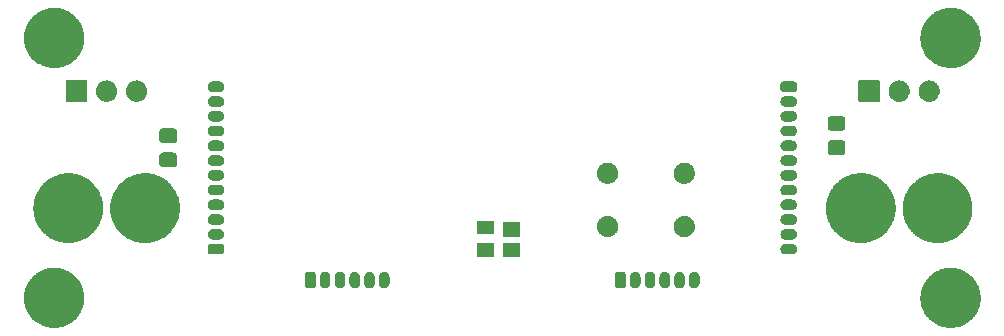
<source format=gbs>
G04 #@! TF.GenerationSoftware,KiCad,Pcbnew,5.99.0-unknown-c7daca1~86~ubuntu18.04.1*
G04 #@! TF.CreationDate,2020-03-26T16:36:10-03:00*
G04 #@! TF.ProjectId,DPL,44504c2e-6b69-4636-9164-5f7063625858,rev?*
G04 #@! TF.SameCoordinates,Original*
G04 #@! TF.FileFunction,Soldermask,Bot*
G04 #@! TF.FilePolarity,Negative*
%FSLAX46Y46*%
G04 Gerber Fmt 4.6, Leading zero omitted, Abs format (unit mm)*
G04 Created by KiCad (PCBNEW 5.99.0-unknown-c7daca1~86~ubuntu18.04.1) date 2020-03-26 16:36:10*
%MOMM*%
%LPD*%
G01*
G04 APERTURE LIST*
G04 APERTURE END LIST*
G36*
X179256864Y-137947535D02*
G01*
X179311487Y-137946581D01*
X179415543Y-137957518D01*
X179520357Y-137964112D01*
X179571983Y-137973960D01*
X179621836Y-137979200D01*
X179728308Y-138003781D01*
X179835662Y-138024260D01*
X179881442Y-138039135D01*
X179925897Y-138049398D01*
X180032958Y-138088365D01*
X180140942Y-138123451D01*
X180180504Y-138142067D01*
X180219146Y-138156132D01*
X180324869Y-138210001D01*
X180431383Y-138260122D01*
X180464555Y-138281174D01*
X180497194Y-138297804D01*
X180599555Y-138366848D01*
X180702404Y-138432118D01*
X180729261Y-138454336D01*
X180755901Y-138472305D01*
X180852757Y-138556500D01*
X180949732Y-138636725D01*
X180970562Y-138658907D01*
X180991422Y-138677040D01*
X181080665Y-138776155D01*
X181169465Y-138870717D01*
X181184741Y-138891743D01*
X181200229Y-138908944D01*
X181279764Y-139022531D01*
X181358138Y-139130404D01*
X181368516Y-139149281D01*
X181379222Y-139164571D01*
X181446989Y-139292023D01*
X181512777Y-139411690D01*
X181519075Y-139427598D01*
X181525725Y-139440104D01*
X181579764Y-139580879D01*
X181630941Y-139710139D01*
X181634091Y-139722406D01*
X181637560Y-139731444D01*
X181676111Y-139886066D01*
X181710768Y-140021045D01*
X181711798Y-140029199D01*
X181713054Y-140034236D01*
X181734511Y-140208992D01*
X181750999Y-140339505D01*
X181750999Y-140660495D01*
X181740345Y-140744834D01*
X181739137Y-140790948D01*
X181722851Y-140883311D01*
X181710768Y-140978955D01*
X181695501Y-141038415D01*
X181685232Y-141096654D01*
X181655992Y-141192294D01*
X181630941Y-141289861D01*
X181609966Y-141342837D01*
X181593995Y-141395077D01*
X181551441Y-141490656D01*
X181512777Y-141588310D01*
X181487458Y-141634365D01*
X181467068Y-141680162D01*
X181410781Y-141773839D01*
X181358138Y-141869596D01*
X181329849Y-141908533D01*
X181306343Y-141947653D01*
X181236181Y-142037456D01*
X181169465Y-142129283D01*
X181139542Y-142161148D01*
X181114225Y-142193552D01*
X181030327Y-142277450D01*
X180949732Y-142363275D01*
X180919454Y-142388323D01*
X180893552Y-142414225D01*
X180796253Y-142490244D01*
X180702404Y-142567882D01*
X180672981Y-142586554D01*
X180647653Y-142606343D01*
X180537621Y-142672457D01*
X180431383Y-142739878D01*
X180403856Y-142752831D01*
X180380162Y-142767068D01*
X180258322Y-142821314D01*
X180140942Y-142876549D01*
X180116220Y-142884582D01*
X180095077Y-142893995D01*
X179962511Y-142934524D01*
X179835662Y-142975740D01*
X179814492Y-142979778D01*
X179796654Y-142985232D01*
X179654551Y-143010289D01*
X179520357Y-143035888D01*
X179503281Y-143036962D01*
X179489332Y-143039422D01*
X179338751Y-143047314D01*
X179200000Y-143056043D01*
X179187359Y-143055248D01*
X179177698Y-143055754D01*
X179018827Y-143044645D01*
X178879643Y-143035888D01*
X178871565Y-143034347D01*
X178866387Y-143033985D01*
X178693581Y-143000394D01*
X178564338Y-142975740D01*
X178560753Y-142974575D01*
X178560068Y-142974442D01*
X178263274Y-142878008D01*
X178262644Y-142877714D01*
X178259058Y-142876549D01*
X178139856Y-142820457D01*
X177980454Y-142746126D01*
X177976061Y-142743381D01*
X177968617Y-142739878D01*
X177850860Y-142665147D01*
X177715808Y-142580757D01*
X177708288Y-142574667D01*
X177697596Y-142567882D01*
X177590514Y-142479297D01*
X177473298Y-142384377D01*
X177463455Y-142374184D01*
X177450268Y-142363275D01*
X177356744Y-142263682D01*
X177256514Y-142159891D01*
X177245287Y-142144992D01*
X177230535Y-142129283D01*
X177152157Y-142021405D01*
X177068711Y-141910668D01*
X177057134Y-141890617D01*
X177041862Y-141869596D01*
X176979377Y-141755937D01*
X176912680Y-141640414D01*
X176901880Y-141614971D01*
X176887223Y-141588310D01*
X176840899Y-141471308D01*
X176790750Y-141353165D01*
X176781892Y-141322273D01*
X176769059Y-141289861D01*
X176738765Y-141171873D01*
X176704731Y-141053184D01*
X176699000Y-141016998D01*
X176689232Y-140978955D01*
X176674483Y-140862202D01*
X176655915Y-140744970D01*
X176654480Y-140703863D01*
X176649001Y-140660495D01*
X176649001Y-140546960D01*
X176645025Y-140433091D01*
X176649001Y-140387644D01*
X176649001Y-140339505D01*
X176662698Y-140231081D01*
X176672222Y-140122221D01*
X176682646Y-140073182D01*
X176689232Y-140021045D01*
X176715346Y-139919338D01*
X176737102Y-139816983D01*
X176754891Y-139765320D01*
X176769059Y-139710139D01*
X176806136Y-139616493D01*
X176838702Y-139521914D01*
X176864629Y-139468755D01*
X176887223Y-139411690D01*
X176933659Y-139327224D01*
X176975499Y-139241439D01*
X177010173Y-139188046D01*
X177041862Y-139130404D01*
X177095969Y-139055932D01*
X177145459Y-138979724D01*
X177189277Y-138927504D01*
X177230535Y-138870717D01*
X177290587Y-138806768D01*
X177346051Y-138740669D01*
X177399201Y-138691105D01*
X177450268Y-138636725D01*
X177514499Y-138583589D01*
X177574281Y-138527841D01*
X177636746Y-138482458D01*
X177697596Y-138432118D01*
X177764274Y-138389803D01*
X177826739Y-138344419D01*
X177898232Y-138304790D01*
X177968617Y-138260122D01*
X178036119Y-138228358D01*
X178099683Y-138193124D01*
X178179683Y-138160802D01*
X178259058Y-138123451D01*
X178325822Y-138101758D01*
X178389014Y-138076227D01*
X178476764Y-138052714D01*
X178564338Y-138024260D01*
X178628970Y-138011931D01*
X178690443Y-137995459D01*
X178784923Y-137982181D01*
X178879643Y-137964112D01*
X178940926Y-137960256D01*
X178999475Y-137952028D01*
X179099458Y-137950283D01*
X179200000Y-137943957D01*
X179256864Y-137947535D01*
G37*
G36*
X103356864Y-137947535D02*
G01*
X103411487Y-137946581D01*
X103515543Y-137957518D01*
X103620357Y-137964112D01*
X103671983Y-137973960D01*
X103721836Y-137979200D01*
X103828308Y-138003781D01*
X103935662Y-138024260D01*
X103981442Y-138039135D01*
X104025897Y-138049398D01*
X104132958Y-138088365D01*
X104240942Y-138123451D01*
X104280504Y-138142067D01*
X104319146Y-138156132D01*
X104424869Y-138210001D01*
X104531383Y-138260122D01*
X104564555Y-138281174D01*
X104597194Y-138297804D01*
X104699555Y-138366848D01*
X104802404Y-138432118D01*
X104829261Y-138454336D01*
X104855901Y-138472305D01*
X104952757Y-138556500D01*
X105049732Y-138636725D01*
X105070562Y-138658907D01*
X105091422Y-138677040D01*
X105180665Y-138776155D01*
X105269465Y-138870717D01*
X105284741Y-138891743D01*
X105300229Y-138908944D01*
X105379764Y-139022531D01*
X105458138Y-139130404D01*
X105468516Y-139149281D01*
X105479222Y-139164571D01*
X105546989Y-139292023D01*
X105612777Y-139411690D01*
X105619075Y-139427598D01*
X105625725Y-139440104D01*
X105679764Y-139580879D01*
X105730941Y-139710139D01*
X105734091Y-139722406D01*
X105737560Y-139731444D01*
X105776111Y-139886066D01*
X105810768Y-140021045D01*
X105811798Y-140029199D01*
X105813054Y-140034236D01*
X105834511Y-140208992D01*
X105850999Y-140339505D01*
X105850999Y-140660495D01*
X105840345Y-140744834D01*
X105839137Y-140790948D01*
X105822851Y-140883311D01*
X105810768Y-140978955D01*
X105795501Y-141038415D01*
X105785232Y-141096654D01*
X105755992Y-141192294D01*
X105730941Y-141289861D01*
X105709966Y-141342837D01*
X105693995Y-141395077D01*
X105651441Y-141490656D01*
X105612777Y-141588310D01*
X105587458Y-141634365D01*
X105567068Y-141680162D01*
X105510781Y-141773839D01*
X105458138Y-141869596D01*
X105429849Y-141908533D01*
X105406343Y-141947653D01*
X105336181Y-142037456D01*
X105269465Y-142129283D01*
X105239542Y-142161148D01*
X105214225Y-142193552D01*
X105130327Y-142277450D01*
X105049732Y-142363275D01*
X105019454Y-142388323D01*
X104993552Y-142414225D01*
X104896253Y-142490244D01*
X104802404Y-142567882D01*
X104772981Y-142586554D01*
X104747653Y-142606343D01*
X104637621Y-142672457D01*
X104531383Y-142739878D01*
X104503856Y-142752831D01*
X104480162Y-142767068D01*
X104358322Y-142821314D01*
X104240942Y-142876549D01*
X104216220Y-142884582D01*
X104195077Y-142893995D01*
X104062511Y-142934524D01*
X103935662Y-142975740D01*
X103914492Y-142979778D01*
X103896654Y-142985232D01*
X103754551Y-143010289D01*
X103620357Y-143035888D01*
X103603281Y-143036962D01*
X103589332Y-143039422D01*
X103438751Y-143047314D01*
X103300000Y-143056043D01*
X103287359Y-143055248D01*
X103277698Y-143055754D01*
X103118827Y-143044645D01*
X102979643Y-143035888D01*
X102971565Y-143034347D01*
X102966387Y-143033985D01*
X102793581Y-143000394D01*
X102664338Y-142975740D01*
X102660753Y-142974575D01*
X102660068Y-142974442D01*
X102363274Y-142878008D01*
X102362644Y-142877714D01*
X102359058Y-142876549D01*
X102239856Y-142820457D01*
X102080454Y-142746126D01*
X102076061Y-142743381D01*
X102068617Y-142739878D01*
X101950860Y-142665147D01*
X101815808Y-142580757D01*
X101808288Y-142574667D01*
X101797596Y-142567882D01*
X101690514Y-142479297D01*
X101573298Y-142384377D01*
X101563455Y-142374184D01*
X101550268Y-142363275D01*
X101456744Y-142263682D01*
X101356514Y-142159891D01*
X101345287Y-142144992D01*
X101330535Y-142129283D01*
X101252157Y-142021405D01*
X101168711Y-141910668D01*
X101157134Y-141890617D01*
X101141862Y-141869596D01*
X101079377Y-141755937D01*
X101012680Y-141640414D01*
X101001880Y-141614971D01*
X100987223Y-141588310D01*
X100940899Y-141471308D01*
X100890750Y-141353165D01*
X100881892Y-141322273D01*
X100869059Y-141289861D01*
X100838765Y-141171873D01*
X100804731Y-141053184D01*
X100799000Y-141016998D01*
X100789232Y-140978955D01*
X100774483Y-140862202D01*
X100755915Y-140744970D01*
X100754480Y-140703863D01*
X100749001Y-140660495D01*
X100749001Y-140546960D01*
X100745025Y-140433091D01*
X100749001Y-140387644D01*
X100749001Y-140339505D01*
X100762698Y-140231081D01*
X100772222Y-140122221D01*
X100782646Y-140073182D01*
X100789232Y-140021045D01*
X100815346Y-139919338D01*
X100837102Y-139816983D01*
X100854891Y-139765320D01*
X100869059Y-139710139D01*
X100906136Y-139616493D01*
X100938702Y-139521914D01*
X100964629Y-139468755D01*
X100987223Y-139411690D01*
X101033659Y-139327224D01*
X101075499Y-139241439D01*
X101110173Y-139188046D01*
X101141862Y-139130404D01*
X101195969Y-139055932D01*
X101245459Y-138979724D01*
X101289277Y-138927504D01*
X101330535Y-138870717D01*
X101390587Y-138806768D01*
X101446051Y-138740669D01*
X101499201Y-138691105D01*
X101550268Y-138636725D01*
X101614499Y-138583589D01*
X101674281Y-138527841D01*
X101736746Y-138482458D01*
X101797596Y-138432118D01*
X101864274Y-138389803D01*
X101926739Y-138344419D01*
X101998232Y-138304790D01*
X102068617Y-138260122D01*
X102136119Y-138228358D01*
X102199683Y-138193124D01*
X102279683Y-138160802D01*
X102359058Y-138123451D01*
X102425822Y-138101758D01*
X102489014Y-138076227D01*
X102576764Y-138052714D01*
X102664338Y-138024260D01*
X102728970Y-138011931D01*
X102790443Y-137995459D01*
X102884923Y-137982181D01*
X102979643Y-137964112D01*
X103040926Y-137960256D01*
X103099475Y-137952028D01*
X103199458Y-137950283D01*
X103300000Y-137943957D01*
X103356864Y-137947535D01*
G37*
G36*
X157530648Y-138299144D02*
G01*
X157567346Y-138299368D01*
X157594867Y-138307598D01*
X157617735Y-138310609D01*
X157650982Y-138324380D01*
X157691117Y-138336383D01*
X157710871Y-138349187D01*
X157727445Y-138356052D01*
X157759988Y-138381023D01*
X157799524Y-138406649D01*
X157811504Y-138420552D01*
X157821657Y-138428343D01*
X157849639Y-138464810D01*
X157883852Y-138504516D01*
X157889299Y-138516497D01*
X157893948Y-138522555D01*
X157913337Y-138569364D01*
X157937323Y-138622118D01*
X157938451Y-138629995D01*
X157939391Y-138632264D01*
X157946394Y-138685462D01*
X157951000Y-138717621D01*
X157951000Y-139281027D01*
X157949373Y-139291914D01*
X157939391Y-139367736D01*
X157937279Y-139372834D01*
X157935728Y-139383215D01*
X157912385Y-139432934D01*
X157893948Y-139477445D01*
X157887608Y-139485707D01*
X157880825Y-139500155D01*
X157848023Y-139537296D01*
X157821657Y-139571657D01*
X157809306Y-139581134D01*
X157795307Y-139596985D01*
X157757842Y-139620623D01*
X157727445Y-139643948D01*
X157708319Y-139651870D01*
X157686050Y-139665921D01*
X157648464Y-139676663D01*
X157617736Y-139689391D01*
X157592138Y-139692761D01*
X157561837Y-139701421D01*
X157527931Y-139701214D01*
X157500000Y-139704891D01*
X157469352Y-139700856D01*
X157432654Y-139700632D01*
X157405133Y-139692402D01*
X157382265Y-139689391D01*
X157349018Y-139675620D01*
X157308883Y-139663617D01*
X157289130Y-139650813D01*
X157272555Y-139643948D01*
X157240011Y-139618976D01*
X157200477Y-139593351D01*
X157188497Y-139579448D01*
X157178344Y-139571657D01*
X157150363Y-139535191D01*
X157116149Y-139495484D01*
X157110701Y-139483503D01*
X157106054Y-139477446D01*
X157086667Y-139430642D01*
X157062678Y-139377882D01*
X157061550Y-139370006D01*
X157060609Y-139367734D01*
X157053595Y-139314461D01*
X157049001Y-139282379D01*
X157049001Y-139279563D01*
X157049000Y-139279555D01*
X157049000Y-138718974D01*
X157050627Y-138708087D01*
X157060609Y-138632265D01*
X157062721Y-138627167D01*
X157064272Y-138616786D01*
X157087615Y-138567067D01*
X157106052Y-138522556D01*
X157112392Y-138514294D01*
X157119175Y-138499846D01*
X157151980Y-138462701D01*
X157178344Y-138428343D01*
X157190692Y-138418868D01*
X157204693Y-138403015D01*
X157242159Y-138379375D01*
X157272555Y-138356052D01*
X157291681Y-138348130D01*
X157313950Y-138334079D01*
X157351536Y-138323337D01*
X157382264Y-138310609D01*
X157407862Y-138307239D01*
X157438163Y-138298579D01*
X157472069Y-138298786D01*
X157500000Y-138295109D01*
X157530648Y-138299144D01*
G37*
G36*
X156280648Y-138299144D02*
G01*
X156317346Y-138299368D01*
X156344867Y-138307598D01*
X156367735Y-138310609D01*
X156400982Y-138324380D01*
X156441117Y-138336383D01*
X156460871Y-138349187D01*
X156477445Y-138356052D01*
X156509988Y-138381023D01*
X156549524Y-138406649D01*
X156561504Y-138420552D01*
X156571657Y-138428343D01*
X156599639Y-138464810D01*
X156633852Y-138504516D01*
X156639299Y-138516497D01*
X156643948Y-138522555D01*
X156663337Y-138569364D01*
X156687323Y-138622118D01*
X156688451Y-138629995D01*
X156689391Y-138632264D01*
X156696394Y-138685462D01*
X156701000Y-138717621D01*
X156701000Y-139281027D01*
X156699373Y-139291914D01*
X156689391Y-139367736D01*
X156687279Y-139372834D01*
X156685728Y-139383215D01*
X156662385Y-139432934D01*
X156643948Y-139477445D01*
X156637608Y-139485707D01*
X156630825Y-139500155D01*
X156598023Y-139537296D01*
X156571657Y-139571657D01*
X156559306Y-139581134D01*
X156545307Y-139596985D01*
X156507842Y-139620623D01*
X156477445Y-139643948D01*
X156458319Y-139651870D01*
X156436050Y-139665921D01*
X156398464Y-139676663D01*
X156367736Y-139689391D01*
X156342138Y-139692761D01*
X156311837Y-139701421D01*
X156277931Y-139701214D01*
X156250000Y-139704891D01*
X156219352Y-139700856D01*
X156182654Y-139700632D01*
X156155133Y-139692402D01*
X156132265Y-139689391D01*
X156099018Y-139675620D01*
X156058883Y-139663617D01*
X156039130Y-139650813D01*
X156022555Y-139643948D01*
X155990011Y-139618976D01*
X155950477Y-139593351D01*
X155938497Y-139579448D01*
X155928344Y-139571657D01*
X155900363Y-139535191D01*
X155866149Y-139495484D01*
X155860701Y-139483503D01*
X155856054Y-139477446D01*
X155836667Y-139430642D01*
X155812678Y-139377882D01*
X155811550Y-139370006D01*
X155810609Y-139367734D01*
X155803595Y-139314461D01*
X155799001Y-139282379D01*
X155799001Y-139279563D01*
X155799000Y-139279555D01*
X155799000Y-138718974D01*
X155800627Y-138708087D01*
X155810609Y-138632265D01*
X155812721Y-138627167D01*
X155814272Y-138616786D01*
X155837615Y-138567067D01*
X155856052Y-138522556D01*
X155862392Y-138514294D01*
X155869175Y-138499846D01*
X155901980Y-138462701D01*
X155928344Y-138428343D01*
X155940692Y-138418868D01*
X155954693Y-138403015D01*
X155992159Y-138379375D01*
X156022555Y-138356052D01*
X156041681Y-138348130D01*
X156063950Y-138334079D01*
X156101536Y-138323337D01*
X156132264Y-138310609D01*
X156157862Y-138307239D01*
X156188163Y-138298579D01*
X156222069Y-138298786D01*
X156250000Y-138295109D01*
X156280648Y-138299144D01*
G37*
G36*
X126280648Y-138299144D02*
G01*
X126317346Y-138299368D01*
X126344867Y-138307598D01*
X126367735Y-138310609D01*
X126400982Y-138324380D01*
X126441117Y-138336383D01*
X126460871Y-138349187D01*
X126477445Y-138356052D01*
X126509988Y-138381023D01*
X126549524Y-138406649D01*
X126561504Y-138420552D01*
X126571657Y-138428343D01*
X126599639Y-138464810D01*
X126633852Y-138504516D01*
X126639299Y-138516497D01*
X126643948Y-138522555D01*
X126663337Y-138569364D01*
X126687323Y-138622118D01*
X126688451Y-138629995D01*
X126689391Y-138632264D01*
X126696394Y-138685462D01*
X126701000Y-138717621D01*
X126701000Y-139281027D01*
X126699373Y-139291914D01*
X126689391Y-139367736D01*
X126687279Y-139372834D01*
X126685728Y-139383215D01*
X126662385Y-139432934D01*
X126643948Y-139477445D01*
X126637608Y-139485707D01*
X126630825Y-139500155D01*
X126598023Y-139537296D01*
X126571657Y-139571657D01*
X126559306Y-139581134D01*
X126545307Y-139596985D01*
X126507842Y-139620623D01*
X126477445Y-139643948D01*
X126458319Y-139651870D01*
X126436050Y-139665921D01*
X126398464Y-139676663D01*
X126367736Y-139689391D01*
X126342138Y-139692761D01*
X126311837Y-139701421D01*
X126277931Y-139701214D01*
X126250000Y-139704891D01*
X126219352Y-139700856D01*
X126182654Y-139700632D01*
X126155133Y-139692402D01*
X126132265Y-139689391D01*
X126099018Y-139675620D01*
X126058883Y-139663617D01*
X126039130Y-139650813D01*
X126022555Y-139643948D01*
X125990011Y-139618976D01*
X125950477Y-139593351D01*
X125938497Y-139579448D01*
X125928344Y-139571657D01*
X125900363Y-139535191D01*
X125866149Y-139495484D01*
X125860701Y-139483503D01*
X125856054Y-139477446D01*
X125836667Y-139430642D01*
X125812678Y-139377882D01*
X125811550Y-139370006D01*
X125810609Y-139367734D01*
X125803595Y-139314461D01*
X125799001Y-139282379D01*
X125799001Y-139279563D01*
X125799000Y-139279555D01*
X125799000Y-138718974D01*
X125800627Y-138708087D01*
X125810609Y-138632265D01*
X125812721Y-138627167D01*
X125814272Y-138616786D01*
X125837615Y-138567067D01*
X125856052Y-138522556D01*
X125862392Y-138514294D01*
X125869175Y-138499846D01*
X125901980Y-138462701D01*
X125928344Y-138428343D01*
X125940692Y-138418868D01*
X125954693Y-138403015D01*
X125992159Y-138379375D01*
X126022555Y-138356052D01*
X126041681Y-138348130D01*
X126063950Y-138334079D01*
X126101536Y-138323337D01*
X126132264Y-138310609D01*
X126157862Y-138307239D01*
X126188163Y-138298579D01*
X126222069Y-138298786D01*
X126250000Y-138295109D01*
X126280648Y-138299144D01*
G37*
G36*
X155030648Y-138299144D02*
G01*
X155067346Y-138299368D01*
X155094867Y-138307598D01*
X155117735Y-138310609D01*
X155150982Y-138324380D01*
X155191117Y-138336383D01*
X155210871Y-138349187D01*
X155227445Y-138356052D01*
X155259988Y-138381023D01*
X155299524Y-138406649D01*
X155311504Y-138420552D01*
X155321657Y-138428343D01*
X155349639Y-138464810D01*
X155383852Y-138504516D01*
X155389299Y-138516497D01*
X155393948Y-138522555D01*
X155413337Y-138569364D01*
X155437323Y-138622118D01*
X155438451Y-138629995D01*
X155439391Y-138632264D01*
X155446394Y-138685462D01*
X155451000Y-138717621D01*
X155451000Y-139281027D01*
X155449373Y-139291914D01*
X155439391Y-139367736D01*
X155437279Y-139372834D01*
X155435728Y-139383215D01*
X155412385Y-139432934D01*
X155393948Y-139477445D01*
X155387608Y-139485707D01*
X155380825Y-139500155D01*
X155348023Y-139537296D01*
X155321657Y-139571657D01*
X155309306Y-139581134D01*
X155295307Y-139596985D01*
X155257842Y-139620623D01*
X155227445Y-139643948D01*
X155208319Y-139651870D01*
X155186050Y-139665921D01*
X155148464Y-139676663D01*
X155117736Y-139689391D01*
X155092138Y-139692761D01*
X155061837Y-139701421D01*
X155027931Y-139701214D01*
X155000000Y-139704891D01*
X154969352Y-139700856D01*
X154932654Y-139700632D01*
X154905133Y-139692402D01*
X154882265Y-139689391D01*
X154849018Y-139675620D01*
X154808883Y-139663617D01*
X154789130Y-139650813D01*
X154772555Y-139643948D01*
X154740011Y-139618976D01*
X154700477Y-139593351D01*
X154688497Y-139579448D01*
X154678344Y-139571657D01*
X154650363Y-139535191D01*
X154616149Y-139495484D01*
X154610701Y-139483503D01*
X154606054Y-139477446D01*
X154586667Y-139430642D01*
X154562678Y-139377882D01*
X154561550Y-139370006D01*
X154560609Y-139367734D01*
X154553595Y-139314461D01*
X154549001Y-139282379D01*
X154549001Y-139279563D01*
X154549000Y-139279555D01*
X154549000Y-138718974D01*
X154550627Y-138708087D01*
X154560609Y-138632265D01*
X154562721Y-138627167D01*
X154564272Y-138616786D01*
X154587615Y-138567067D01*
X154606052Y-138522556D01*
X154612392Y-138514294D01*
X154619175Y-138499846D01*
X154651980Y-138462701D01*
X154678344Y-138428343D01*
X154690692Y-138418868D01*
X154704693Y-138403015D01*
X154742159Y-138379375D01*
X154772555Y-138356052D01*
X154791681Y-138348130D01*
X154813950Y-138334079D01*
X154851536Y-138323337D01*
X154882264Y-138310609D01*
X154907862Y-138307239D01*
X154938163Y-138298579D01*
X154972069Y-138298786D01*
X155000000Y-138295109D01*
X155030648Y-138299144D01*
G37*
G36*
X127530648Y-138299144D02*
G01*
X127567346Y-138299368D01*
X127594867Y-138307598D01*
X127617735Y-138310609D01*
X127650982Y-138324380D01*
X127691117Y-138336383D01*
X127710871Y-138349187D01*
X127727445Y-138356052D01*
X127759988Y-138381023D01*
X127799524Y-138406649D01*
X127811504Y-138420552D01*
X127821657Y-138428343D01*
X127849639Y-138464810D01*
X127883852Y-138504516D01*
X127889299Y-138516497D01*
X127893948Y-138522555D01*
X127913337Y-138569364D01*
X127937323Y-138622118D01*
X127938451Y-138629995D01*
X127939391Y-138632264D01*
X127946394Y-138685462D01*
X127951000Y-138717621D01*
X127951000Y-139281027D01*
X127949373Y-139291914D01*
X127939391Y-139367736D01*
X127937279Y-139372834D01*
X127935728Y-139383215D01*
X127912385Y-139432934D01*
X127893948Y-139477445D01*
X127887608Y-139485707D01*
X127880825Y-139500155D01*
X127848023Y-139537296D01*
X127821657Y-139571657D01*
X127809306Y-139581134D01*
X127795307Y-139596985D01*
X127757842Y-139620623D01*
X127727445Y-139643948D01*
X127708319Y-139651870D01*
X127686050Y-139665921D01*
X127648464Y-139676663D01*
X127617736Y-139689391D01*
X127592138Y-139692761D01*
X127561837Y-139701421D01*
X127527931Y-139701214D01*
X127500000Y-139704891D01*
X127469352Y-139700856D01*
X127432654Y-139700632D01*
X127405133Y-139692402D01*
X127382265Y-139689391D01*
X127349018Y-139675620D01*
X127308883Y-139663617D01*
X127289130Y-139650813D01*
X127272555Y-139643948D01*
X127240011Y-139618976D01*
X127200477Y-139593351D01*
X127188497Y-139579448D01*
X127178344Y-139571657D01*
X127150363Y-139535191D01*
X127116149Y-139495484D01*
X127110701Y-139483503D01*
X127106054Y-139477446D01*
X127086667Y-139430642D01*
X127062678Y-139377882D01*
X127061550Y-139370006D01*
X127060609Y-139367734D01*
X127053595Y-139314461D01*
X127049001Y-139282379D01*
X127049001Y-139279563D01*
X127049000Y-139279555D01*
X127049000Y-138718974D01*
X127050627Y-138708087D01*
X127060609Y-138632265D01*
X127062721Y-138627167D01*
X127064272Y-138616786D01*
X127087615Y-138567067D01*
X127106052Y-138522556D01*
X127112392Y-138514294D01*
X127119175Y-138499846D01*
X127151980Y-138462701D01*
X127178344Y-138428343D01*
X127190692Y-138418868D01*
X127204693Y-138403015D01*
X127242159Y-138379375D01*
X127272555Y-138356052D01*
X127291681Y-138348130D01*
X127313950Y-138334079D01*
X127351536Y-138323337D01*
X127382264Y-138310609D01*
X127407862Y-138307239D01*
X127438163Y-138298579D01*
X127472069Y-138298786D01*
X127500000Y-138295109D01*
X127530648Y-138299144D01*
G37*
G36*
X153780648Y-138299144D02*
G01*
X153817346Y-138299368D01*
X153844867Y-138307598D01*
X153867735Y-138310609D01*
X153900982Y-138324380D01*
X153941117Y-138336383D01*
X153960871Y-138349187D01*
X153977445Y-138356052D01*
X154009988Y-138381023D01*
X154049524Y-138406649D01*
X154061504Y-138420552D01*
X154071657Y-138428343D01*
X154099639Y-138464810D01*
X154133852Y-138504516D01*
X154139299Y-138516497D01*
X154143948Y-138522555D01*
X154163337Y-138569364D01*
X154187323Y-138622118D01*
X154188451Y-138629995D01*
X154189391Y-138632264D01*
X154196394Y-138685462D01*
X154201000Y-138717621D01*
X154201000Y-139281027D01*
X154199373Y-139291914D01*
X154189391Y-139367736D01*
X154187279Y-139372834D01*
X154185728Y-139383215D01*
X154162385Y-139432934D01*
X154143948Y-139477445D01*
X154137608Y-139485707D01*
X154130825Y-139500155D01*
X154098023Y-139537296D01*
X154071657Y-139571657D01*
X154059306Y-139581134D01*
X154045307Y-139596985D01*
X154007842Y-139620623D01*
X153977445Y-139643948D01*
X153958319Y-139651870D01*
X153936050Y-139665921D01*
X153898464Y-139676663D01*
X153867736Y-139689391D01*
X153842138Y-139692761D01*
X153811837Y-139701421D01*
X153777931Y-139701214D01*
X153750000Y-139704891D01*
X153719352Y-139700856D01*
X153682654Y-139700632D01*
X153655133Y-139692402D01*
X153632265Y-139689391D01*
X153599018Y-139675620D01*
X153558883Y-139663617D01*
X153539130Y-139650813D01*
X153522555Y-139643948D01*
X153490011Y-139618976D01*
X153450477Y-139593351D01*
X153438497Y-139579448D01*
X153428344Y-139571657D01*
X153400363Y-139535191D01*
X153366149Y-139495484D01*
X153360701Y-139483503D01*
X153356054Y-139477446D01*
X153336667Y-139430642D01*
X153312678Y-139377882D01*
X153311550Y-139370006D01*
X153310609Y-139367734D01*
X153303595Y-139314461D01*
X153299001Y-139282379D01*
X153299001Y-139279563D01*
X153299000Y-139279555D01*
X153299000Y-138718974D01*
X153300627Y-138708087D01*
X153310609Y-138632265D01*
X153312721Y-138627167D01*
X153314272Y-138616786D01*
X153337615Y-138567067D01*
X153356052Y-138522556D01*
X153362392Y-138514294D01*
X153369175Y-138499846D01*
X153401980Y-138462701D01*
X153428344Y-138428343D01*
X153440692Y-138418868D01*
X153454693Y-138403015D01*
X153492159Y-138379375D01*
X153522555Y-138356052D01*
X153541681Y-138348130D01*
X153563950Y-138334079D01*
X153601536Y-138323337D01*
X153632264Y-138310609D01*
X153657862Y-138307239D01*
X153688163Y-138298579D01*
X153722069Y-138298786D01*
X153750000Y-138295109D01*
X153780648Y-138299144D01*
G37*
G36*
X128780648Y-138299144D02*
G01*
X128817346Y-138299368D01*
X128844867Y-138307598D01*
X128867735Y-138310609D01*
X128900982Y-138324380D01*
X128941117Y-138336383D01*
X128960871Y-138349187D01*
X128977445Y-138356052D01*
X129009988Y-138381023D01*
X129049524Y-138406649D01*
X129061504Y-138420552D01*
X129071657Y-138428343D01*
X129099639Y-138464810D01*
X129133852Y-138504516D01*
X129139299Y-138516497D01*
X129143948Y-138522555D01*
X129163337Y-138569364D01*
X129187323Y-138622118D01*
X129188451Y-138629995D01*
X129189391Y-138632264D01*
X129196394Y-138685462D01*
X129201000Y-138717621D01*
X129201000Y-139281027D01*
X129199373Y-139291914D01*
X129189391Y-139367736D01*
X129187279Y-139372834D01*
X129185728Y-139383215D01*
X129162385Y-139432934D01*
X129143948Y-139477445D01*
X129137608Y-139485707D01*
X129130825Y-139500155D01*
X129098023Y-139537296D01*
X129071657Y-139571657D01*
X129059306Y-139581134D01*
X129045307Y-139596985D01*
X129007842Y-139620623D01*
X128977445Y-139643948D01*
X128958319Y-139651870D01*
X128936050Y-139665921D01*
X128898464Y-139676663D01*
X128867736Y-139689391D01*
X128842138Y-139692761D01*
X128811837Y-139701421D01*
X128777931Y-139701214D01*
X128750000Y-139704891D01*
X128719352Y-139700856D01*
X128682654Y-139700632D01*
X128655133Y-139692402D01*
X128632265Y-139689391D01*
X128599018Y-139675620D01*
X128558883Y-139663617D01*
X128539130Y-139650813D01*
X128522555Y-139643948D01*
X128490011Y-139618976D01*
X128450477Y-139593351D01*
X128438497Y-139579448D01*
X128428344Y-139571657D01*
X128400363Y-139535191D01*
X128366149Y-139495484D01*
X128360701Y-139483503D01*
X128356054Y-139477446D01*
X128336667Y-139430642D01*
X128312678Y-139377882D01*
X128311550Y-139370006D01*
X128310609Y-139367734D01*
X128303595Y-139314461D01*
X128299001Y-139282379D01*
X128299001Y-139279563D01*
X128299000Y-139279555D01*
X128299000Y-138718974D01*
X128300627Y-138708087D01*
X128310609Y-138632265D01*
X128312721Y-138627167D01*
X128314272Y-138616786D01*
X128337615Y-138567067D01*
X128356052Y-138522556D01*
X128362392Y-138514294D01*
X128369175Y-138499846D01*
X128401980Y-138462701D01*
X128428344Y-138428343D01*
X128440692Y-138418868D01*
X128454693Y-138403015D01*
X128492159Y-138379375D01*
X128522555Y-138356052D01*
X128541681Y-138348130D01*
X128563950Y-138334079D01*
X128601536Y-138323337D01*
X128632264Y-138310609D01*
X128657862Y-138307239D01*
X128688163Y-138298579D01*
X128722069Y-138298786D01*
X128750000Y-138295109D01*
X128780648Y-138299144D01*
G37*
G36*
X152530648Y-138299144D02*
G01*
X152567346Y-138299368D01*
X152594867Y-138307598D01*
X152617735Y-138310609D01*
X152650982Y-138324380D01*
X152691117Y-138336383D01*
X152710871Y-138349187D01*
X152727445Y-138356052D01*
X152759988Y-138381023D01*
X152799524Y-138406649D01*
X152811504Y-138420552D01*
X152821657Y-138428343D01*
X152849639Y-138464810D01*
X152883852Y-138504516D01*
X152889299Y-138516497D01*
X152893948Y-138522555D01*
X152913337Y-138569364D01*
X152937323Y-138622118D01*
X152938451Y-138629995D01*
X152939391Y-138632264D01*
X152946394Y-138685462D01*
X152951000Y-138717621D01*
X152951000Y-139281027D01*
X152949373Y-139291914D01*
X152939391Y-139367736D01*
X152937279Y-139372834D01*
X152935728Y-139383215D01*
X152912385Y-139432934D01*
X152893948Y-139477445D01*
X152887608Y-139485707D01*
X152880825Y-139500155D01*
X152848023Y-139537296D01*
X152821657Y-139571657D01*
X152809306Y-139581134D01*
X152795307Y-139596985D01*
X152757842Y-139620623D01*
X152727445Y-139643948D01*
X152708319Y-139651870D01*
X152686050Y-139665921D01*
X152648464Y-139676663D01*
X152617736Y-139689391D01*
X152592138Y-139692761D01*
X152561837Y-139701421D01*
X152527931Y-139701214D01*
X152500000Y-139704891D01*
X152469352Y-139700856D01*
X152432654Y-139700632D01*
X152405133Y-139692402D01*
X152382265Y-139689391D01*
X152349018Y-139675620D01*
X152308883Y-139663617D01*
X152289130Y-139650813D01*
X152272555Y-139643948D01*
X152240011Y-139618976D01*
X152200477Y-139593351D01*
X152188497Y-139579448D01*
X152178344Y-139571657D01*
X152150363Y-139535191D01*
X152116149Y-139495484D01*
X152110701Y-139483503D01*
X152106054Y-139477446D01*
X152086667Y-139430642D01*
X152062678Y-139377882D01*
X152061550Y-139370006D01*
X152060609Y-139367734D01*
X152053595Y-139314461D01*
X152049001Y-139282379D01*
X152049001Y-139279563D01*
X152049000Y-139279555D01*
X152049000Y-138718974D01*
X152050627Y-138708087D01*
X152060609Y-138632265D01*
X152062721Y-138627167D01*
X152064272Y-138616786D01*
X152087615Y-138567067D01*
X152106052Y-138522556D01*
X152112392Y-138514294D01*
X152119175Y-138499846D01*
X152151980Y-138462701D01*
X152178344Y-138428343D01*
X152190692Y-138418868D01*
X152204693Y-138403015D01*
X152242159Y-138379375D01*
X152272555Y-138356052D01*
X152291681Y-138348130D01*
X152313950Y-138334079D01*
X152351536Y-138323337D01*
X152382264Y-138310609D01*
X152407862Y-138307239D01*
X152438163Y-138298579D01*
X152472069Y-138298786D01*
X152500000Y-138295109D01*
X152530648Y-138299144D01*
G37*
G36*
X130030648Y-138299144D02*
G01*
X130067346Y-138299368D01*
X130094867Y-138307598D01*
X130117735Y-138310609D01*
X130150982Y-138324380D01*
X130191117Y-138336383D01*
X130210871Y-138349187D01*
X130227445Y-138356052D01*
X130259988Y-138381023D01*
X130299524Y-138406649D01*
X130311504Y-138420552D01*
X130321657Y-138428343D01*
X130349639Y-138464810D01*
X130383852Y-138504516D01*
X130389299Y-138516497D01*
X130393948Y-138522555D01*
X130413337Y-138569364D01*
X130437323Y-138622118D01*
X130438451Y-138629995D01*
X130439391Y-138632264D01*
X130446394Y-138685462D01*
X130451000Y-138717621D01*
X130451000Y-139281027D01*
X130449373Y-139291914D01*
X130439391Y-139367736D01*
X130437279Y-139372834D01*
X130435728Y-139383215D01*
X130412385Y-139432934D01*
X130393948Y-139477445D01*
X130387608Y-139485707D01*
X130380825Y-139500155D01*
X130348023Y-139537296D01*
X130321657Y-139571657D01*
X130309306Y-139581134D01*
X130295307Y-139596985D01*
X130257842Y-139620623D01*
X130227445Y-139643948D01*
X130208319Y-139651870D01*
X130186050Y-139665921D01*
X130148464Y-139676663D01*
X130117736Y-139689391D01*
X130092138Y-139692761D01*
X130061837Y-139701421D01*
X130027931Y-139701214D01*
X130000000Y-139704891D01*
X129969352Y-139700856D01*
X129932654Y-139700632D01*
X129905133Y-139692402D01*
X129882265Y-139689391D01*
X129849018Y-139675620D01*
X129808883Y-139663617D01*
X129789130Y-139650813D01*
X129772555Y-139643948D01*
X129740011Y-139618976D01*
X129700477Y-139593351D01*
X129688497Y-139579448D01*
X129678344Y-139571657D01*
X129650363Y-139535191D01*
X129616149Y-139495484D01*
X129610701Y-139483503D01*
X129606054Y-139477446D01*
X129586667Y-139430642D01*
X129562678Y-139377882D01*
X129561550Y-139370006D01*
X129560609Y-139367734D01*
X129553595Y-139314461D01*
X129549001Y-139282379D01*
X129549001Y-139279563D01*
X129549000Y-139279555D01*
X129549000Y-138718974D01*
X129550627Y-138708087D01*
X129560609Y-138632265D01*
X129562721Y-138627167D01*
X129564272Y-138616786D01*
X129587615Y-138567067D01*
X129606052Y-138522556D01*
X129612392Y-138514294D01*
X129619175Y-138499846D01*
X129651980Y-138462701D01*
X129678344Y-138428343D01*
X129690692Y-138418868D01*
X129704693Y-138403015D01*
X129742159Y-138379375D01*
X129772555Y-138356052D01*
X129791681Y-138348130D01*
X129813950Y-138334079D01*
X129851536Y-138323337D01*
X129882264Y-138310609D01*
X129907862Y-138307239D01*
X129938163Y-138298579D01*
X129972069Y-138298786D01*
X130000000Y-138295109D01*
X130030648Y-138299144D01*
G37*
G36*
X131280648Y-138299144D02*
G01*
X131317346Y-138299368D01*
X131344867Y-138307598D01*
X131367735Y-138310609D01*
X131400982Y-138324380D01*
X131441117Y-138336383D01*
X131460871Y-138349187D01*
X131477445Y-138356052D01*
X131509988Y-138381023D01*
X131549524Y-138406649D01*
X131561504Y-138420552D01*
X131571657Y-138428343D01*
X131599639Y-138464810D01*
X131633852Y-138504516D01*
X131639299Y-138516497D01*
X131643948Y-138522555D01*
X131663337Y-138569364D01*
X131687323Y-138622118D01*
X131688451Y-138629995D01*
X131689391Y-138632264D01*
X131696394Y-138685462D01*
X131701000Y-138717621D01*
X131701000Y-139281027D01*
X131699373Y-139291914D01*
X131689391Y-139367736D01*
X131687279Y-139372834D01*
X131685728Y-139383215D01*
X131662385Y-139432934D01*
X131643948Y-139477445D01*
X131637608Y-139485707D01*
X131630825Y-139500155D01*
X131598023Y-139537296D01*
X131571657Y-139571657D01*
X131559306Y-139581134D01*
X131545307Y-139596985D01*
X131507842Y-139620623D01*
X131477445Y-139643948D01*
X131458319Y-139651870D01*
X131436050Y-139665921D01*
X131398464Y-139676663D01*
X131367736Y-139689391D01*
X131342138Y-139692761D01*
X131311837Y-139701421D01*
X131277931Y-139701214D01*
X131250000Y-139704891D01*
X131219352Y-139700856D01*
X131182654Y-139700632D01*
X131155133Y-139692402D01*
X131132265Y-139689391D01*
X131099018Y-139675620D01*
X131058883Y-139663617D01*
X131039130Y-139650813D01*
X131022555Y-139643948D01*
X130990011Y-139618976D01*
X130950477Y-139593351D01*
X130938497Y-139579448D01*
X130928344Y-139571657D01*
X130900363Y-139535191D01*
X130866149Y-139495484D01*
X130860701Y-139483503D01*
X130856054Y-139477446D01*
X130836667Y-139430642D01*
X130812678Y-139377882D01*
X130811550Y-139370006D01*
X130810609Y-139367734D01*
X130803595Y-139314461D01*
X130799001Y-139282379D01*
X130799001Y-139279563D01*
X130799000Y-139279555D01*
X130799000Y-138718974D01*
X130800627Y-138708087D01*
X130810609Y-138632265D01*
X130812721Y-138627167D01*
X130814272Y-138616786D01*
X130837615Y-138567067D01*
X130856052Y-138522556D01*
X130862392Y-138514294D01*
X130869175Y-138499846D01*
X130901980Y-138462701D01*
X130928344Y-138428343D01*
X130940692Y-138418868D01*
X130954693Y-138403015D01*
X130992159Y-138379375D01*
X131022555Y-138356052D01*
X131041681Y-138348130D01*
X131063950Y-138334079D01*
X131101536Y-138323337D01*
X131132264Y-138310609D01*
X131157862Y-138307239D01*
X131188163Y-138298579D01*
X131222069Y-138298786D01*
X131250000Y-138295109D01*
X131280648Y-138299144D01*
G37*
G36*
X151445479Y-138298001D02*
G01*
X151446082Y-138298001D01*
X151449224Y-138298626D01*
X151529862Y-138312082D01*
X151537413Y-138316168D01*
X151544017Y-138317482D01*
X151561815Y-138329374D01*
X151603534Y-138351951D01*
X151616205Y-138365715D01*
X151627043Y-138372957D01*
X151638087Y-138389486D01*
X151660269Y-138413582D01*
X151671892Y-138440079D01*
X151682518Y-138455983D01*
X151685547Y-138471210D01*
X151694982Y-138492720D01*
X151703434Y-138560526D01*
X151703434Y-139436879D01*
X151701999Y-139445479D01*
X151701999Y-139446082D01*
X151701374Y-139449224D01*
X151687918Y-139529862D01*
X151683832Y-139537413D01*
X151682518Y-139544017D01*
X151670626Y-139561815D01*
X151648049Y-139603534D01*
X151634285Y-139616205D01*
X151627043Y-139627043D01*
X151610514Y-139638087D01*
X151586418Y-139660269D01*
X151559921Y-139671892D01*
X151544017Y-139682518D01*
X151528790Y-139685547D01*
X151507280Y-139694982D01*
X151439474Y-139703434D01*
X151063121Y-139703434D01*
X151054521Y-139701999D01*
X151053918Y-139701999D01*
X151050776Y-139701374D01*
X150970138Y-139687918D01*
X150962587Y-139683832D01*
X150955983Y-139682518D01*
X150938185Y-139670626D01*
X150896466Y-139648049D01*
X150883795Y-139634285D01*
X150872957Y-139627043D01*
X150861913Y-139610514D01*
X150839731Y-139586418D01*
X150828108Y-139559921D01*
X150817482Y-139544017D01*
X150814453Y-139528790D01*
X150805018Y-139507280D01*
X150796566Y-139439474D01*
X150796566Y-138563121D01*
X150798001Y-138554521D01*
X150798001Y-138553918D01*
X150798626Y-138550776D01*
X150812082Y-138470138D01*
X150816168Y-138462587D01*
X150817482Y-138455983D01*
X150829374Y-138438185D01*
X150851951Y-138396466D01*
X150865715Y-138383795D01*
X150872957Y-138372957D01*
X150889486Y-138361913D01*
X150913582Y-138339731D01*
X150940079Y-138328108D01*
X150955983Y-138317482D01*
X150971210Y-138314453D01*
X150992720Y-138305018D01*
X151060526Y-138296566D01*
X151436879Y-138296566D01*
X151445479Y-138298001D01*
G37*
G36*
X125195479Y-138298001D02*
G01*
X125196082Y-138298001D01*
X125199224Y-138298626D01*
X125279862Y-138312082D01*
X125287413Y-138316168D01*
X125294017Y-138317482D01*
X125311815Y-138329374D01*
X125353534Y-138351951D01*
X125366205Y-138365715D01*
X125377043Y-138372957D01*
X125388087Y-138389486D01*
X125410269Y-138413582D01*
X125421892Y-138440079D01*
X125432518Y-138455983D01*
X125435547Y-138471210D01*
X125444982Y-138492720D01*
X125453434Y-138560526D01*
X125453434Y-139436879D01*
X125451999Y-139445479D01*
X125451999Y-139446082D01*
X125451374Y-139449224D01*
X125437918Y-139529862D01*
X125433832Y-139537413D01*
X125432518Y-139544017D01*
X125420626Y-139561815D01*
X125398049Y-139603534D01*
X125384285Y-139616205D01*
X125377043Y-139627043D01*
X125360514Y-139638087D01*
X125336418Y-139660269D01*
X125309921Y-139671892D01*
X125294017Y-139682518D01*
X125278790Y-139685547D01*
X125257280Y-139694982D01*
X125189474Y-139703434D01*
X124813121Y-139703434D01*
X124804521Y-139701999D01*
X124803918Y-139701999D01*
X124800776Y-139701374D01*
X124720138Y-139687918D01*
X124712587Y-139683832D01*
X124705983Y-139682518D01*
X124688185Y-139670626D01*
X124646466Y-139648049D01*
X124633795Y-139634285D01*
X124622957Y-139627043D01*
X124611913Y-139610514D01*
X124589731Y-139586418D01*
X124578108Y-139559921D01*
X124567482Y-139544017D01*
X124564453Y-139528790D01*
X124555018Y-139507280D01*
X124546566Y-139439474D01*
X124546566Y-138563121D01*
X124548001Y-138554521D01*
X124548001Y-138553918D01*
X124548626Y-138550776D01*
X124562082Y-138470138D01*
X124566168Y-138462587D01*
X124567482Y-138455983D01*
X124579374Y-138438185D01*
X124601951Y-138396466D01*
X124615715Y-138383795D01*
X124622957Y-138372957D01*
X124639486Y-138361913D01*
X124663582Y-138339731D01*
X124690079Y-138328108D01*
X124705983Y-138317482D01*
X124721210Y-138314453D01*
X124742720Y-138305018D01*
X124810526Y-138296566D01*
X125186879Y-138296566D01*
X125195479Y-138298001D01*
G37*
G36*
X142744899Y-135901959D02*
G01*
X142761769Y-135913231D01*
X142773041Y-135930101D01*
X142779448Y-135962312D01*
X142779448Y-136937688D01*
X142776999Y-136950000D01*
X142773041Y-136969899D01*
X142761769Y-136986769D01*
X142744899Y-136998041D01*
X142725000Y-137001999D01*
X142712688Y-137004448D01*
X141337312Y-137004448D01*
X141305101Y-136998041D01*
X141288231Y-136986769D01*
X141276959Y-136969899D01*
X141270552Y-136937688D01*
X141270552Y-135962312D01*
X141276959Y-135930101D01*
X141288231Y-135913231D01*
X141305101Y-135901959D01*
X141337312Y-135895552D01*
X142712688Y-135895552D01*
X142744899Y-135901959D01*
G37*
G36*
X140544899Y-135901959D02*
G01*
X140561769Y-135913231D01*
X140573041Y-135930101D01*
X140579448Y-135962312D01*
X140579448Y-136937688D01*
X140576999Y-136950000D01*
X140573041Y-136969899D01*
X140561769Y-136986769D01*
X140544899Y-136998041D01*
X140525000Y-137001999D01*
X140512688Y-137004448D01*
X139137312Y-137004448D01*
X139105101Y-136998041D01*
X139088231Y-136986769D01*
X139076959Y-136969899D01*
X139070552Y-136937688D01*
X139070552Y-135962312D01*
X139076959Y-135930101D01*
X139088231Y-135913231D01*
X139105101Y-135901959D01*
X139137312Y-135895552D01*
X140512688Y-135895552D01*
X140544899Y-135901959D01*
G37*
G36*
X117445479Y-135923001D02*
G01*
X117446082Y-135923001D01*
X117449224Y-135923626D01*
X117529862Y-135937082D01*
X117537413Y-135941168D01*
X117544017Y-135942482D01*
X117561815Y-135954374D01*
X117603534Y-135976951D01*
X117616205Y-135990715D01*
X117627043Y-135997957D01*
X117638087Y-136014486D01*
X117660269Y-136038582D01*
X117671892Y-136065079D01*
X117682518Y-136080983D01*
X117685547Y-136096210D01*
X117694982Y-136117720D01*
X117703434Y-136185526D01*
X117703434Y-136561879D01*
X117701999Y-136570479D01*
X117701999Y-136571082D01*
X117701374Y-136574224D01*
X117687918Y-136654862D01*
X117683832Y-136662413D01*
X117682518Y-136669017D01*
X117670626Y-136686815D01*
X117648049Y-136728534D01*
X117634285Y-136741205D01*
X117627043Y-136752043D01*
X117610514Y-136763087D01*
X117586418Y-136785269D01*
X117559921Y-136796892D01*
X117544017Y-136807518D01*
X117528790Y-136810547D01*
X117507280Y-136819982D01*
X117439474Y-136828434D01*
X116563121Y-136828434D01*
X116554521Y-136826999D01*
X116553918Y-136826999D01*
X116550776Y-136826374D01*
X116470138Y-136812918D01*
X116462587Y-136808832D01*
X116455983Y-136807518D01*
X116438185Y-136795626D01*
X116396466Y-136773049D01*
X116383795Y-136759285D01*
X116372957Y-136752043D01*
X116361913Y-136735514D01*
X116339731Y-136711418D01*
X116328108Y-136684921D01*
X116317482Y-136669017D01*
X116314453Y-136653790D01*
X116305018Y-136632280D01*
X116296566Y-136564474D01*
X116296566Y-136188121D01*
X116298001Y-136179521D01*
X116298001Y-136178918D01*
X116298626Y-136175776D01*
X116312082Y-136095138D01*
X116316168Y-136087587D01*
X116317482Y-136080983D01*
X116329374Y-136063185D01*
X116351951Y-136021466D01*
X116365715Y-136008795D01*
X116372957Y-135997957D01*
X116389486Y-135986913D01*
X116413582Y-135964731D01*
X116440079Y-135953108D01*
X116455983Y-135942482D01*
X116471210Y-135939453D01*
X116492720Y-135930018D01*
X116560526Y-135921566D01*
X117436879Y-135921566D01*
X117445479Y-135923001D01*
G37*
G36*
X165791914Y-135925627D02*
G01*
X165867736Y-135935609D01*
X165872834Y-135937721D01*
X165883215Y-135939272D01*
X165932934Y-135962615D01*
X165977445Y-135981052D01*
X165985707Y-135987392D01*
X166000155Y-135994175D01*
X166037296Y-136026977D01*
X166071657Y-136053343D01*
X166081134Y-136065694D01*
X166096985Y-136079693D01*
X166120623Y-136117158D01*
X166143948Y-136147555D01*
X166151870Y-136166681D01*
X166165921Y-136188950D01*
X166176663Y-136226536D01*
X166189391Y-136257264D01*
X166192761Y-136282862D01*
X166201421Y-136313163D01*
X166201214Y-136347069D01*
X166204891Y-136375000D01*
X166200856Y-136405648D01*
X166200632Y-136442347D01*
X166192402Y-136469868D01*
X166189391Y-136492736D01*
X166175620Y-136525983D01*
X166163617Y-136566118D01*
X166150813Y-136585871D01*
X166143948Y-136602446D01*
X166118976Y-136634990D01*
X166093351Y-136674524D01*
X166079448Y-136686504D01*
X166071657Y-136696657D01*
X166035190Y-136724639D01*
X165995484Y-136758852D01*
X165983503Y-136764299D01*
X165977445Y-136768948D01*
X165930636Y-136788337D01*
X165877882Y-136812323D01*
X165870005Y-136813451D01*
X165867736Y-136814391D01*
X165814538Y-136821394D01*
X165782379Y-136826000D01*
X165218973Y-136826000D01*
X165208086Y-136824373D01*
X165132264Y-136814391D01*
X165127166Y-136812279D01*
X165116785Y-136810728D01*
X165067066Y-136787385D01*
X165022555Y-136768948D01*
X165014293Y-136762608D01*
X164999845Y-136755825D01*
X164962704Y-136723023D01*
X164928343Y-136696657D01*
X164918866Y-136684306D01*
X164903015Y-136670307D01*
X164879377Y-136632842D01*
X164856052Y-136602445D01*
X164848130Y-136583319D01*
X164834079Y-136561050D01*
X164823337Y-136523464D01*
X164810609Y-136492736D01*
X164807239Y-136467138D01*
X164798579Y-136436837D01*
X164798786Y-136402931D01*
X164795109Y-136375000D01*
X164799144Y-136344352D01*
X164799368Y-136307653D01*
X164807598Y-136280132D01*
X164810609Y-136257264D01*
X164824380Y-136224017D01*
X164836383Y-136183882D01*
X164849187Y-136164129D01*
X164856052Y-136147554D01*
X164881024Y-136115010D01*
X164906649Y-136075476D01*
X164920552Y-136063496D01*
X164928343Y-136053343D01*
X164964810Y-136025361D01*
X165004516Y-135991148D01*
X165016497Y-135985701D01*
X165022555Y-135981052D01*
X165069364Y-135961663D01*
X165122118Y-135937677D01*
X165129995Y-135936549D01*
X165132264Y-135935609D01*
X165185462Y-135928606D01*
X165217621Y-135924000D01*
X165781027Y-135924000D01*
X165791914Y-135925627D01*
G37*
G36*
X178182816Y-129947036D02*
G01*
X178216041Y-129946456D01*
X178348182Y-129959179D01*
X178485836Y-129969288D01*
X178519134Y-129975640D01*
X178549658Y-129978579D01*
X178681926Y-130006694D01*
X178820126Y-130033057D01*
X178850010Y-130042422D01*
X178877465Y-130048258D01*
X179007983Y-130091928D01*
X179144872Y-130134827D01*
X179171113Y-130146510D01*
X179195303Y-130154604D01*
X179322262Y-130213806D01*
X179455769Y-130273247D01*
X179478267Y-130286552D01*
X179499053Y-130296245D01*
X179620525Y-130370684D01*
X179748695Y-130446483D01*
X179767455Y-130460723D01*
X179784807Y-130471356D01*
X179898874Y-130560475D01*
X180019769Y-130652239D01*
X180034905Y-130666754D01*
X180048909Y-130677695D01*
X180153737Y-130780709D01*
X180265398Y-130887788D01*
X180277120Y-130901958D01*
X180287959Y-130912609D01*
X180381847Y-131028551D01*
X180482325Y-131150008D01*
X180490924Y-131163250D01*
X180498866Y-131173057D01*
X180580073Y-131300527D01*
X180667676Y-131435424D01*
X180673550Y-131447257D01*
X180678944Y-131455724D01*
X180745950Y-131593106D01*
X180818993Y-131740251D01*
X180822589Y-131750240D01*
X180825862Y-131756950D01*
X180877280Y-131902149D01*
X180934272Y-132060450D01*
X180936105Y-132068264D01*
X180937738Y-132072876D01*
X180972339Y-132222750D01*
X181011984Y-132391777D01*
X181012609Y-132397178D01*
X181013130Y-132399435D01*
X181029878Y-132546431D01*
X181051099Y-132729841D01*
X181050581Y-132746322D01*
X181040737Y-133197489D01*
X181035331Y-133231624D01*
X181034592Y-133255125D01*
X181009677Y-133393598D01*
X180988523Y-133527156D01*
X180980329Y-133556703D01*
X180974326Y-133590065D01*
X180934431Y-133722205D01*
X180898957Y-133850119D01*
X180886512Y-133880922D01*
X180875964Y-133915858D01*
X180822200Y-134040099D01*
X180773407Y-134160866D01*
X180756325Y-134192328D01*
X180740807Y-134228187D01*
X180674468Y-134343090D01*
X180613491Y-134455395D01*
X180591474Y-134486838D01*
X180570647Y-134522912D01*
X180493125Y-134627296D01*
X180421262Y-134729927D01*
X180394126Y-134760599D01*
X180367741Y-134796126D01*
X180280511Y-134889017D01*
X180199179Y-134980945D01*
X180166841Y-135010062D01*
X180134777Y-135044207D01*
X180039468Y-135124750D01*
X179950120Y-135205199D01*
X179912599Y-135231963D01*
X179874843Y-135263869D01*
X179773105Y-135331463D01*
X179677273Y-135399820D01*
X179634705Y-135423416D01*
X179591384Y-135452198D01*
X179484878Y-135506466D01*
X179384139Y-135562306D01*
X179336812Y-135581909D01*
X179288158Y-135606700D01*
X179178572Y-135647455D01*
X179074508Y-135690559D01*
X179022790Y-135705389D01*
X178969183Y-135725325D01*
X178858185Y-135752589D01*
X178752344Y-135782938D01*
X178696742Y-135792243D01*
X178638688Y-135806502D01*
X178527882Y-135820500D01*
X178421791Y-135838254D01*
X178362931Y-135841339D01*
X178301053Y-135849156D01*
X178191988Y-135850298D01*
X178087102Y-135855795D01*
X178025695Y-135852039D01*
X177960753Y-135852719D01*
X177854877Y-135841591D01*
X177752580Y-135835334D01*
X177689468Y-135824206D01*
X177622299Y-135817146D01*
X177520946Y-135794491D01*
X177422520Y-135777136D01*
X177358609Y-135758204D01*
X177290176Y-135742908D01*
X177194550Y-135709608D01*
X177101180Y-135681950D01*
X177037470Y-135654907D01*
X176968787Y-135630989D01*
X176879955Y-135588046D01*
X176792675Y-135550998D01*
X176730202Y-135515653D01*
X176662392Y-135482872D01*
X176581283Y-135431398D01*
X176500974Y-135385962D01*
X176440822Y-135342259D01*
X176375052Y-135300520D01*
X176302424Y-135241707D01*
X176229835Y-135188968D01*
X176173127Y-135137004D01*
X176110574Y-135086350D01*
X176046994Y-135021425D01*
X175982740Y-134962546D01*
X175930604Y-134902570D01*
X175872466Y-134843202D01*
X175818362Y-134773451D01*
X175762860Y-134709604D01*
X175716393Y-134641994D01*
X175663882Y-134574297D01*
X175619496Y-134501007D01*
X175573036Y-134433407D01*
X175533325Y-134358722D01*
X175487588Y-134283201D01*
X175452996Y-134207646D01*
X175415686Y-134137476D01*
X175383742Y-134056383D01*
X175345920Y-133973771D01*
X175321049Y-133897225D01*
X175292859Y-133825661D01*
X175269638Y-133738999D01*
X175240756Y-133650109D01*
X175225357Y-133573740D01*
X175206115Y-133501927D01*
X175192477Y-133410672D01*
X175173489Y-133316504D01*
X175167187Y-133241458D01*
X175156577Y-133170464D01*
X175153268Y-133075694D01*
X175145012Y-132977379D01*
X175147296Y-132904691D01*
X175144881Y-132835521D01*
X175152521Y-132738445D01*
X175155702Y-132637228D01*
X175165948Y-132567844D01*
X175171177Y-132501398D01*
X175190245Y-132403302D01*
X175205416Y-132300561D01*
X175222896Y-132235326D01*
X175235123Y-132172421D01*
X175265939Y-132074687D01*
X175293497Y-131971838D01*
X175317413Y-131911434D01*
X175335908Y-131852775D01*
X175378621Y-131756840D01*
X175418777Y-131655418D01*
X175448249Y-131600452D01*
X175472222Y-131546609D01*
X175526817Y-131453924D01*
X175579595Y-131355494D01*
X175613708Y-131306411D01*
X175642324Y-131257831D01*
X175708591Y-131169893D01*
X175773819Y-131076041D01*
X175811644Y-131033137D01*
X175844020Y-130990173D01*
X175921558Y-130908465D01*
X175998876Y-130820765D01*
X176039450Y-130784232D01*
X176074720Y-130747065D01*
X176162955Y-130673027D01*
X176251782Y-130593047D01*
X176294184Y-130562913D01*
X176331458Y-130531637D01*
X176429602Y-130466677D01*
X176529185Y-130395907D01*
X176572505Y-130372092D01*
X176610934Y-130346656D01*
X176718057Y-130292074D01*
X176827409Y-130231957D01*
X176870773Y-130214260D01*
X176909557Y-130194499D01*
X177024557Y-130151502D01*
X177142500Y-130103371D01*
X177185117Y-130091472D01*
X177223474Y-130077131D01*
X177345015Y-130046827D01*
X177470282Y-130011852D01*
X177511437Y-130005334D01*
X177548664Y-129996052D01*
X177675331Y-129979376D01*
X177806411Y-129958615D01*
X177845452Y-129956979D01*
X177880952Y-129952305D01*
X178011213Y-129950031D01*
X178146431Y-129944364D01*
X178182816Y-129947036D01*
G37*
G36*
X171682816Y-129947036D02*
G01*
X171716041Y-129946456D01*
X171848182Y-129959179D01*
X171985836Y-129969288D01*
X172019134Y-129975640D01*
X172049658Y-129978579D01*
X172181926Y-130006694D01*
X172320126Y-130033057D01*
X172350010Y-130042422D01*
X172377465Y-130048258D01*
X172507983Y-130091928D01*
X172644872Y-130134827D01*
X172671113Y-130146510D01*
X172695303Y-130154604D01*
X172822262Y-130213806D01*
X172955769Y-130273247D01*
X172978267Y-130286552D01*
X172999053Y-130296245D01*
X173120525Y-130370684D01*
X173248695Y-130446483D01*
X173267455Y-130460723D01*
X173284807Y-130471356D01*
X173398874Y-130560475D01*
X173519769Y-130652239D01*
X173534905Y-130666754D01*
X173548909Y-130677695D01*
X173653737Y-130780709D01*
X173765398Y-130887788D01*
X173777120Y-130901958D01*
X173787959Y-130912609D01*
X173881847Y-131028551D01*
X173982325Y-131150008D01*
X173990924Y-131163250D01*
X173998866Y-131173057D01*
X174080073Y-131300527D01*
X174167676Y-131435424D01*
X174173550Y-131447257D01*
X174178944Y-131455724D01*
X174245950Y-131593106D01*
X174318993Y-131740251D01*
X174322589Y-131750240D01*
X174325862Y-131756950D01*
X174377280Y-131902149D01*
X174434272Y-132060450D01*
X174436105Y-132068264D01*
X174437738Y-132072876D01*
X174472339Y-132222750D01*
X174511984Y-132391777D01*
X174512609Y-132397178D01*
X174513130Y-132399435D01*
X174529878Y-132546431D01*
X174551099Y-132729841D01*
X174550581Y-132746322D01*
X174540737Y-133197489D01*
X174535331Y-133231624D01*
X174534592Y-133255125D01*
X174509677Y-133393598D01*
X174488523Y-133527156D01*
X174480329Y-133556703D01*
X174474326Y-133590065D01*
X174434431Y-133722205D01*
X174398957Y-133850119D01*
X174386512Y-133880922D01*
X174375964Y-133915858D01*
X174322200Y-134040099D01*
X174273407Y-134160866D01*
X174256325Y-134192328D01*
X174240807Y-134228187D01*
X174174468Y-134343090D01*
X174113491Y-134455395D01*
X174091474Y-134486838D01*
X174070647Y-134522912D01*
X173993125Y-134627296D01*
X173921262Y-134729927D01*
X173894126Y-134760599D01*
X173867741Y-134796126D01*
X173780511Y-134889017D01*
X173699179Y-134980945D01*
X173666841Y-135010062D01*
X173634777Y-135044207D01*
X173539468Y-135124750D01*
X173450120Y-135205199D01*
X173412599Y-135231963D01*
X173374843Y-135263869D01*
X173273105Y-135331463D01*
X173177273Y-135399820D01*
X173134705Y-135423416D01*
X173091384Y-135452198D01*
X172984878Y-135506466D01*
X172884139Y-135562306D01*
X172836812Y-135581909D01*
X172788158Y-135606700D01*
X172678572Y-135647455D01*
X172574508Y-135690559D01*
X172522790Y-135705389D01*
X172469183Y-135725325D01*
X172358185Y-135752589D01*
X172252344Y-135782938D01*
X172196742Y-135792243D01*
X172138688Y-135806502D01*
X172027882Y-135820500D01*
X171921791Y-135838254D01*
X171862931Y-135841339D01*
X171801053Y-135849156D01*
X171691988Y-135850298D01*
X171587102Y-135855795D01*
X171525695Y-135852039D01*
X171460753Y-135852719D01*
X171354877Y-135841591D01*
X171252580Y-135835334D01*
X171189468Y-135824206D01*
X171122299Y-135817146D01*
X171020946Y-135794491D01*
X170922520Y-135777136D01*
X170858609Y-135758204D01*
X170790176Y-135742908D01*
X170694550Y-135709608D01*
X170601180Y-135681950D01*
X170537470Y-135654907D01*
X170468787Y-135630989D01*
X170379955Y-135588046D01*
X170292675Y-135550998D01*
X170230202Y-135515653D01*
X170162392Y-135482872D01*
X170081283Y-135431398D01*
X170000974Y-135385962D01*
X169940822Y-135342259D01*
X169875052Y-135300520D01*
X169802424Y-135241707D01*
X169729835Y-135188968D01*
X169673127Y-135137004D01*
X169610574Y-135086350D01*
X169546994Y-135021425D01*
X169482740Y-134962546D01*
X169430604Y-134902570D01*
X169372466Y-134843202D01*
X169318362Y-134773451D01*
X169262860Y-134709604D01*
X169216393Y-134641994D01*
X169163882Y-134574297D01*
X169119496Y-134501007D01*
X169073036Y-134433407D01*
X169033325Y-134358722D01*
X168987588Y-134283201D01*
X168952996Y-134207646D01*
X168915686Y-134137476D01*
X168883742Y-134056383D01*
X168845920Y-133973771D01*
X168821049Y-133897225D01*
X168792859Y-133825661D01*
X168769638Y-133738999D01*
X168740756Y-133650109D01*
X168725357Y-133573740D01*
X168706115Y-133501927D01*
X168692477Y-133410672D01*
X168673489Y-133316504D01*
X168667187Y-133241458D01*
X168656577Y-133170464D01*
X168653268Y-133075694D01*
X168645012Y-132977379D01*
X168647296Y-132904691D01*
X168644881Y-132835521D01*
X168652521Y-132738445D01*
X168655702Y-132637228D01*
X168665948Y-132567844D01*
X168671177Y-132501398D01*
X168690245Y-132403302D01*
X168705416Y-132300561D01*
X168722896Y-132235326D01*
X168735123Y-132172421D01*
X168765939Y-132074687D01*
X168793497Y-131971838D01*
X168817413Y-131911434D01*
X168835908Y-131852775D01*
X168878621Y-131756840D01*
X168918777Y-131655418D01*
X168948249Y-131600452D01*
X168972222Y-131546609D01*
X169026817Y-131453924D01*
X169079595Y-131355494D01*
X169113708Y-131306411D01*
X169142324Y-131257831D01*
X169208591Y-131169893D01*
X169273819Y-131076041D01*
X169311644Y-131033137D01*
X169344020Y-130990173D01*
X169421558Y-130908465D01*
X169498876Y-130820765D01*
X169539450Y-130784232D01*
X169574720Y-130747065D01*
X169662955Y-130673027D01*
X169751782Y-130593047D01*
X169794184Y-130562913D01*
X169831458Y-130531637D01*
X169929602Y-130466677D01*
X170029185Y-130395907D01*
X170072505Y-130372092D01*
X170110934Y-130346656D01*
X170218057Y-130292074D01*
X170327409Y-130231957D01*
X170370773Y-130214260D01*
X170409557Y-130194499D01*
X170524557Y-130151502D01*
X170642500Y-130103371D01*
X170685117Y-130091472D01*
X170723474Y-130077131D01*
X170845015Y-130046827D01*
X170970282Y-130011852D01*
X171011437Y-130005334D01*
X171048664Y-129996052D01*
X171175331Y-129979376D01*
X171306411Y-129958615D01*
X171345452Y-129956979D01*
X171380952Y-129952305D01*
X171511213Y-129950031D01*
X171646431Y-129944364D01*
X171682816Y-129947036D01*
G37*
G36*
X111082816Y-129947036D02*
G01*
X111116041Y-129946456D01*
X111248182Y-129959179D01*
X111385836Y-129969288D01*
X111419134Y-129975640D01*
X111449658Y-129978579D01*
X111581926Y-130006694D01*
X111720126Y-130033057D01*
X111750010Y-130042422D01*
X111777465Y-130048258D01*
X111907983Y-130091928D01*
X112044872Y-130134827D01*
X112071113Y-130146510D01*
X112095303Y-130154604D01*
X112222262Y-130213806D01*
X112355769Y-130273247D01*
X112378267Y-130286552D01*
X112399053Y-130296245D01*
X112520525Y-130370684D01*
X112648695Y-130446483D01*
X112667455Y-130460723D01*
X112684807Y-130471356D01*
X112798874Y-130560475D01*
X112919769Y-130652239D01*
X112934905Y-130666754D01*
X112948909Y-130677695D01*
X113053737Y-130780709D01*
X113165398Y-130887788D01*
X113177120Y-130901958D01*
X113187959Y-130912609D01*
X113281847Y-131028551D01*
X113382325Y-131150008D01*
X113390924Y-131163250D01*
X113398866Y-131173057D01*
X113480073Y-131300527D01*
X113567676Y-131435424D01*
X113573550Y-131447257D01*
X113578944Y-131455724D01*
X113645950Y-131593106D01*
X113718993Y-131740251D01*
X113722589Y-131750240D01*
X113725862Y-131756950D01*
X113777280Y-131902149D01*
X113834272Y-132060450D01*
X113836105Y-132068264D01*
X113837738Y-132072876D01*
X113872339Y-132222750D01*
X113911984Y-132391777D01*
X113912609Y-132397178D01*
X113913130Y-132399435D01*
X113929878Y-132546431D01*
X113951099Y-132729841D01*
X113950581Y-132746322D01*
X113940737Y-133197489D01*
X113935331Y-133231624D01*
X113934592Y-133255125D01*
X113909677Y-133393598D01*
X113888523Y-133527156D01*
X113880329Y-133556703D01*
X113874326Y-133590065D01*
X113834431Y-133722205D01*
X113798957Y-133850119D01*
X113786512Y-133880922D01*
X113775964Y-133915858D01*
X113722200Y-134040099D01*
X113673407Y-134160866D01*
X113656325Y-134192328D01*
X113640807Y-134228187D01*
X113574468Y-134343090D01*
X113513491Y-134455395D01*
X113491474Y-134486838D01*
X113470647Y-134522912D01*
X113393125Y-134627296D01*
X113321262Y-134729927D01*
X113294126Y-134760599D01*
X113267741Y-134796126D01*
X113180511Y-134889017D01*
X113099179Y-134980945D01*
X113066841Y-135010062D01*
X113034777Y-135044207D01*
X112939468Y-135124750D01*
X112850120Y-135205199D01*
X112812599Y-135231963D01*
X112774843Y-135263869D01*
X112673105Y-135331463D01*
X112577273Y-135399820D01*
X112534705Y-135423416D01*
X112491384Y-135452198D01*
X112384878Y-135506466D01*
X112284139Y-135562306D01*
X112236812Y-135581909D01*
X112188158Y-135606700D01*
X112078572Y-135647455D01*
X111974508Y-135690559D01*
X111922790Y-135705389D01*
X111869183Y-135725325D01*
X111758185Y-135752589D01*
X111652344Y-135782938D01*
X111596742Y-135792243D01*
X111538688Y-135806502D01*
X111427882Y-135820500D01*
X111321791Y-135838254D01*
X111262931Y-135841339D01*
X111201053Y-135849156D01*
X111091988Y-135850298D01*
X110987102Y-135855795D01*
X110925695Y-135852039D01*
X110860753Y-135852719D01*
X110754877Y-135841591D01*
X110652580Y-135835334D01*
X110589468Y-135824206D01*
X110522299Y-135817146D01*
X110420946Y-135794491D01*
X110322520Y-135777136D01*
X110258609Y-135758204D01*
X110190176Y-135742908D01*
X110094550Y-135709608D01*
X110001180Y-135681950D01*
X109937470Y-135654907D01*
X109868787Y-135630989D01*
X109779955Y-135588046D01*
X109692675Y-135550998D01*
X109630202Y-135515653D01*
X109562392Y-135482872D01*
X109481283Y-135431398D01*
X109400974Y-135385962D01*
X109340822Y-135342259D01*
X109275052Y-135300520D01*
X109202424Y-135241707D01*
X109129835Y-135188968D01*
X109073127Y-135137004D01*
X109010574Y-135086350D01*
X108946994Y-135021425D01*
X108882740Y-134962546D01*
X108830604Y-134902570D01*
X108772466Y-134843202D01*
X108718362Y-134773451D01*
X108662860Y-134709604D01*
X108616393Y-134641994D01*
X108563882Y-134574297D01*
X108519496Y-134501007D01*
X108473036Y-134433407D01*
X108433325Y-134358722D01*
X108387588Y-134283201D01*
X108352996Y-134207646D01*
X108315686Y-134137476D01*
X108283742Y-134056383D01*
X108245920Y-133973771D01*
X108221049Y-133897225D01*
X108192859Y-133825661D01*
X108169638Y-133738999D01*
X108140756Y-133650109D01*
X108125357Y-133573740D01*
X108106115Y-133501927D01*
X108092477Y-133410672D01*
X108073489Y-133316504D01*
X108067187Y-133241458D01*
X108056577Y-133170464D01*
X108053268Y-133075694D01*
X108045012Y-132977379D01*
X108047296Y-132904691D01*
X108044881Y-132835521D01*
X108052521Y-132738445D01*
X108055702Y-132637228D01*
X108065948Y-132567844D01*
X108071177Y-132501398D01*
X108090245Y-132403302D01*
X108105416Y-132300561D01*
X108122896Y-132235326D01*
X108135123Y-132172421D01*
X108165939Y-132074687D01*
X108193497Y-131971838D01*
X108217413Y-131911434D01*
X108235908Y-131852775D01*
X108278621Y-131756840D01*
X108318777Y-131655418D01*
X108348249Y-131600452D01*
X108372222Y-131546609D01*
X108426817Y-131453924D01*
X108479595Y-131355494D01*
X108513708Y-131306411D01*
X108542324Y-131257831D01*
X108608591Y-131169893D01*
X108673819Y-131076041D01*
X108711644Y-131033137D01*
X108744020Y-130990173D01*
X108821558Y-130908465D01*
X108898876Y-130820765D01*
X108939450Y-130784232D01*
X108974720Y-130747065D01*
X109062955Y-130673027D01*
X109151782Y-130593047D01*
X109194184Y-130562913D01*
X109231458Y-130531637D01*
X109329602Y-130466677D01*
X109429185Y-130395907D01*
X109472505Y-130372092D01*
X109510934Y-130346656D01*
X109618057Y-130292074D01*
X109727409Y-130231957D01*
X109770773Y-130214260D01*
X109809557Y-130194499D01*
X109924557Y-130151502D01*
X110042500Y-130103371D01*
X110085117Y-130091472D01*
X110123474Y-130077131D01*
X110245015Y-130046827D01*
X110370282Y-130011852D01*
X110411437Y-130005334D01*
X110448664Y-129996052D01*
X110575331Y-129979376D01*
X110706411Y-129958615D01*
X110745452Y-129956979D01*
X110780952Y-129952305D01*
X110911213Y-129950031D01*
X111046431Y-129944364D01*
X111082816Y-129947036D01*
G37*
G36*
X104582816Y-129947036D02*
G01*
X104616041Y-129946456D01*
X104748182Y-129959179D01*
X104885836Y-129969288D01*
X104919134Y-129975640D01*
X104949658Y-129978579D01*
X105081926Y-130006694D01*
X105220126Y-130033057D01*
X105250010Y-130042422D01*
X105277465Y-130048258D01*
X105407983Y-130091928D01*
X105544872Y-130134827D01*
X105571113Y-130146510D01*
X105595303Y-130154604D01*
X105722262Y-130213806D01*
X105855769Y-130273247D01*
X105878267Y-130286552D01*
X105899053Y-130296245D01*
X106020525Y-130370684D01*
X106148695Y-130446483D01*
X106167455Y-130460723D01*
X106184807Y-130471356D01*
X106298874Y-130560475D01*
X106419769Y-130652239D01*
X106434905Y-130666754D01*
X106448909Y-130677695D01*
X106553737Y-130780709D01*
X106665398Y-130887788D01*
X106677120Y-130901958D01*
X106687959Y-130912609D01*
X106781847Y-131028551D01*
X106882325Y-131150008D01*
X106890924Y-131163250D01*
X106898866Y-131173057D01*
X106980073Y-131300527D01*
X107067676Y-131435424D01*
X107073550Y-131447257D01*
X107078944Y-131455724D01*
X107145950Y-131593106D01*
X107218993Y-131740251D01*
X107222589Y-131750240D01*
X107225862Y-131756950D01*
X107277280Y-131902149D01*
X107334272Y-132060450D01*
X107336105Y-132068264D01*
X107337738Y-132072876D01*
X107372339Y-132222750D01*
X107411984Y-132391777D01*
X107412609Y-132397178D01*
X107413130Y-132399435D01*
X107429878Y-132546431D01*
X107451099Y-132729841D01*
X107450581Y-132746322D01*
X107440737Y-133197489D01*
X107435331Y-133231624D01*
X107434592Y-133255125D01*
X107409677Y-133393598D01*
X107388523Y-133527156D01*
X107380329Y-133556703D01*
X107374326Y-133590065D01*
X107334431Y-133722205D01*
X107298957Y-133850119D01*
X107286512Y-133880922D01*
X107275964Y-133915858D01*
X107222200Y-134040099D01*
X107173407Y-134160866D01*
X107156325Y-134192328D01*
X107140807Y-134228187D01*
X107074468Y-134343090D01*
X107013491Y-134455395D01*
X106991474Y-134486838D01*
X106970647Y-134522912D01*
X106893125Y-134627296D01*
X106821262Y-134729927D01*
X106794126Y-134760599D01*
X106767741Y-134796126D01*
X106680511Y-134889017D01*
X106599179Y-134980945D01*
X106566841Y-135010062D01*
X106534777Y-135044207D01*
X106439468Y-135124750D01*
X106350120Y-135205199D01*
X106312599Y-135231963D01*
X106274843Y-135263869D01*
X106173105Y-135331463D01*
X106077273Y-135399820D01*
X106034705Y-135423416D01*
X105991384Y-135452198D01*
X105884878Y-135506466D01*
X105784139Y-135562306D01*
X105736812Y-135581909D01*
X105688158Y-135606700D01*
X105578572Y-135647455D01*
X105474508Y-135690559D01*
X105422790Y-135705389D01*
X105369183Y-135725325D01*
X105258185Y-135752589D01*
X105152344Y-135782938D01*
X105096742Y-135792243D01*
X105038688Y-135806502D01*
X104927882Y-135820500D01*
X104821791Y-135838254D01*
X104762931Y-135841339D01*
X104701053Y-135849156D01*
X104591988Y-135850298D01*
X104487102Y-135855795D01*
X104425695Y-135852039D01*
X104360753Y-135852719D01*
X104254877Y-135841591D01*
X104152580Y-135835334D01*
X104089468Y-135824206D01*
X104022299Y-135817146D01*
X103920946Y-135794491D01*
X103822520Y-135777136D01*
X103758609Y-135758204D01*
X103690176Y-135742908D01*
X103594550Y-135709608D01*
X103501180Y-135681950D01*
X103437470Y-135654907D01*
X103368787Y-135630989D01*
X103279955Y-135588046D01*
X103192675Y-135550998D01*
X103130202Y-135515653D01*
X103062392Y-135482872D01*
X102981283Y-135431398D01*
X102900974Y-135385962D01*
X102840822Y-135342259D01*
X102775052Y-135300520D01*
X102702424Y-135241707D01*
X102629835Y-135188968D01*
X102573127Y-135137004D01*
X102510574Y-135086350D01*
X102446994Y-135021425D01*
X102382740Y-134962546D01*
X102330604Y-134902570D01*
X102272466Y-134843202D01*
X102218362Y-134773451D01*
X102162860Y-134709604D01*
X102116393Y-134641994D01*
X102063882Y-134574297D01*
X102019496Y-134501007D01*
X101973036Y-134433407D01*
X101933325Y-134358722D01*
X101887588Y-134283201D01*
X101852996Y-134207646D01*
X101815686Y-134137476D01*
X101783742Y-134056383D01*
X101745920Y-133973771D01*
X101721049Y-133897225D01*
X101692859Y-133825661D01*
X101669638Y-133738999D01*
X101640756Y-133650109D01*
X101625357Y-133573740D01*
X101606115Y-133501927D01*
X101592477Y-133410672D01*
X101573489Y-133316504D01*
X101567187Y-133241458D01*
X101556577Y-133170464D01*
X101553268Y-133075694D01*
X101545012Y-132977379D01*
X101547296Y-132904691D01*
X101544881Y-132835521D01*
X101552521Y-132738445D01*
X101555702Y-132637228D01*
X101565948Y-132567844D01*
X101571177Y-132501398D01*
X101590245Y-132403302D01*
X101605416Y-132300561D01*
X101622896Y-132235326D01*
X101635123Y-132172421D01*
X101665939Y-132074687D01*
X101693497Y-131971838D01*
X101717413Y-131911434D01*
X101735908Y-131852775D01*
X101778621Y-131756840D01*
X101818777Y-131655418D01*
X101848249Y-131600452D01*
X101872222Y-131546609D01*
X101926817Y-131453924D01*
X101979595Y-131355494D01*
X102013708Y-131306411D01*
X102042324Y-131257831D01*
X102108591Y-131169893D01*
X102173819Y-131076041D01*
X102211644Y-131033137D01*
X102244020Y-130990173D01*
X102321558Y-130908465D01*
X102398876Y-130820765D01*
X102439450Y-130784232D01*
X102474720Y-130747065D01*
X102562955Y-130673027D01*
X102651782Y-130593047D01*
X102694184Y-130562913D01*
X102731458Y-130531637D01*
X102829602Y-130466677D01*
X102929185Y-130395907D01*
X102972505Y-130372092D01*
X103010934Y-130346656D01*
X103118057Y-130292074D01*
X103227409Y-130231957D01*
X103270773Y-130214260D01*
X103309557Y-130194499D01*
X103424557Y-130151502D01*
X103542500Y-130103371D01*
X103585117Y-130091472D01*
X103623474Y-130077131D01*
X103745015Y-130046827D01*
X103870282Y-130011852D01*
X103911437Y-130005334D01*
X103948664Y-129996052D01*
X104075331Y-129979376D01*
X104206411Y-129958615D01*
X104245452Y-129956979D01*
X104280952Y-129952305D01*
X104411213Y-129950031D01*
X104546431Y-129944364D01*
X104582816Y-129947036D01*
G37*
G36*
X117291914Y-134675627D02*
G01*
X117367736Y-134685609D01*
X117372834Y-134687721D01*
X117383215Y-134689272D01*
X117432934Y-134712615D01*
X117477445Y-134731052D01*
X117485707Y-134737392D01*
X117500155Y-134744175D01*
X117537296Y-134776977D01*
X117571657Y-134803343D01*
X117581134Y-134815694D01*
X117596985Y-134829693D01*
X117620623Y-134867158D01*
X117643948Y-134897555D01*
X117651870Y-134916681D01*
X117665921Y-134938950D01*
X117676663Y-134976536D01*
X117689391Y-135007264D01*
X117692761Y-135032862D01*
X117701421Y-135063163D01*
X117701214Y-135097069D01*
X117704891Y-135125000D01*
X117700856Y-135155648D01*
X117700632Y-135192347D01*
X117692402Y-135219868D01*
X117689391Y-135242736D01*
X117675620Y-135275983D01*
X117663617Y-135316118D01*
X117650813Y-135335871D01*
X117643948Y-135352446D01*
X117618976Y-135384990D01*
X117593351Y-135424524D01*
X117579448Y-135436504D01*
X117571657Y-135446657D01*
X117535190Y-135474639D01*
X117495484Y-135508852D01*
X117483503Y-135514299D01*
X117477445Y-135518948D01*
X117430636Y-135538337D01*
X117377882Y-135562323D01*
X117370005Y-135563451D01*
X117367736Y-135564391D01*
X117314538Y-135571394D01*
X117282379Y-135576000D01*
X116718973Y-135576000D01*
X116708086Y-135574373D01*
X116632264Y-135564391D01*
X116627166Y-135562279D01*
X116616785Y-135560728D01*
X116567066Y-135537385D01*
X116522555Y-135518948D01*
X116514293Y-135512608D01*
X116499845Y-135505825D01*
X116462704Y-135473023D01*
X116428343Y-135446657D01*
X116418866Y-135434306D01*
X116403015Y-135420307D01*
X116379377Y-135382842D01*
X116356052Y-135352445D01*
X116348130Y-135333319D01*
X116334079Y-135311050D01*
X116323337Y-135273464D01*
X116310609Y-135242736D01*
X116307239Y-135217138D01*
X116298579Y-135186837D01*
X116298786Y-135152931D01*
X116295109Y-135125000D01*
X116299144Y-135094352D01*
X116299368Y-135057653D01*
X116307598Y-135030132D01*
X116310609Y-135007264D01*
X116324380Y-134974017D01*
X116336383Y-134933882D01*
X116349187Y-134914129D01*
X116356052Y-134897554D01*
X116381024Y-134865010D01*
X116406649Y-134825476D01*
X116420552Y-134813496D01*
X116428343Y-134803343D01*
X116464810Y-134775361D01*
X116504516Y-134741148D01*
X116516497Y-134735701D01*
X116522555Y-134731052D01*
X116569364Y-134711663D01*
X116622118Y-134687677D01*
X116629995Y-134686549D01*
X116632264Y-134685609D01*
X116685462Y-134678606D01*
X116717621Y-134674000D01*
X117281027Y-134674000D01*
X117291914Y-134675627D01*
G37*
G36*
X165791914Y-134675627D02*
G01*
X165867736Y-134685609D01*
X165872834Y-134687721D01*
X165883215Y-134689272D01*
X165932934Y-134712615D01*
X165977445Y-134731052D01*
X165985707Y-134737392D01*
X166000155Y-134744175D01*
X166037296Y-134776977D01*
X166071657Y-134803343D01*
X166081134Y-134815694D01*
X166096985Y-134829693D01*
X166120623Y-134867158D01*
X166143948Y-134897555D01*
X166151870Y-134916681D01*
X166165921Y-134938950D01*
X166176663Y-134976536D01*
X166189391Y-135007264D01*
X166192761Y-135032862D01*
X166201421Y-135063163D01*
X166201214Y-135097069D01*
X166204891Y-135125000D01*
X166200856Y-135155648D01*
X166200632Y-135192347D01*
X166192402Y-135219868D01*
X166189391Y-135242736D01*
X166175620Y-135275983D01*
X166163617Y-135316118D01*
X166150813Y-135335871D01*
X166143948Y-135352446D01*
X166118976Y-135384990D01*
X166093351Y-135424524D01*
X166079448Y-135436504D01*
X166071657Y-135446657D01*
X166035190Y-135474639D01*
X165995484Y-135508852D01*
X165983503Y-135514299D01*
X165977445Y-135518948D01*
X165930636Y-135538337D01*
X165877882Y-135562323D01*
X165870005Y-135563451D01*
X165867736Y-135564391D01*
X165814538Y-135571394D01*
X165782379Y-135576000D01*
X165218973Y-135576000D01*
X165208086Y-135574373D01*
X165132264Y-135564391D01*
X165127166Y-135562279D01*
X165116785Y-135560728D01*
X165067066Y-135537385D01*
X165022555Y-135518948D01*
X165014293Y-135512608D01*
X164999845Y-135505825D01*
X164962704Y-135473023D01*
X164928343Y-135446657D01*
X164918866Y-135434306D01*
X164903015Y-135420307D01*
X164879377Y-135382842D01*
X164856052Y-135352445D01*
X164848130Y-135333319D01*
X164834079Y-135311050D01*
X164823337Y-135273464D01*
X164810609Y-135242736D01*
X164807239Y-135217138D01*
X164798579Y-135186837D01*
X164798786Y-135152931D01*
X164795109Y-135125000D01*
X164799144Y-135094352D01*
X164799368Y-135057653D01*
X164807598Y-135030132D01*
X164810609Y-135007264D01*
X164824380Y-134974017D01*
X164836383Y-134933882D01*
X164849187Y-134914129D01*
X164856052Y-134897554D01*
X164881024Y-134865010D01*
X164906649Y-134825476D01*
X164920552Y-134813496D01*
X164928343Y-134803343D01*
X164964810Y-134775361D01*
X165004516Y-134741148D01*
X165016497Y-134735701D01*
X165022555Y-134731052D01*
X165069364Y-134711663D01*
X165122118Y-134687677D01*
X165129995Y-134686549D01*
X165132264Y-134685609D01*
X165185462Y-134678606D01*
X165217621Y-134674000D01*
X165781027Y-134674000D01*
X165791914Y-134675627D01*
G37*
G36*
X142744899Y-134081959D02*
G01*
X142761769Y-134093231D01*
X142773041Y-134110101D01*
X142779448Y-134142312D01*
X142779448Y-135317688D01*
X142776999Y-135330000D01*
X142773041Y-135349899D01*
X142761769Y-135366769D01*
X142744899Y-135378041D01*
X142725000Y-135381999D01*
X142712688Y-135384448D01*
X141337312Y-135384448D01*
X141305101Y-135378041D01*
X141288231Y-135366769D01*
X141276959Y-135349899D01*
X141270552Y-135317688D01*
X141270552Y-134142312D01*
X141276959Y-134110101D01*
X141288231Y-134093231D01*
X141305101Y-134081959D01*
X141337312Y-134075552D01*
X142712688Y-134075552D01*
X142744899Y-134081959D01*
G37*
G36*
X150199902Y-133549283D02*
G01*
X150244637Y-133549595D01*
X150288460Y-133558590D01*
X150338360Y-133563835D01*
X150380132Y-133577408D01*
X150417723Y-133585124D01*
X150464851Y-133604935D01*
X150518488Y-133622363D01*
X150551099Y-133641191D01*
X150580614Y-133653598D01*
X150628301Y-133685763D01*
X150682511Y-133717061D01*
X150705826Y-133738054D01*
X150727101Y-133752404D01*
X150772183Y-133797802D01*
X150823261Y-133843793D01*
X150838003Y-133864083D01*
X150851608Y-133877784D01*
X150890643Y-133936537D01*
X150934586Y-133997019D01*
X150942221Y-134014168D01*
X150949388Y-134024955D01*
X150978865Y-134096472D01*
X151011621Y-134170042D01*
X151014211Y-134182225D01*
X151016724Y-134188323D01*
X151033292Y-134271997D01*
X151050999Y-134355301D01*
X151050999Y-134544699D01*
X151048115Y-134558269D01*
X151048030Y-134564331D01*
X151029342Y-134646585D01*
X151011621Y-134729958D01*
X151009129Y-134735555D01*
X151009078Y-134735780D01*
X150937210Y-134897197D01*
X150937078Y-134897385D01*
X150934586Y-134902981D01*
X150884480Y-134971946D01*
X150835357Y-135041582D01*
X150830585Y-135046126D01*
X150823261Y-135056207D01*
X150763396Y-135110110D01*
X150707396Y-135163438D01*
X150696464Y-135170376D01*
X150682511Y-135182939D01*
X150617764Y-135220321D01*
X150558211Y-135258114D01*
X150540209Y-135265097D01*
X150518488Y-135277637D01*
X150453115Y-135298878D01*
X150393468Y-135322014D01*
X150368200Y-135326469D01*
X150338360Y-135336165D01*
X150276095Y-135342709D01*
X150219460Y-135352695D01*
X150187459Y-135352025D01*
X150150000Y-135355962D01*
X150093902Y-135350066D01*
X150042799Y-135348996D01*
X150005323Y-135340756D01*
X149961640Y-135336165D01*
X149913917Y-135320659D01*
X149870225Y-135311052D01*
X149829230Y-135293142D01*
X149781512Y-135277637D01*
X149743473Y-135255675D01*
X149708310Y-135240313D01*
X149666337Y-135211141D01*
X149617489Y-135182939D01*
X149589504Y-135157741D01*
X149563215Y-135139470D01*
X149523257Y-135098092D01*
X149476739Y-135056207D01*
X149458296Y-135030823D01*
X149440473Y-135012366D01*
X149405821Y-134958597D01*
X149365414Y-134902981D01*
X149355212Y-134880066D01*
X149344754Y-134863839D01*
X149318789Y-134798261D01*
X149288379Y-134729958D01*
X149284476Y-134711596D01*
X149279707Y-134699551D01*
X149265740Y-134623448D01*
X149249001Y-134544699D01*
X149249001Y-134532246D01*
X149247811Y-134525762D01*
X149249001Y-134440535D01*
X149249001Y-134355301D01*
X149250275Y-134349308D01*
X149250278Y-134349077D01*
X149287015Y-134176246D01*
X149287105Y-134176036D01*
X149288379Y-134170042D01*
X149323042Y-134092188D01*
X149356622Y-134013839D01*
X149360348Y-134008397D01*
X149365414Y-133997019D01*
X149412746Y-133931872D01*
X149456452Y-133868041D01*
X149465706Y-133858979D01*
X149476739Y-133843793D01*
X149532297Y-133793769D01*
X149582693Y-133744417D01*
X149598848Y-133733846D01*
X149617489Y-133717061D01*
X149677026Y-133682687D01*
X149730551Y-133647662D01*
X149754340Y-133638050D01*
X149781512Y-133622363D01*
X149841045Y-133603019D01*
X149894376Y-133581472D01*
X149925820Y-133575474D01*
X149961640Y-133563835D01*
X150017744Y-133557938D01*
X150067945Y-133548362D01*
X150106312Y-133548630D01*
X150150000Y-133544038D01*
X150199902Y-133549283D01*
G37*
G36*
X156699902Y-133549283D02*
G01*
X156744637Y-133549595D01*
X156788460Y-133558590D01*
X156838360Y-133563835D01*
X156880132Y-133577408D01*
X156917723Y-133585124D01*
X156964851Y-133604935D01*
X157018488Y-133622363D01*
X157051099Y-133641191D01*
X157080614Y-133653598D01*
X157128301Y-133685763D01*
X157182511Y-133717061D01*
X157205826Y-133738054D01*
X157227101Y-133752404D01*
X157272183Y-133797802D01*
X157323261Y-133843793D01*
X157338003Y-133864083D01*
X157351608Y-133877784D01*
X157390643Y-133936537D01*
X157434586Y-133997019D01*
X157442221Y-134014168D01*
X157449388Y-134024955D01*
X157478865Y-134096472D01*
X157511621Y-134170042D01*
X157514211Y-134182225D01*
X157516724Y-134188323D01*
X157533292Y-134271997D01*
X157550999Y-134355301D01*
X157550999Y-134544699D01*
X157548115Y-134558269D01*
X157548030Y-134564331D01*
X157529342Y-134646585D01*
X157511621Y-134729958D01*
X157509129Y-134735555D01*
X157509078Y-134735780D01*
X157437210Y-134897197D01*
X157437078Y-134897385D01*
X157434586Y-134902981D01*
X157384480Y-134971946D01*
X157335357Y-135041582D01*
X157330585Y-135046126D01*
X157323261Y-135056207D01*
X157263396Y-135110110D01*
X157207396Y-135163438D01*
X157196464Y-135170376D01*
X157182511Y-135182939D01*
X157117764Y-135220321D01*
X157058211Y-135258114D01*
X157040209Y-135265097D01*
X157018488Y-135277637D01*
X156953115Y-135298878D01*
X156893468Y-135322014D01*
X156868200Y-135326469D01*
X156838360Y-135336165D01*
X156776095Y-135342709D01*
X156719460Y-135352695D01*
X156687459Y-135352025D01*
X156650000Y-135355962D01*
X156593902Y-135350066D01*
X156542799Y-135348996D01*
X156505323Y-135340756D01*
X156461640Y-135336165D01*
X156413917Y-135320659D01*
X156370225Y-135311052D01*
X156329230Y-135293142D01*
X156281512Y-135277637D01*
X156243473Y-135255675D01*
X156208310Y-135240313D01*
X156166337Y-135211141D01*
X156117489Y-135182939D01*
X156089504Y-135157741D01*
X156063215Y-135139470D01*
X156023257Y-135098092D01*
X155976739Y-135056207D01*
X155958296Y-135030823D01*
X155940473Y-135012366D01*
X155905821Y-134958597D01*
X155865414Y-134902981D01*
X155855212Y-134880066D01*
X155844754Y-134863839D01*
X155818789Y-134798261D01*
X155788379Y-134729958D01*
X155784476Y-134711596D01*
X155779707Y-134699551D01*
X155765740Y-134623448D01*
X155749001Y-134544699D01*
X155749001Y-134532246D01*
X155747811Y-134525762D01*
X155749001Y-134440535D01*
X155749001Y-134355301D01*
X155750275Y-134349308D01*
X155750278Y-134349077D01*
X155787015Y-134176246D01*
X155787105Y-134176036D01*
X155788379Y-134170042D01*
X155823042Y-134092188D01*
X155856622Y-134013839D01*
X155860348Y-134008397D01*
X155865414Y-133997019D01*
X155912746Y-133931872D01*
X155956452Y-133868041D01*
X155965706Y-133858979D01*
X155976739Y-133843793D01*
X156032297Y-133793769D01*
X156082693Y-133744417D01*
X156098848Y-133733846D01*
X156117489Y-133717061D01*
X156177026Y-133682687D01*
X156230551Y-133647662D01*
X156254340Y-133638050D01*
X156281512Y-133622363D01*
X156341045Y-133603019D01*
X156394376Y-133581472D01*
X156425820Y-133575474D01*
X156461640Y-133563835D01*
X156517744Y-133557938D01*
X156567945Y-133548362D01*
X156606312Y-133548630D01*
X156650000Y-133544038D01*
X156699902Y-133549283D01*
G37*
G36*
X140544899Y-134001959D02*
G01*
X140561769Y-134013231D01*
X140573041Y-134030101D01*
X140579448Y-134062312D01*
X140579448Y-135037688D01*
X140576999Y-135050000D01*
X140573041Y-135069899D01*
X140561769Y-135086769D01*
X140544899Y-135098041D01*
X140525000Y-135101999D01*
X140512688Y-135104448D01*
X139137312Y-135104448D01*
X139105101Y-135098041D01*
X139088231Y-135086769D01*
X139076959Y-135069899D01*
X139070552Y-135037688D01*
X139070552Y-134062312D01*
X139076959Y-134030101D01*
X139088231Y-134013231D01*
X139105101Y-134001959D01*
X139137312Y-133995552D01*
X140512688Y-133995552D01*
X140544899Y-134001959D01*
G37*
G36*
X165791914Y-133425627D02*
G01*
X165867736Y-133435609D01*
X165872834Y-133437721D01*
X165883215Y-133439272D01*
X165932934Y-133462615D01*
X165977445Y-133481052D01*
X165985707Y-133487392D01*
X166000155Y-133494175D01*
X166037296Y-133526977D01*
X166071657Y-133553343D01*
X166081134Y-133565694D01*
X166096985Y-133579693D01*
X166120623Y-133617158D01*
X166143948Y-133647555D01*
X166151870Y-133666681D01*
X166165921Y-133688950D01*
X166176663Y-133726536D01*
X166189391Y-133757264D01*
X166192761Y-133782862D01*
X166201421Y-133813163D01*
X166201214Y-133847069D01*
X166204891Y-133875000D01*
X166200856Y-133905648D01*
X166200632Y-133942347D01*
X166192402Y-133969868D01*
X166189391Y-133992736D01*
X166175620Y-134025983D01*
X166163617Y-134066118D01*
X166150813Y-134085871D01*
X166143948Y-134102446D01*
X166118976Y-134134990D01*
X166093351Y-134174524D01*
X166079448Y-134186504D01*
X166071657Y-134196657D01*
X166035190Y-134224639D01*
X165995484Y-134258852D01*
X165983503Y-134264299D01*
X165977445Y-134268948D01*
X165930636Y-134288337D01*
X165877882Y-134312323D01*
X165870005Y-134313451D01*
X165867736Y-134314391D01*
X165814538Y-134321394D01*
X165782379Y-134326000D01*
X165218973Y-134326000D01*
X165208086Y-134324373D01*
X165132264Y-134314391D01*
X165127166Y-134312279D01*
X165116785Y-134310728D01*
X165067066Y-134287385D01*
X165022555Y-134268948D01*
X165014293Y-134262608D01*
X164999845Y-134255825D01*
X164962704Y-134223023D01*
X164928343Y-134196657D01*
X164918866Y-134184306D01*
X164903015Y-134170307D01*
X164879377Y-134132842D01*
X164856052Y-134102445D01*
X164848130Y-134083319D01*
X164834079Y-134061050D01*
X164823337Y-134023464D01*
X164810609Y-133992736D01*
X164807239Y-133967138D01*
X164798579Y-133936837D01*
X164798786Y-133902931D01*
X164795109Y-133875000D01*
X164799144Y-133844352D01*
X164799368Y-133807653D01*
X164807598Y-133780132D01*
X164810609Y-133757264D01*
X164824380Y-133724017D01*
X164836383Y-133683882D01*
X164849187Y-133664129D01*
X164856052Y-133647554D01*
X164881024Y-133615010D01*
X164906649Y-133575476D01*
X164920552Y-133563496D01*
X164928343Y-133553343D01*
X164964810Y-133525361D01*
X165004516Y-133491148D01*
X165016497Y-133485701D01*
X165022555Y-133481052D01*
X165069364Y-133461663D01*
X165122118Y-133437677D01*
X165129995Y-133436549D01*
X165132264Y-133435609D01*
X165185462Y-133428606D01*
X165217621Y-133424000D01*
X165781027Y-133424000D01*
X165791914Y-133425627D01*
G37*
G36*
X117291914Y-133425627D02*
G01*
X117367736Y-133435609D01*
X117372834Y-133437721D01*
X117383215Y-133439272D01*
X117432934Y-133462615D01*
X117477445Y-133481052D01*
X117485707Y-133487392D01*
X117500155Y-133494175D01*
X117537296Y-133526977D01*
X117571657Y-133553343D01*
X117581134Y-133565694D01*
X117596985Y-133579693D01*
X117620623Y-133617158D01*
X117643948Y-133647555D01*
X117651870Y-133666681D01*
X117665921Y-133688950D01*
X117676663Y-133726536D01*
X117689391Y-133757264D01*
X117692761Y-133782862D01*
X117701421Y-133813163D01*
X117701214Y-133847069D01*
X117704891Y-133875000D01*
X117700856Y-133905648D01*
X117700632Y-133942347D01*
X117692402Y-133969868D01*
X117689391Y-133992736D01*
X117675620Y-134025983D01*
X117663617Y-134066118D01*
X117650813Y-134085871D01*
X117643948Y-134102446D01*
X117618976Y-134134990D01*
X117593351Y-134174524D01*
X117579448Y-134186504D01*
X117571657Y-134196657D01*
X117535190Y-134224639D01*
X117495484Y-134258852D01*
X117483503Y-134264299D01*
X117477445Y-134268948D01*
X117430636Y-134288337D01*
X117377882Y-134312323D01*
X117370005Y-134313451D01*
X117367736Y-134314391D01*
X117314538Y-134321394D01*
X117282379Y-134326000D01*
X116718973Y-134326000D01*
X116708086Y-134324373D01*
X116632264Y-134314391D01*
X116627166Y-134312279D01*
X116616785Y-134310728D01*
X116567066Y-134287385D01*
X116522555Y-134268948D01*
X116514293Y-134262608D01*
X116499845Y-134255825D01*
X116462704Y-134223023D01*
X116428343Y-134196657D01*
X116418866Y-134184306D01*
X116403015Y-134170307D01*
X116379377Y-134132842D01*
X116356052Y-134102445D01*
X116348130Y-134083319D01*
X116334079Y-134061050D01*
X116323337Y-134023464D01*
X116310609Y-133992736D01*
X116307239Y-133967138D01*
X116298579Y-133936837D01*
X116298786Y-133902931D01*
X116295109Y-133875000D01*
X116299144Y-133844352D01*
X116299368Y-133807653D01*
X116307598Y-133780132D01*
X116310609Y-133757264D01*
X116324380Y-133724017D01*
X116336383Y-133683882D01*
X116349187Y-133664129D01*
X116356052Y-133647554D01*
X116381024Y-133615010D01*
X116406649Y-133575476D01*
X116420552Y-133563496D01*
X116428343Y-133553343D01*
X116464810Y-133525361D01*
X116504516Y-133491148D01*
X116516497Y-133485701D01*
X116522555Y-133481052D01*
X116569364Y-133461663D01*
X116622118Y-133437677D01*
X116629995Y-133436549D01*
X116632264Y-133435609D01*
X116685462Y-133428606D01*
X116717621Y-133424000D01*
X117281027Y-133424000D01*
X117291914Y-133425627D01*
G37*
G36*
X117291914Y-132175627D02*
G01*
X117367736Y-132185609D01*
X117372834Y-132187721D01*
X117383215Y-132189272D01*
X117432934Y-132212615D01*
X117477445Y-132231052D01*
X117485707Y-132237392D01*
X117500155Y-132244175D01*
X117537296Y-132276977D01*
X117571657Y-132303343D01*
X117581134Y-132315694D01*
X117596985Y-132329693D01*
X117620623Y-132367158D01*
X117643948Y-132397555D01*
X117651870Y-132416681D01*
X117665921Y-132438950D01*
X117676663Y-132476536D01*
X117689391Y-132507264D01*
X117692761Y-132532862D01*
X117701421Y-132563163D01*
X117701214Y-132597069D01*
X117704891Y-132625000D01*
X117700856Y-132655648D01*
X117700632Y-132692347D01*
X117692402Y-132719868D01*
X117689391Y-132742736D01*
X117675620Y-132775983D01*
X117663617Y-132816118D01*
X117650813Y-132835871D01*
X117643948Y-132852446D01*
X117618976Y-132884990D01*
X117593351Y-132924524D01*
X117579448Y-132936504D01*
X117571657Y-132946657D01*
X117535190Y-132974639D01*
X117495484Y-133008852D01*
X117483503Y-133014299D01*
X117477445Y-133018948D01*
X117430636Y-133038337D01*
X117377882Y-133062323D01*
X117370005Y-133063451D01*
X117367736Y-133064391D01*
X117314538Y-133071394D01*
X117282379Y-133076000D01*
X116718973Y-133076000D01*
X116708086Y-133074373D01*
X116632264Y-133064391D01*
X116627166Y-133062279D01*
X116616785Y-133060728D01*
X116567066Y-133037385D01*
X116522555Y-133018948D01*
X116514293Y-133012608D01*
X116499845Y-133005825D01*
X116462704Y-132973023D01*
X116428343Y-132946657D01*
X116418866Y-132934306D01*
X116403015Y-132920307D01*
X116379377Y-132882842D01*
X116356052Y-132852445D01*
X116348130Y-132833319D01*
X116334079Y-132811050D01*
X116323337Y-132773464D01*
X116310609Y-132742736D01*
X116307239Y-132717138D01*
X116298579Y-132686837D01*
X116298786Y-132652931D01*
X116295109Y-132625000D01*
X116299144Y-132594352D01*
X116299368Y-132557653D01*
X116307598Y-132530132D01*
X116310609Y-132507264D01*
X116324380Y-132474017D01*
X116336383Y-132433882D01*
X116349187Y-132414129D01*
X116356052Y-132397554D01*
X116381024Y-132365010D01*
X116406649Y-132325476D01*
X116420552Y-132313496D01*
X116428343Y-132303343D01*
X116464810Y-132275361D01*
X116504516Y-132241148D01*
X116516497Y-132235701D01*
X116522555Y-132231052D01*
X116569364Y-132211663D01*
X116622118Y-132187677D01*
X116629995Y-132186549D01*
X116632264Y-132185609D01*
X116685462Y-132178606D01*
X116717621Y-132174000D01*
X117281027Y-132174000D01*
X117291914Y-132175627D01*
G37*
G36*
X165791914Y-132175627D02*
G01*
X165867736Y-132185609D01*
X165872834Y-132187721D01*
X165883215Y-132189272D01*
X165932934Y-132212615D01*
X165977445Y-132231052D01*
X165985707Y-132237392D01*
X166000155Y-132244175D01*
X166037296Y-132276977D01*
X166071657Y-132303343D01*
X166081134Y-132315694D01*
X166096985Y-132329693D01*
X166120623Y-132367158D01*
X166143948Y-132397555D01*
X166151870Y-132416681D01*
X166165921Y-132438950D01*
X166176663Y-132476536D01*
X166189391Y-132507264D01*
X166192761Y-132532862D01*
X166201421Y-132563163D01*
X166201214Y-132597069D01*
X166204891Y-132625000D01*
X166200856Y-132655648D01*
X166200632Y-132692347D01*
X166192402Y-132719868D01*
X166189391Y-132742736D01*
X166175620Y-132775983D01*
X166163617Y-132816118D01*
X166150813Y-132835871D01*
X166143948Y-132852446D01*
X166118976Y-132884990D01*
X166093351Y-132924524D01*
X166079448Y-132936504D01*
X166071657Y-132946657D01*
X166035190Y-132974639D01*
X165995484Y-133008852D01*
X165983503Y-133014299D01*
X165977445Y-133018948D01*
X165930636Y-133038337D01*
X165877882Y-133062323D01*
X165870005Y-133063451D01*
X165867736Y-133064391D01*
X165814538Y-133071394D01*
X165782379Y-133076000D01*
X165218973Y-133076000D01*
X165208086Y-133074373D01*
X165132264Y-133064391D01*
X165127166Y-133062279D01*
X165116785Y-133060728D01*
X165067066Y-133037385D01*
X165022555Y-133018948D01*
X165014293Y-133012608D01*
X164999845Y-133005825D01*
X164962704Y-132973023D01*
X164928343Y-132946657D01*
X164918866Y-132934306D01*
X164903015Y-132920307D01*
X164879377Y-132882842D01*
X164856052Y-132852445D01*
X164848130Y-132833319D01*
X164834079Y-132811050D01*
X164823337Y-132773464D01*
X164810609Y-132742736D01*
X164807239Y-132717138D01*
X164798579Y-132686837D01*
X164798786Y-132652931D01*
X164795109Y-132625000D01*
X164799144Y-132594352D01*
X164799368Y-132557653D01*
X164807598Y-132530132D01*
X164810609Y-132507264D01*
X164824380Y-132474017D01*
X164836383Y-132433882D01*
X164849187Y-132414129D01*
X164856052Y-132397554D01*
X164881024Y-132365010D01*
X164906649Y-132325476D01*
X164920552Y-132313496D01*
X164928343Y-132303343D01*
X164964810Y-132275361D01*
X165004516Y-132241148D01*
X165016497Y-132235701D01*
X165022555Y-132231052D01*
X165069364Y-132211663D01*
X165122118Y-132187677D01*
X165129995Y-132186549D01*
X165132264Y-132185609D01*
X165185462Y-132178606D01*
X165217621Y-132174000D01*
X165781027Y-132174000D01*
X165791914Y-132175627D01*
G37*
G36*
X165791914Y-130925627D02*
G01*
X165867736Y-130935609D01*
X165872834Y-130937721D01*
X165883215Y-130939272D01*
X165932934Y-130962615D01*
X165977445Y-130981052D01*
X165985707Y-130987392D01*
X166000155Y-130994175D01*
X166037296Y-131026977D01*
X166071657Y-131053343D01*
X166081134Y-131065694D01*
X166096985Y-131079693D01*
X166120623Y-131117158D01*
X166143948Y-131147555D01*
X166151870Y-131166681D01*
X166165921Y-131188950D01*
X166176663Y-131226536D01*
X166189391Y-131257264D01*
X166192761Y-131282862D01*
X166201421Y-131313163D01*
X166201214Y-131347069D01*
X166204891Y-131375000D01*
X166200856Y-131405648D01*
X166200632Y-131442347D01*
X166192402Y-131469868D01*
X166189391Y-131492736D01*
X166175620Y-131525983D01*
X166163617Y-131566118D01*
X166150813Y-131585871D01*
X166143948Y-131602446D01*
X166118976Y-131634990D01*
X166093351Y-131674524D01*
X166079448Y-131686504D01*
X166071657Y-131696657D01*
X166035190Y-131724639D01*
X165995484Y-131758852D01*
X165983503Y-131764299D01*
X165977445Y-131768948D01*
X165930636Y-131788337D01*
X165877882Y-131812323D01*
X165870005Y-131813451D01*
X165867736Y-131814391D01*
X165814538Y-131821394D01*
X165782379Y-131826000D01*
X165218973Y-131826000D01*
X165208086Y-131824373D01*
X165132264Y-131814391D01*
X165127166Y-131812279D01*
X165116785Y-131810728D01*
X165067066Y-131787385D01*
X165022555Y-131768948D01*
X165014293Y-131762608D01*
X164999845Y-131755825D01*
X164962704Y-131723023D01*
X164928343Y-131696657D01*
X164918866Y-131684306D01*
X164903015Y-131670307D01*
X164879377Y-131632842D01*
X164856052Y-131602445D01*
X164848130Y-131583319D01*
X164834079Y-131561050D01*
X164823337Y-131523464D01*
X164810609Y-131492736D01*
X164807239Y-131467138D01*
X164798579Y-131436837D01*
X164798786Y-131402931D01*
X164795109Y-131375000D01*
X164799144Y-131344352D01*
X164799368Y-131307653D01*
X164807598Y-131280132D01*
X164810609Y-131257264D01*
X164824380Y-131224017D01*
X164836383Y-131183882D01*
X164849187Y-131164129D01*
X164856052Y-131147554D01*
X164881024Y-131115010D01*
X164906649Y-131075476D01*
X164920552Y-131063496D01*
X164928343Y-131053343D01*
X164964810Y-131025361D01*
X165004516Y-130991148D01*
X165016497Y-130985701D01*
X165022555Y-130981052D01*
X165069364Y-130961663D01*
X165122118Y-130937677D01*
X165129995Y-130936549D01*
X165132264Y-130935609D01*
X165185462Y-130928606D01*
X165217621Y-130924000D01*
X165781027Y-130924000D01*
X165791914Y-130925627D01*
G37*
G36*
X117291914Y-130925627D02*
G01*
X117367736Y-130935609D01*
X117372834Y-130937721D01*
X117383215Y-130939272D01*
X117432934Y-130962615D01*
X117477445Y-130981052D01*
X117485707Y-130987392D01*
X117500155Y-130994175D01*
X117537296Y-131026977D01*
X117571657Y-131053343D01*
X117581134Y-131065694D01*
X117596985Y-131079693D01*
X117620623Y-131117158D01*
X117643948Y-131147555D01*
X117651870Y-131166681D01*
X117665921Y-131188950D01*
X117676663Y-131226536D01*
X117689391Y-131257264D01*
X117692761Y-131282862D01*
X117701421Y-131313163D01*
X117701214Y-131347069D01*
X117704891Y-131375000D01*
X117700856Y-131405648D01*
X117700632Y-131442347D01*
X117692402Y-131469868D01*
X117689391Y-131492736D01*
X117675620Y-131525983D01*
X117663617Y-131566118D01*
X117650813Y-131585871D01*
X117643948Y-131602446D01*
X117618976Y-131634990D01*
X117593351Y-131674524D01*
X117579448Y-131686504D01*
X117571657Y-131696657D01*
X117535190Y-131724639D01*
X117495484Y-131758852D01*
X117483503Y-131764299D01*
X117477445Y-131768948D01*
X117430636Y-131788337D01*
X117377882Y-131812323D01*
X117370005Y-131813451D01*
X117367736Y-131814391D01*
X117314538Y-131821394D01*
X117282379Y-131826000D01*
X116718973Y-131826000D01*
X116708086Y-131824373D01*
X116632264Y-131814391D01*
X116627166Y-131812279D01*
X116616785Y-131810728D01*
X116567066Y-131787385D01*
X116522555Y-131768948D01*
X116514293Y-131762608D01*
X116499845Y-131755825D01*
X116462704Y-131723023D01*
X116428343Y-131696657D01*
X116418866Y-131684306D01*
X116403015Y-131670307D01*
X116379377Y-131632842D01*
X116356052Y-131602445D01*
X116348130Y-131583319D01*
X116334079Y-131561050D01*
X116323337Y-131523464D01*
X116310609Y-131492736D01*
X116307239Y-131467138D01*
X116298579Y-131436837D01*
X116298786Y-131402931D01*
X116295109Y-131375000D01*
X116299144Y-131344352D01*
X116299368Y-131307653D01*
X116307598Y-131280132D01*
X116310609Y-131257264D01*
X116324380Y-131224017D01*
X116336383Y-131183882D01*
X116349187Y-131164129D01*
X116356052Y-131147554D01*
X116381024Y-131115010D01*
X116406649Y-131075476D01*
X116420552Y-131063496D01*
X116428343Y-131053343D01*
X116464810Y-131025361D01*
X116504516Y-130991148D01*
X116516497Y-130985701D01*
X116522555Y-130981052D01*
X116569364Y-130961663D01*
X116622118Y-130937677D01*
X116629995Y-130936549D01*
X116632264Y-130935609D01*
X116685462Y-130928606D01*
X116717621Y-130924000D01*
X117281027Y-130924000D01*
X117291914Y-130925627D01*
G37*
G36*
X156699902Y-129049283D02*
G01*
X156744637Y-129049595D01*
X156788460Y-129058590D01*
X156838360Y-129063835D01*
X156880132Y-129077408D01*
X156917723Y-129085124D01*
X156964851Y-129104935D01*
X157018488Y-129122363D01*
X157051099Y-129141191D01*
X157080614Y-129153598D01*
X157128301Y-129185763D01*
X157182511Y-129217061D01*
X157205826Y-129238054D01*
X157227101Y-129252404D01*
X157272183Y-129297802D01*
X157323261Y-129343793D01*
X157338003Y-129364083D01*
X157351608Y-129377784D01*
X157390643Y-129436537D01*
X157434586Y-129497019D01*
X157442221Y-129514168D01*
X157449388Y-129524955D01*
X157478865Y-129596472D01*
X157511621Y-129670042D01*
X157514211Y-129682225D01*
X157516724Y-129688323D01*
X157533292Y-129771997D01*
X157550999Y-129855301D01*
X157550999Y-130044699D01*
X157548115Y-130058269D01*
X157548030Y-130064331D01*
X157529342Y-130146585D01*
X157511621Y-130229958D01*
X157509129Y-130235555D01*
X157509078Y-130235780D01*
X157437210Y-130397197D01*
X157437078Y-130397385D01*
X157434586Y-130402981D01*
X157384480Y-130471946D01*
X157335357Y-130541582D01*
X157330585Y-130546126D01*
X157323261Y-130556207D01*
X157263396Y-130610110D01*
X157207396Y-130663438D01*
X157196464Y-130670376D01*
X157182511Y-130682939D01*
X157117764Y-130720321D01*
X157058211Y-130758114D01*
X157040209Y-130765097D01*
X157018488Y-130777637D01*
X156953115Y-130798878D01*
X156893468Y-130822014D01*
X156868200Y-130826469D01*
X156838360Y-130836165D01*
X156776095Y-130842709D01*
X156719460Y-130852695D01*
X156687459Y-130852025D01*
X156650000Y-130855962D01*
X156593902Y-130850066D01*
X156542799Y-130848996D01*
X156505323Y-130840756D01*
X156461640Y-130836165D01*
X156413917Y-130820659D01*
X156370225Y-130811052D01*
X156329230Y-130793142D01*
X156281512Y-130777637D01*
X156243473Y-130755675D01*
X156208310Y-130740313D01*
X156166337Y-130711141D01*
X156117489Y-130682939D01*
X156089504Y-130657741D01*
X156063215Y-130639470D01*
X156023257Y-130598092D01*
X155976739Y-130556207D01*
X155958296Y-130530823D01*
X155940473Y-130512366D01*
X155905821Y-130458597D01*
X155865414Y-130402981D01*
X155855212Y-130380066D01*
X155844754Y-130363839D01*
X155818789Y-130298261D01*
X155788379Y-130229958D01*
X155784476Y-130211596D01*
X155779707Y-130199551D01*
X155765740Y-130123448D01*
X155749001Y-130044699D01*
X155749001Y-130032246D01*
X155747811Y-130025762D01*
X155749001Y-129940535D01*
X155749001Y-129855301D01*
X155750275Y-129849308D01*
X155750278Y-129849077D01*
X155787015Y-129676246D01*
X155787105Y-129676036D01*
X155788379Y-129670042D01*
X155823042Y-129592188D01*
X155856622Y-129513839D01*
X155860348Y-129508397D01*
X155865414Y-129497019D01*
X155912746Y-129431872D01*
X155956452Y-129368041D01*
X155965706Y-129358979D01*
X155976739Y-129343793D01*
X156032297Y-129293769D01*
X156082693Y-129244417D01*
X156098848Y-129233846D01*
X156117489Y-129217061D01*
X156177026Y-129182687D01*
X156230551Y-129147662D01*
X156254340Y-129138050D01*
X156281512Y-129122363D01*
X156341045Y-129103019D01*
X156394376Y-129081472D01*
X156425820Y-129075474D01*
X156461640Y-129063835D01*
X156517744Y-129057938D01*
X156567945Y-129048362D01*
X156606312Y-129048630D01*
X156650000Y-129044038D01*
X156699902Y-129049283D01*
G37*
G36*
X150199902Y-129049283D02*
G01*
X150244637Y-129049595D01*
X150288460Y-129058590D01*
X150338360Y-129063835D01*
X150380132Y-129077408D01*
X150417723Y-129085124D01*
X150464851Y-129104935D01*
X150518488Y-129122363D01*
X150551099Y-129141191D01*
X150580614Y-129153598D01*
X150628301Y-129185763D01*
X150682511Y-129217061D01*
X150705826Y-129238054D01*
X150727101Y-129252404D01*
X150772183Y-129297802D01*
X150823261Y-129343793D01*
X150838003Y-129364083D01*
X150851608Y-129377784D01*
X150890643Y-129436537D01*
X150934586Y-129497019D01*
X150942221Y-129514168D01*
X150949388Y-129524955D01*
X150978865Y-129596472D01*
X151011621Y-129670042D01*
X151014211Y-129682225D01*
X151016724Y-129688323D01*
X151033292Y-129771997D01*
X151050999Y-129855301D01*
X151050999Y-130044699D01*
X151048115Y-130058269D01*
X151048030Y-130064331D01*
X151029342Y-130146585D01*
X151011621Y-130229958D01*
X151009129Y-130235555D01*
X151009078Y-130235780D01*
X150937210Y-130397197D01*
X150937078Y-130397385D01*
X150934586Y-130402981D01*
X150884480Y-130471946D01*
X150835357Y-130541582D01*
X150830585Y-130546126D01*
X150823261Y-130556207D01*
X150763396Y-130610110D01*
X150707396Y-130663438D01*
X150696464Y-130670376D01*
X150682511Y-130682939D01*
X150617764Y-130720321D01*
X150558211Y-130758114D01*
X150540209Y-130765097D01*
X150518488Y-130777637D01*
X150453115Y-130798878D01*
X150393468Y-130822014D01*
X150368200Y-130826469D01*
X150338360Y-130836165D01*
X150276095Y-130842709D01*
X150219460Y-130852695D01*
X150187459Y-130852025D01*
X150150000Y-130855962D01*
X150093902Y-130850066D01*
X150042799Y-130848996D01*
X150005323Y-130840756D01*
X149961640Y-130836165D01*
X149913917Y-130820659D01*
X149870225Y-130811052D01*
X149829230Y-130793142D01*
X149781512Y-130777637D01*
X149743473Y-130755675D01*
X149708310Y-130740313D01*
X149666337Y-130711141D01*
X149617489Y-130682939D01*
X149589504Y-130657741D01*
X149563215Y-130639470D01*
X149523257Y-130598092D01*
X149476739Y-130556207D01*
X149458296Y-130530823D01*
X149440473Y-130512366D01*
X149405821Y-130458597D01*
X149365414Y-130402981D01*
X149355212Y-130380066D01*
X149344754Y-130363839D01*
X149318789Y-130298261D01*
X149288379Y-130229958D01*
X149284476Y-130211596D01*
X149279707Y-130199551D01*
X149265740Y-130123448D01*
X149249001Y-130044699D01*
X149249001Y-130032246D01*
X149247811Y-130025762D01*
X149249001Y-129940535D01*
X149249001Y-129855301D01*
X149250275Y-129849308D01*
X149250278Y-129849077D01*
X149287015Y-129676246D01*
X149287105Y-129676036D01*
X149288379Y-129670042D01*
X149323042Y-129592188D01*
X149356622Y-129513839D01*
X149360348Y-129508397D01*
X149365414Y-129497019D01*
X149412746Y-129431872D01*
X149456452Y-129368041D01*
X149465706Y-129358979D01*
X149476739Y-129343793D01*
X149532297Y-129293769D01*
X149582693Y-129244417D01*
X149598848Y-129233846D01*
X149617489Y-129217061D01*
X149677026Y-129182687D01*
X149730551Y-129147662D01*
X149754340Y-129138050D01*
X149781512Y-129122363D01*
X149841045Y-129103019D01*
X149894376Y-129081472D01*
X149925820Y-129075474D01*
X149961640Y-129063835D01*
X150017744Y-129057938D01*
X150067945Y-129048362D01*
X150106312Y-129048630D01*
X150150000Y-129044038D01*
X150199902Y-129049283D01*
G37*
G36*
X117291914Y-129675627D02*
G01*
X117367736Y-129685609D01*
X117372834Y-129687721D01*
X117383215Y-129689272D01*
X117432934Y-129712615D01*
X117477445Y-129731052D01*
X117485707Y-129737392D01*
X117500155Y-129744175D01*
X117537296Y-129776977D01*
X117571657Y-129803343D01*
X117581134Y-129815694D01*
X117596985Y-129829693D01*
X117620623Y-129867158D01*
X117643948Y-129897555D01*
X117651870Y-129916681D01*
X117665921Y-129938950D01*
X117676663Y-129976536D01*
X117689391Y-130007264D01*
X117692761Y-130032862D01*
X117701421Y-130063163D01*
X117701214Y-130097069D01*
X117704891Y-130125000D01*
X117700856Y-130155648D01*
X117700632Y-130192347D01*
X117692402Y-130219868D01*
X117689391Y-130242736D01*
X117675620Y-130275983D01*
X117663617Y-130316118D01*
X117650813Y-130335871D01*
X117643948Y-130352446D01*
X117618976Y-130384990D01*
X117593351Y-130424524D01*
X117579448Y-130436504D01*
X117571657Y-130446657D01*
X117535190Y-130474639D01*
X117495484Y-130508852D01*
X117483503Y-130514299D01*
X117477445Y-130518948D01*
X117430636Y-130538337D01*
X117377882Y-130562323D01*
X117370005Y-130563451D01*
X117367736Y-130564391D01*
X117314538Y-130571394D01*
X117282379Y-130576000D01*
X116718973Y-130576000D01*
X116708086Y-130574373D01*
X116632264Y-130564391D01*
X116627166Y-130562279D01*
X116616785Y-130560728D01*
X116567066Y-130537385D01*
X116522555Y-130518948D01*
X116514293Y-130512608D01*
X116499845Y-130505825D01*
X116462704Y-130473023D01*
X116428343Y-130446657D01*
X116418866Y-130434306D01*
X116403015Y-130420307D01*
X116379377Y-130382842D01*
X116356052Y-130352445D01*
X116348130Y-130333319D01*
X116334079Y-130311050D01*
X116323337Y-130273464D01*
X116310609Y-130242736D01*
X116307239Y-130217138D01*
X116298579Y-130186837D01*
X116298786Y-130152931D01*
X116295109Y-130125000D01*
X116299144Y-130094352D01*
X116299368Y-130057653D01*
X116307598Y-130030132D01*
X116310609Y-130007264D01*
X116324380Y-129974017D01*
X116336383Y-129933882D01*
X116349187Y-129914129D01*
X116356052Y-129897554D01*
X116381024Y-129865010D01*
X116406649Y-129825476D01*
X116420552Y-129813496D01*
X116428343Y-129803343D01*
X116464810Y-129775361D01*
X116504516Y-129741148D01*
X116516497Y-129735701D01*
X116522555Y-129731052D01*
X116569364Y-129711663D01*
X116622118Y-129687677D01*
X116629995Y-129686549D01*
X116632264Y-129685609D01*
X116685462Y-129678606D01*
X116717621Y-129674000D01*
X117281027Y-129674000D01*
X117291914Y-129675627D01*
G37*
G36*
X165791914Y-129675627D02*
G01*
X165867736Y-129685609D01*
X165872834Y-129687721D01*
X165883215Y-129689272D01*
X165932934Y-129712615D01*
X165977445Y-129731052D01*
X165985707Y-129737392D01*
X166000155Y-129744175D01*
X166037296Y-129776977D01*
X166071657Y-129803343D01*
X166081134Y-129815694D01*
X166096985Y-129829693D01*
X166120623Y-129867158D01*
X166143948Y-129897555D01*
X166151870Y-129916681D01*
X166165921Y-129938950D01*
X166176663Y-129976536D01*
X166189391Y-130007264D01*
X166192761Y-130032862D01*
X166201421Y-130063163D01*
X166201214Y-130097069D01*
X166204891Y-130125000D01*
X166200856Y-130155648D01*
X166200632Y-130192347D01*
X166192402Y-130219868D01*
X166189391Y-130242736D01*
X166175620Y-130275983D01*
X166163617Y-130316118D01*
X166150813Y-130335871D01*
X166143948Y-130352446D01*
X166118976Y-130384990D01*
X166093351Y-130424524D01*
X166079448Y-130436504D01*
X166071657Y-130446657D01*
X166035190Y-130474639D01*
X165995484Y-130508852D01*
X165983503Y-130514299D01*
X165977445Y-130518948D01*
X165930636Y-130538337D01*
X165877882Y-130562323D01*
X165870005Y-130563451D01*
X165867736Y-130564391D01*
X165814538Y-130571394D01*
X165782379Y-130576000D01*
X165218973Y-130576000D01*
X165208086Y-130574373D01*
X165132264Y-130564391D01*
X165127166Y-130562279D01*
X165116785Y-130560728D01*
X165067066Y-130537385D01*
X165022555Y-130518948D01*
X165014293Y-130512608D01*
X164999845Y-130505825D01*
X164962704Y-130473023D01*
X164928343Y-130446657D01*
X164918866Y-130434306D01*
X164903015Y-130420307D01*
X164879377Y-130382842D01*
X164856052Y-130352445D01*
X164848130Y-130333319D01*
X164834079Y-130311050D01*
X164823337Y-130273464D01*
X164810609Y-130242736D01*
X164807239Y-130217138D01*
X164798579Y-130186837D01*
X164798786Y-130152931D01*
X164795109Y-130125000D01*
X164799144Y-130094352D01*
X164799368Y-130057653D01*
X164807598Y-130030132D01*
X164810609Y-130007264D01*
X164824380Y-129974017D01*
X164836383Y-129933882D01*
X164849187Y-129914129D01*
X164856052Y-129897554D01*
X164881024Y-129865010D01*
X164906649Y-129825476D01*
X164920552Y-129813496D01*
X164928343Y-129803343D01*
X164964810Y-129775361D01*
X165004516Y-129741148D01*
X165016497Y-129735701D01*
X165022555Y-129731052D01*
X165069364Y-129711663D01*
X165122118Y-129687677D01*
X165129995Y-129686549D01*
X165132264Y-129685609D01*
X165185462Y-129678606D01*
X165217621Y-129674000D01*
X165781027Y-129674000D01*
X165791914Y-129675627D01*
G37*
G36*
X113486756Y-128211764D02*
G01*
X113498227Y-128217288D01*
X113506287Y-128218795D01*
X113523547Y-128229482D01*
X113568638Y-128251197D01*
X113588738Y-128269847D01*
X113601964Y-128278036D01*
X113612265Y-128291676D01*
X113635264Y-128313016D01*
X113657614Y-128351727D01*
X113669781Y-128367839D01*
X113671751Y-128376213D01*
X113679506Y-128389646D01*
X113698419Y-128489601D01*
X113701883Y-128504330D01*
X113701883Y-128507909D01*
X113703194Y-128514838D01*
X113703194Y-129137517D01*
X113688236Y-129236756D01*
X113682712Y-129248227D01*
X113681205Y-129256287D01*
X113670518Y-129273547D01*
X113648803Y-129318638D01*
X113630153Y-129338738D01*
X113621964Y-129351964D01*
X113608324Y-129362265D01*
X113586984Y-129385264D01*
X113548273Y-129407614D01*
X113532161Y-129419781D01*
X113523787Y-129421751D01*
X113510354Y-129429506D01*
X113410399Y-129448419D01*
X113395670Y-129451883D01*
X113392091Y-129451883D01*
X113385162Y-129453194D01*
X112512483Y-129453194D01*
X112413244Y-129438236D01*
X112401773Y-129432712D01*
X112393713Y-129431205D01*
X112376453Y-129420518D01*
X112331362Y-129398803D01*
X112311262Y-129380153D01*
X112298036Y-129371964D01*
X112287735Y-129358324D01*
X112264736Y-129336984D01*
X112242386Y-129298273D01*
X112230219Y-129282161D01*
X112228249Y-129273787D01*
X112220494Y-129260354D01*
X112201581Y-129160399D01*
X112198117Y-129145670D01*
X112198117Y-129142091D01*
X112196806Y-129135162D01*
X112196806Y-128512483D01*
X112211764Y-128413244D01*
X112217288Y-128401773D01*
X112218795Y-128393713D01*
X112229482Y-128376453D01*
X112251197Y-128331362D01*
X112269847Y-128311262D01*
X112278036Y-128298036D01*
X112291676Y-128287735D01*
X112313016Y-128264736D01*
X112351727Y-128242386D01*
X112367839Y-128230219D01*
X112376213Y-128228249D01*
X112389646Y-128220494D01*
X112489601Y-128201581D01*
X112504330Y-128198117D01*
X112507909Y-128198117D01*
X112514838Y-128196806D01*
X113387517Y-128196806D01*
X113486756Y-128211764D01*
G37*
G36*
X117291914Y-128425627D02*
G01*
X117367736Y-128435609D01*
X117372834Y-128437721D01*
X117383215Y-128439272D01*
X117432934Y-128462615D01*
X117477445Y-128481052D01*
X117485707Y-128487392D01*
X117500155Y-128494175D01*
X117537296Y-128526977D01*
X117571657Y-128553343D01*
X117581134Y-128565694D01*
X117596985Y-128579693D01*
X117620623Y-128617158D01*
X117643948Y-128647555D01*
X117651870Y-128666681D01*
X117665921Y-128688950D01*
X117676663Y-128726536D01*
X117689391Y-128757264D01*
X117692761Y-128782862D01*
X117701421Y-128813163D01*
X117701214Y-128847069D01*
X117704891Y-128875000D01*
X117700856Y-128905648D01*
X117700632Y-128942347D01*
X117692402Y-128969868D01*
X117689391Y-128992736D01*
X117675620Y-129025983D01*
X117663617Y-129066118D01*
X117650813Y-129085871D01*
X117643948Y-129102446D01*
X117618976Y-129134990D01*
X117593351Y-129174524D01*
X117579448Y-129186504D01*
X117571657Y-129196657D01*
X117535190Y-129224639D01*
X117495484Y-129258852D01*
X117483503Y-129264299D01*
X117477445Y-129268948D01*
X117430636Y-129288337D01*
X117377882Y-129312323D01*
X117370005Y-129313451D01*
X117367736Y-129314391D01*
X117314538Y-129321394D01*
X117282379Y-129326000D01*
X116718973Y-129326000D01*
X116708086Y-129324373D01*
X116632264Y-129314391D01*
X116627166Y-129312279D01*
X116616785Y-129310728D01*
X116567066Y-129287385D01*
X116522555Y-129268948D01*
X116514293Y-129262608D01*
X116499845Y-129255825D01*
X116462704Y-129223023D01*
X116428343Y-129196657D01*
X116418866Y-129184306D01*
X116403015Y-129170307D01*
X116379377Y-129132842D01*
X116356052Y-129102445D01*
X116348130Y-129083319D01*
X116334079Y-129061050D01*
X116323337Y-129023464D01*
X116310609Y-128992736D01*
X116307239Y-128967138D01*
X116298579Y-128936837D01*
X116298786Y-128902931D01*
X116295109Y-128875000D01*
X116299144Y-128844352D01*
X116299368Y-128807653D01*
X116307598Y-128780132D01*
X116310609Y-128757264D01*
X116324380Y-128724017D01*
X116336383Y-128683882D01*
X116349187Y-128664129D01*
X116356052Y-128647554D01*
X116381024Y-128615010D01*
X116406649Y-128575476D01*
X116420552Y-128563496D01*
X116428343Y-128553343D01*
X116464810Y-128525361D01*
X116504516Y-128491148D01*
X116516497Y-128485701D01*
X116522555Y-128481052D01*
X116569364Y-128461663D01*
X116622118Y-128437677D01*
X116629995Y-128436549D01*
X116632264Y-128435609D01*
X116685462Y-128428606D01*
X116717621Y-128424000D01*
X117281027Y-128424000D01*
X117291914Y-128425627D01*
G37*
G36*
X165791914Y-128425627D02*
G01*
X165867736Y-128435609D01*
X165872834Y-128437721D01*
X165883215Y-128439272D01*
X165932934Y-128462615D01*
X165977445Y-128481052D01*
X165985707Y-128487392D01*
X166000155Y-128494175D01*
X166037296Y-128526977D01*
X166071657Y-128553343D01*
X166081134Y-128565694D01*
X166096985Y-128579693D01*
X166120623Y-128617158D01*
X166143948Y-128647555D01*
X166151870Y-128666681D01*
X166165921Y-128688950D01*
X166176663Y-128726536D01*
X166189391Y-128757264D01*
X166192761Y-128782862D01*
X166201421Y-128813163D01*
X166201214Y-128847069D01*
X166204891Y-128875000D01*
X166200856Y-128905648D01*
X166200632Y-128942347D01*
X166192402Y-128969868D01*
X166189391Y-128992736D01*
X166175620Y-129025983D01*
X166163617Y-129066118D01*
X166150813Y-129085871D01*
X166143948Y-129102446D01*
X166118976Y-129134990D01*
X166093351Y-129174524D01*
X166079448Y-129186504D01*
X166071657Y-129196657D01*
X166035190Y-129224639D01*
X165995484Y-129258852D01*
X165983503Y-129264299D01*
X165977445Y-129268948D01*
X165930636Y-129288337D01*
X165877882Y-129312323D01*
X165870005Y-129313451D01*
X165867736Y-129314391D01*
X165814538Y-129321394D01*
X165782379Y-129326000D01*
X165218973Y-129326000D01*
X165208086Y-129324373D01*
X165132264Y-129314391D01*
X165127166Y-129312279D01*
X165116785Y-129310728D01*
X165067066Y-129287385D01*
X165022555Y-129268948D01*
X165014293Y-129262608D01*
X164999845Y-129255825D01*
X164962704Y-129223023D01*
X164928343Y-129196657D01*
X164918866Y-129184306D01*
X164903015Y-129170307D01*
X164879377Y-129132842D01*
X164856052Y-129102445D01*
X164848130Y-129083319D01*
X164834079Y-129061050D01*
X164823337Y-129023464D01*
X164810609Y-128992736D01*
X164807239Y-128967138D01*
X164798579Y-128936837D01*
X164798786Y-128902931D01*
X164795109Y-128875000D01*
X164799144Y-128844352D01*
X164799368Y-128807653D01*
X164807598Y-128780132D01*
X164810609Y-128757264D01*
X164824380Y-128724017D01*
X164836383Y-128683882D01*
X164849187Y-128664129D01*
X164856052Y-128647554D01*
X164881024Y-128615010D01*
X164906649Y-128575476D01*
X164920552Y-128563496D01*
X164928343Y-128553343D01*
X164964810Y-128525361D01*
X165004516Y-128491148D01*
X165016497Y-128485701D01*
X165022555Y-128481052D01*
X165069364Y-128461663D01*
X165122118Y-128437677D01*
X165129995Y-128436549D01*
X165132264Y-128435609D01*
X165185462Y-128428606D01*
X165217621Y-128424000D01*
X165781027Y-128424000D01*
X165791914Y-128425627D01*
G37*
G36*
X170086756Y-127161764D02*
G01*
X170098227Y-127167288D01*
X170106287Y-127168795D01*
X170123547Y-127179482D01*
X170168638Y-127201197D01*
X170188738Y-127219847D01*
X170201964Y-127228036D01*
X170212265Y-127241676D01*
X170235264Y-127263016D01*
X170257614Y-127301727D01*
X170269781Y-127317839D01*
X170271751Y-127326213D01*
X170279506Y-127339646D01*
X170298419Y-127439601D01*
X170301883Y-127454330D01*
X170301883Y-127457909D01*
X170303194Y-127464838D01*
X170303194Y-128087517D01*
X170288236Y-128186756D01*
X170282712Y-128198227D01*
X170281205Y-128206287D01*
X170270518Y-128223547D01*
X170248803Y-128268638D01*
X170230153Y-128288738D01*
X170221964Y-128301964D01*
X170208324Y-128312265D01*
X170186984Y-128335264D01*
X170148273Y-128357614D01*
X170132161Y-128369781D01*
X170123787Y-128371751D01*
X170110354Y-128379506D01*
X170010399Y-128398419D01*
X169995670Y-128401883D01*
X169992091Y-128401883D01*
X169985162Y-128403194D01*
X169112483Y-128403194D01*
X169013244Y-128388236D01*
X169001773Y-128382712D01*
X168993713Y-128381205D01*
X168976453Y-128370518D01*
X168931362Y-128348803D01*
X168911262Y-128330153D01*
X168898036Y-128321964D01*
X168887735Y-128308324D01*
X168864736Y-128286984D01*
X168842386Y-128248273D01*
X168830219Y-128232161D01*
X168828249Y-128223787D01*
X168820494Y-128210354D01*
X168801581Y-128110399D01*
X168798117Y-128095670D01*
X168798117Y-128092091D01*
X168796806Y-128085162D01*
X168796806Y-127462483D01*
X168811764Y-127363244D01*
X168817288Y-127351773D01*
X168818795Y-127343713D01*
X168829482Y-127326453D01*
X168851197Y-127281362D01*
X168869847Y-127261262D01*
X168878036Y-127248036D01*
X168891676Y-127237735D01*
X168913016Y-127214736D01*
X168951727Y-127192386D01*
X168967839Y-127180219D01*
X168976213Y-127178249D01*
X168989646Y-127170494D01*
X169089601Y-127151581D01*
X169104330Y-127148117D01*
X169107909Y-127148117D01*
X169114838Y-127146806D01*
X169987517Y-127146806D01*
X170086756Y-127161764D01*
G37*
G36*
X117291914Y-127175627D02*
G01*
X117367736Y-127185609D01*
X117372834Y-127187721D01*
X117383215Y-127189272D01*
X117432934Y-127212615D01*
X117477445Y-127231052D01*
X117485707Y-127237392D01*
X117500155Y-127244175D01*
X117537296Y-127276977D01*
X117571657Y-127303343D01*
X117581134Y-127315694D01*
X117596985Y-127329693D01*
X117620623Y-127367158D01*
X117643948Y-127397555D01*
X117651870Y-127416681D01*
X117665921Y-127438950D01*
X117676663Y-127476536D01*
X117689391Y-127507264D01*
X117692761Y-127532862D01*
X117701421Y-127563163D01*
X117701214Y-127597069D01*
X117704891Y-127625000D01*
X117700856Y-127655648D01*
X117700632Y-127692347D01*
X117692402Y-127719868D01*
X117689391Y-127742736D01*
X117675620Y-127775983D01*
X117663617Y-127816118D01*
X117650813Y-127835871D01*
X117643948Y-127852446D01*
X117618976Y-127884990D01*
X117593351Y-127924524D01*
X117579448Y-127936504D01*
X117571657Y-127946657D01*
X117535190Y-127974639D01*
X117495484Y-128008852D01*
X117483503Y-128014299D01*
X117477445Y-128018948D01*
X117430636Y-128038337D01*
X117377882Y-128062323D01*
X117370005Y-128063451D01*
X117367736Y-128064391D01*
X117314538Y-128071394D01*
X117282379Y-128076000D01*
X116718973Y-128076000D01*
X116708086Y-128074373D01*
X116632264Y-128064391D01*
X116627166Y-128062279D01*
X116616785Y-128060728D01*
X116567066Y-128037385D01*
X116522555Y-128018948D01*
X116514293Y-128012608D01*
X116499845Y-128005825D01*
X116462704Y-127973023D01*
X116428343Y-127946657D01*
X116418866Y-127934306D01*
X116403015Y-127920307D01*
X116379377Y-127882842D01*
X116356052Y-127852445D01*
X116348130Y-127833319D01*
X116334079Y-127811050D01*
X116323337Y-127773464D01*
X116310609Y-127742736D01*
X116307239Y-127717138D01*
X116298579Y-127686837D01*
X116298786Y-127652931D01*
X116295109Y-127625000D01*
X116299144Y-127594352D01*
X116299368Y-127557653D01*
X116307598Y-127530132D01*
X116310609Y-127507264D01*
X116324380Y-127474017D01*
X116336383Y-127433882D01*
X116349187Y-127414129D01*
X116356052Y-127397554D01*
X116381024Y-127365010D01*
X116406649Y-127325476D01*
X116420552Y-127313496D01*
X116428343Y-127303343D01*
X116464810Y-127275361D01*
X116504516Y-127241148D01*
X116516497Y-127235701D01*
X116522555Y-127231052D01*
X116569364Y-127211663D01*
X116622118Y-127187677D01*
X116629995Y-127186549D01*
X116632264Y-127185609D01*
X116685462Y-127178606D01*
X116717621Y-127174000D01*
X117281027Y-127174000D01*
X117291914Y-127175627D01*
G37*
G36*
X165791914Y-127175627D02*
G01*
X165867736Y-127185609D01*
X165872834Y-127187721D01*
X165883215Y-127189272D01*
X165932934Y-127212615D01*
X165977445Y-127231052D01*
X165985707Y-127237392D01*
X166000155Y-127244175D01*
X166037296Y-127276977D01*
X166071657Y-127303343D01*
X166081134Y-127315694D01*
X166096985Y-127329693D01*
X166120623Y-127367158D01*
X166143948Y-127397555D01*
X166151870Y-127416681D01*
X166165921Y-127438950D01*
X166176663Y-127476536D01*
X166189391Y-127507264D01*
X166192761Y-127532862D01*
X166201421Y-127563163D01*
X166201214Y-127597069D01*
X166204891Y-127625000D01*
X166200856Y-127655648D01*
X166200632Y-127692347D01*
X166192402Y-127719868D01*
X166189391Y-127742736D01*
X166175620Y-127775983D01*
X166163617Y-127816118D01*
X166150813Y-127835871D01*
X166143948Y-127852446D01*
X166118976Y-127884990D01*
X166093351Y-127924524D01*
X166079448Y-127936504D01*
X166071657Y-127946657D01*
X166035190Y-127974639D01*
X165995484Y-128008852D01*
X165983503Y-128014299D01*
X165977445Y-128018948D01*
X165930636Y-128038337D01*
X165877882Y-128062323D01*
X165870005Y-128063451D01*
X165867736Y-128064391D01*
X165814538Y-128071394D01*
X165782379Y-128076000D01*
X165218973Y-128076000D01*
X165208086Y-128074373D01*
X165132264Y-128064391D01*
X165127166Y-128062279D01*
X165116785Y-128060728D01*
X165067066Y-128037385D01*
X165022555Y-128018948D01*
X165014293Y-128012608D01*
X164999845Y-128005825D01*
X164962704Y-127973023D01*
X164928343Y-127946657D01*
X164918866Y-127934306D01*
X164903015Y-127920307D01*
X164879377Y-127882842D01*
X164856052Y-127852445D01*
X164848130Y-127833319D01*
X164834079Y-127811050D01*
X164823337Y-127773464D01*
X164810609Y-127742736D01*
X164807239Y-127717138D01*
X164798579Y-127686837D01*
X164798786Y-127652931D01*
X164795109Y-127625000D01*
X164799144Y-127594352D01*
X164799368Y-127557653D01*
X164807598Y-127530132D01*
X164810609Y-127507264D01*
X164824380Y-127474017D01*
X164836383Y-127433882D01*
X164849187Y-127414129D01*
X164856052Y-127397554D01*
X164881024Y-127365010D01*
X164906649Y-127325476D01*
X164920552Y-127313496D01*
X164928343Y-127303343D01*
X164964810Y-127275361D01*
X165004516Y-127241148D01*
X165016497Y-127235701D01*
X165022555Y-127231052D01*
X165069364Y-127211663D01*
X165122118Y-127187677D01*
X165129995Y-127186549D01*
X165132264Y-127185609D01*
X165185462Y-127178606D01*
X165217621Y-127174000D01*
X165781027Y-127174000D01*
X165791914Y-127175627D01*
G37*
G36*
X113486756Y-126161764D02*
G01*
X113498227Y-126167288D01*
X113506287Y-126168795D01*
X113523547Y-126179482D01*
X113568638Y-126201197D01*
X113588738Y-126219847D01*
X113601964Y-126228036D01*
X113612265Y-126241676D01*
X113635264Y-126263016D01*
X113657614Y-126301727D01*
X113669781Y-126317839D01*
X113671751Y-126326213D01*
X113679506Y-126339646D01*
X113698419Y-126439601D01*
X113701883Y-126454330D01*
X113701883Y-126457909D01*
X113703194Y-126464838D01*
X113703194Y-127087517D01*
X113688236Y-127186756D01*
X113682712Y-127198227D01*
X113681205Y-127206287D01*
X113670518Y-127223547D01*
X113648803Y-127268638D01*
X113630153Y-127288738D01*
X113621964Y-127301964D01*
X113608324Y-127312265D01*
X113586984Y-127335264D01*
X113548273Y-127357614D01*
X113532161Y-127369781D01*
X113523787Y-127371751D01*
X113510354Y-127379506D01*
X113410399Y-127398419D01*
X113395670Y-127401883D01*
X113392091Y-127401883D01*
X113385162Y-127403194D01*
X112512483Y-127403194D01*
X112413244Y-127388236D01*
X112401773Y-127382712D01*
X112393713Y-127381205D01*
X112376453Y-127370518D01*
X112331362Y-127348803D01*
X112311262Y-127330153D01*
X112298036Y-127321964D01*
X112287735Y-127308324D01*
X112264736Y-127286984D01*
X112242386Y-127248273D01*
X112230219Y-127232161D01*
X112228249Y-127223787D01*
X112220494Y-127210354D01*
X112201581Y-127110399D01*
X112198117Y-127095670D01*
X112198117Y-127092091D01*
X112196806Y-127085162D01*
X112196806Y-126462483D01*
X112211764Y-126363244D01*
X112217288Y-126351773D01*
X112218795Y-126343713D01*
X112229482Y-126326453D01*
X112251197Y-126281362D01*
X112269847Y-126261262D01*
X112278036Y-126248036D01*
X112291676Y-126237735D01*
X112313016Y-126214736D01*
X112351727Y-126192386D01*
X112367839Y-126180219D01*
X112376213Y-126178249D01*
X112389646Y-126170494D01*
X112489601Y-126151581D01*
X112504330Y-126148117D01*
X112507909Y-126148117D01*
X112514838Y-126146806D01*
X113387517Y-126146806D01*
X113486756Y-126161764D01*
G37*
G36*
X165791914Y-125925627D02*
G01*
X165867736Y-125935609D01*
X165872834Y-125937721D01*
X165883215Y-125939272D01*
X165932934Y-125962615D01*
X165977445Y-125981052D01*
X165985707Y-125987392D01*
X166000155Y-125994175D01*
X166037296Y-126026977D01*
X166071657Y-126053343D01*
X166081134Y-126065694D01*
X166096985Y-126079693D01*
X166120623Y-126117158D01*
X166143948Y-126147555D01*
X166151870Y-126166681D01*
X166165921Y-126188950D01*
X166176663Y-126226536D01*
X166189391Y-126257264D01*
X166192761Y-126282862D01*
X166201421Y-126313163D01*
X166201214Y-126347069D01*
X166204891Y-126375000D01*
X166200856Y-126405648D01*
X166200632Y-126442347D01*
X166192402Y-126469868D01*
X166189391Y-126492736D01*
X166175620Y-126525983D01*
X166163617Y-126566118D01*
X166150813Y-126585871D01*
X166143948Y-126602446D01*
X166118976Y-126634990D01*
X166093351Y-126674524D01*
X166079448Y-126686504D01*
X166071657Y-126696657D01*
X166035190Y-126724639D01*
X165995484Y-126758852D01*
X165983503Y-126764299D01*
X165977445Y-126768948D01*
X165930636Y-126788337D01*
X165877882Y-126812323D01*
X165870005Y-126813451D01*
X165867736Y-126814391D01*
X165814538Y-126821394D01*
X165782379Y-126826000D01*
X165218973Y-126826000D01*
X165208086Y-126824373D01*
X165132264Y-126814391D01*
X165127166Y-126812279D01*
X165116785Y-126810728D01*
X165067066Y-126787385D01*
X165022555Y-126768948D01*
X165014293Y-126762608D01*
X164999845Y-126755825D01*
X164962704Y-126723023D01*
X164928343Y-126696657D01*
X164918866Y-126684306D01*
X164903015Y-126670307D01*
X164879377Y-126632842D01*
X164856052Y-126602445D01*
X164848130Y-126583319D01*
X164834079Y-126561050D01*
X164823337Y-126523464D01*
X164810609Y-126492736D01*
X164807239Y-126467138D01*
X164798579Y-126436837D01*
X164798786Y-126402931D01*
X164795109Y-126375000D01*
X164799144Y-126344352D01*
X164799368Y-126307653D01*
X164807598Y-126280132D01*
X164810609Y-126257264D01*
X164824380Y-126224017D01*
X164836383Y-126183882D01*
X164849187Y-126164129D01*
X164856052Y-126147554D01*
X164881024Y-126115010D01*
X164906649Y-126075476D01*
X164920552Y-126063496D01*
X164928343Y-126053343D01*
X164964810Y-126025361D01*
X165004516Y-125991148D01*
X165016497Y-125985701D01*
X165022555Y-125981052D01*
X165069364Y-125961663D01*
X165122118Y-125937677D01*
X165129995Y-125936549D01*
X165132264Y-125935609D01*
X165185462Y-125928606D01*
X165217621Y-125924000D01*
X165781027Y-125924000D01*
X165791914Y-125925627D01*
G37*
G36*
X117291914Y-125925627D02*
G01*
X117367736Y-125935609D01*
X117372834Y-125937721D01*
X117383215Y-125939272D01*
X117432934Y-125962615D01*
X117477445Y-125981052D01*
X117485707Y-125987392D01*
X117500155Y-125994175D01*
X117537296Y-126026977D01*
X117571657Y-126053343D01*
X117581134Y-126065694D01*
X117596985Y-126079693D01*
X117620623Y-126117158D01*
X117643948Y-126147555D01*
X117651870Y-126166681D01*
X117665921Y-126188950D01*
X117676663Y-126226536D01*
X117689391Y-126257264D01*
X117692761Y-126282862D01*
X117701421Y-126313163D01*
X117701214Y-126347069D01*
X117704891Y-126375000D01*
X117700856Y-126405648D01*
X117700632Y-126442347D01*
X117692402Y-126469868D01*
X117689391Y-126492736D01*
X117675620Y-126525983D01*
X117663617Y-126566118D01*
X117650813Y-126585871D01*
X117643948Y-126602446D01*
X117618976Y-126634990D01*
X117593351Y-126674524D01*
X117579448Y-126686504D01*
X117571657Y-126696657D01*
X117535190Y-126724639D01*
X117495484Y-126758852D01*
X117483503Y-126764299D01*
X117477445Y-126768948D01*
X117430636Y-126788337D01*
X117377882Y-126812323D01*
X117370005Y-126813451D01*
X117367736Y-126814391D01*
X117314538Y-126821394D01*
X117282379Y-126826000D01*
X116718973Y-126826000D01*
X116708086Y-126824373D01*
X116632264Y-126814391D01*
X116627166Y-126812279D01*
X116616785Y-126810728D01*
X116567066Y-126787385D01*
X116522555Y-126768948D01*
X116514293Y-126762608D01*
X116499845Y-126755825D01*
X116462704Y-126723023D01*
X116428343Y-126696657D01*
X116418866Y-126684306D01*
X116403015Y-126670307D01*
X116379377Y-126632842D01*
X116356052Y-126602445D01*
X116348130Y-126583319D01*
X116334079Y-126561050D01*
X116323337Y-126523464D01*
X116310609Y-126492736D01*
X116307239Y-126467138D01*
X116298579Y-126436837D01*
X116298786Y-126402931D01*
X116295109Y-126375000D01*
X116299144Y-126344352D01*
X116299368Y-126307653D01*
X116307598Y-126280132D01*
X116310609Y-126257264D01*
X116324380Y-126224017D01*
X116336383Y-126183882D01*
X116349187Y-126164129D01*
X116356052Y-126147554D01*
X116381024Y-126115010D01*
X116406649Y-126075476D01*
X116420552Y-126063496D01*
X116428343Y-126053343D01*
X116464810Y-126025361D01*
X116504516Y-125991148D01*
X116516497Y-125985701D01*
X116522555Y-125981052D01*
X116569364Y-125961663D01*
X116622118Y-125937677D01*
X116629995Y-125936549D01*
X116632264Y-125935609D01*
X116685462Y-125928606D01*
X116717621Y-125924000D01*
X117281027Y-125924000D01*
X117291914Y-125925627D01*
G37*
G36*
X170086756Y-125111764D02*
G01*
X170098227Y-125117288D01*
X170106287Y-125118795D01*
X170123547Y-125129482D01*
X170168638Y-125151197D01*
X170188738Y-125169847D01*
X170201964Y-125178036D01*
X170212265Y-125191676D01*
X170235264Y-125213016D01*
X170257614Y-125251727D01*
X170269781Y-125267839D01*
X170271751Y-125276213D01*
X170279506Y-125289646D01*
X170298419Y-125389601D01*
X170301883Y-125404330D01*
X170301883Y-125407909D01*
X170303194Y-125414838D01*
X170303194Y-126037517D01*
X170288236Y-126136756D01*
X170282712Y-126148227D01*
X170281205Y-126156287D01*
X170270518Y-126173547D01*
X170248803Y-126218638D01*
X170230153Y-126238738D01*
X170221964Y-126251964D01*
X170208324Y-126262265D01*
X170186984Y-126285264D01*
X170148273Y-126307614D01*
X170132161Y-126319781D01*
X170123787Y-126321751D01*
X170110354Y-126329506D01*
X170010399Y-126348419D01*
X169995670Y-126351883D01*
X169992091Y-126351883D01*
X169985162Y-126353194D01*
X169112483Y-126353194D01*
X169013244Y-126338236D01*
X169001773Y-126332712D01*
X168993713Y-126331205D01*
X168976453Y-126320518D01*
X168931362Y-126298803D01*
X168911262Y-126280153D01*
X168898036Y-126271964D01*
X168887735Y-126258324D01*
X168864736Y-126236984D01*
X168842386Y-126198273D01*
X168830219Y-126182161D01*
X168828249Y-126173787D01*
X168820494Y-126160354D01*
X168801581Y-126060399D01*
X168798117Y-126045670D01*
X168798117Y-126042091D01*
X168796806Y-126035162D01*
X168796806Y-125412483D01*
X168811764Y-125313244D01*
X168817288Y-125301773D01*
X168818795Y-125293713D01*
X168829482Y-125276453D01*
X168851197Y-125231362D01*
X168869847Y-125211262D01*
X168878036Y-125198036D01*
X168891676Y-125187735D01*
X168913016Y-125164736D01*
X168951727Y-125142386D01*
X168967839Y-125130219D01*
X168976213Y-125128249D01*
X168989646Y-125120494D01*
X169089601Y-125101581D01*
X169104330Y-125098117D01*
X169107909Y-125098117D01*
X169114838Y-125096806D01*
X169987517Y-125096806D01*
X170086756Y-125111764D01*
G37*
G36*
X165791914Y-124675627D02*
G01*
X165867736Y-124685609D01*
X165872834Y-124687721D01*
X165883215Y-124689272D01*
X165932934Y-124712615D01*
X165977445Y-124731052D01*
X165985707Y-124737392D01*
X166000155Y-124744175D01*
X166037296Y-124776977D01*
X166071657Y-124803343D01*
X166081134Y-124815694D01*
X166096985Y-124829693D01*
X166120623Y-124867158D01*
X166143948Y-124897555D01*
X166151870Y-124916681D01*
X166165921Y-124938950D01*
X166176663Y-124976536D01*
X166189391Y-125007264D01*
X166192761Y-125032862D01*
X166201421Y-125063163D01*
X166201214Y-125097069D01*
X166204891Y-125125000D01*
X166200856Y-125155648D01*
X166200632Y-125192347D01*
X166192402Y-125219868D01*
X166189391Y-125242736D01*
X166175620Y-125275983D01*
X166163617Y-125316118D01*
X166150813Y-125335871D01*
X166143948Y-125352446D01*
X166118976Y-125384990D01*
X166093351Y-125424524D01*
X166079448Y-125436504D01*
X166071657Y-125446657D01*
X166035190Y-125474639D01*
X165995484Y-125508852D01*
X165983503Y-125514299D01*
X165977445Y-125518948D01*
X165930636Y-125538337D01*
X165877882Y-125562323D01*
X165870005Y-125563451D01*
X165867736Y-125564391D01*
X165814538Y-125571394D01*
X165782379Y-125576000D01*
X165218973Y-125576000D01*
X165208086Y-125574373D01*
X165132264Y-125564391D01*
X165127166Y-125562279D01*
X165116785Y-125560728D01*
X165067066Y-125537385D01*
X165022555Y-125518948D01*
X165014293Y-125512608D01*
X164999845Y-125505825D01*
X164962704Y-125473023D01*
X164928343Y-125446657D01*
X164918866Y-125434306D01*
X164903015Y-125420307D01*
X164879377Y-125382842D01*
X164856052Y-125352445D01*
X164848130Y-125333319D01*
X164834079Y-125311050D01*
X164823337Y-125273464D01*
X164810609Y-125242736D01*
X164807239Y-125217138D01*
X164798579Y-125186837D01*
X164798786Y-125152931D01*
X164795109Y-125125000D01*
X164799144Y-125094352D01*
X164799368Y-125057653D01*
X164807598Y-125030132D01*
X164810609Y-125007264D01*
X164824380Y-124974017D01*
X164836383Y-124933882D01*
X164849187Y-124914129D01*
X164856052Y-124897554D01*
X164881024Y-124865010D01*
X164906649Y-124825476D01*
X164920552Y-124813496D01*
X164928343Y-124803343D01*
X164964810Y-124775361D01*
X165004516Y-124741148D01*
X165016497Y-124735701D01*
X165022555Y-124731052D01*
X165069364Y-124711663D01*
X165122118Y-124687677D01*
X165129995Y-124686549D01*
X165132264Y-124685609D01*
X165185462Y-124678606D01*
X165217621Y-124674000D01*
X165781027Y-124674000D01*
X165791914Y-124675627D01*
G37*
G36*
X117291914Y-124675627D02*
G01*
X117367736Y-124685609D01*
X117372834Y-124687721D01*
X117383215Y-124689272D01*
X117432934Y-124712615D01*
X117477445Y-124731052D01*
X117485707Y-124737392D01*
X117500155Y-124744175D01*
X117537296Y-124776977D01*
X117571657Y-124803343D01*
X117581134Y-124815694D01*
X117596985Y-124829693D01*
X117620623Y-124867158D01*
X117643948Y-124897555D01*
X117651870Y-124916681D01*
X117665921Y-124938950D01*
X117676663Y-124976536D01*
X117689391Y-125007264D01*
X117692761Y-125032862D01*
X117701421Y-125063163D01*
X117701214Y-125097069D01*
X117704891Y-125125000D01*
X117700856Y-125155648D01*
X117700632Y-125192347D01*
X117692402Y-125219868D01*
X117689391Y-125242736D01*
X117675620Y-125275983D01*
X117663617Y-125316118D01*
X117650813Y-125335871D01*
X117643948Y-125352446D01*
X117618976Y-125384990D01*
X117593351Y-125424524D01*
X117579448Y-125436504D01*
X117571657Y-125446657D01*
X117535190Y-125474639D01*
X117495484Y-125508852D01*
X117483503Y-125514299D01*
X117477445Y-125518948D01*
X117430636Y-125538337D01*
X117377882Y-125562323D01*
X117370005Y-125563451D01*
X117367736Y-125564391D01*
X117314538Y-125571394D01*
X117282379Y-125576000D01*
X116718973Y-125576000D01*
X116708086Y-125574373D01*
X116632264Y-125564391D01*
X116627166Y-125562279D01*
X116616785Y-125560728D01*
X116567066Y-125537385D01*
X116522555Y-125518948D01*
X116514293Y-125512608D01*
X116499845Y-125505825D01*
X116462704Y-125473023D01*
X116428343Y-125446657D01*
X116418866Y-125434306D01*
X116403015Y-125420307D01*
X116379377Y-125382842D01*
X116356052Y-125352445D01*
X116348130Y-125333319D01*
X116334079Y-125311050D01*
X116323337Y-125273464D01*
X116310609Y-125242736D01*
X116307239Y-125217138D01*
X116298579Y-125186837D01*
X116298786Y-125152931D01*
X116295109Y-125125000D01*
X116299144Y-125094352D01*
X116299368Y-125057653D01*
X116307598Y-125030132D01*
X116310609Y-125007264D01*
X116324380Y-124974017D01*
X116336383Y-124933882D01*
X116349187Y-124914129D01*
X116356052Y-124897554D01*
X116381024Y-124865010D01*
X116406649Y-124825476D01*
X116420552Y-124813496D01*
X116428343Y-124803343D01*
X116464810Y-124775361D01*
X116504516Y-124741148D01*
X116516497Y-124735701D01*
X116522555Y-124731052D01*
X116569364Y-124711663D01*
X116622118Y-124687677D01*
X116629995Y-124686549D01*
X116632264Y-124685609D01*
X116685462Y-124678606D01*
X116717621Y-124674000D01*
X117281027Y-124674000D01*
X117291914Y-124675627D01*
G37*
G36*
X117291914Y-123425627D02*
G01*
X117367736Y-123435609D01*
X117372834Y-123437721D01*
X117383215Y-123439272D01*
X117432934Y-123462615D01*
X117477445Y-123481052D01*
X117485707Y-123487392D01*
X117500155Y-123494175D01*
X117537296Y-123526977D01*
X117571657Y-123553343D01*
X117581134Y-123565694D01*
X117596985Y-123579693D01*
X117620623Y-123617158D01*
X117643948Y-123647555D01*
X117651870Y-123666681D01*
X117665921Y-123688950D01*
X117676663Y-123726536D01*
X117689391Y-123757264D01*
X117692761Y-123782862D01*
X117701421Y-123813163D01*
X117701214Y-123847069D01*
X117704891Y-123875000D01*
X117700856Y-123905648D01*
X117700632Y-123942347D01*
X117692402Y-123969868D01*
X117689391Y-123992736D01*
X117675620Y-124025983D01*
X117663617Y-124066118D01*
X117650813Y-124085871D01*
X117643948Y-124102446D01*
X117618976Y-124134990D01*
X117593351Y-124174524D01*
X117579448Y-124186504D01*
X117571657Y-124196657D01*
X117535190Y-124224639D01*
X117495484Y-124258852D01*
X117483503Y-124264299D01*
X117477445Y-124268948D01*
X117430636Y-124288337D01*
X117377882Y-124312323D01*
X117370005Y-124313451D01*
X117367736Y-124314391D01*
X117314538Y-124321394D01*
X117282379Y-124326000D01*
X116718973Y-124326000D01*
X116708086Y-124324373D01*
X116632264Y-124314391D01*
X116627166Y-124312279D01*
X116616785Y-124310728D01*
X116567066Y-124287385D01*
X116522555Y-124268948D01*
X116514293Y-124262608D01*
X116499845Y-124255825D01*
X116462704Y-124223023D01*
X116428343Y-124196657D01*
X116418866Y-124184306D01*
X116403015Y-124170307D01*
X116379377Y-124132842D01*
X116356052Y-124102445D01*
X116348130Y-124083319D01*
X116334079Y-124061050D01*
X116323337Y-124023464D01*
X116310609Y-123992736D01*
X116307239Y-123967138D01*
X116298579Y-123936837D01*
X116298786Y-123902931D01*
X116295109Y-123875000D01*
X116299144Y-123844352D01*
X116299368Y-123807653D01*
X116307598Y-123780132D01*
X116310609Y-123757264D01*
X116324380Y-123724017D01*
X116336383Y-123683882D01*
X116349187Y-123664129D01*
X116356052Y-123647554D01*
X116381024Y-123615010D01*
X116406649Y-123575476D01*
X116420552Y-123563496D01*
X116428343Y-123553343D01*
X116464810Y-123525361D01*
X116504516Y-123491148D01*
X116516497Y-123485701D01*
X116522555Y-123481052D01*
X116569364Y-123461663D01*
X116622118Y-123437677D01*
X116629995Y-123436549D01*
X116632264Y-123435609D01*
X116685462Y-123428606D01*
X116717621Y-123424000D01*
X117281027Y-123424000D01*
X117291914Y-123425627D01*
G37*
G36*
X165791914Y-123425627D02*
G01*
X165867736Y-123435609D01*
X165872834Y-123437721D01*
X165883215Y-123439272D01*
X165932934Y-123462615D01*
X165977445Y-123481052D01*
X165985707Y-123487392D01*
X166000155Y-123494175D01*
X166037296Y-123526977D01*
X166071657Y-123553343D01*
X166081134Y-123565694D01*
X166096985Y-123579693D01*
X166120623Y-123617158D01*
X166143948Y-123647555D01*
X166151870Y-123666681D01*
X166165921Y-123688950D01*
X166176663Y-123726536D01*
X166189391Y-123757264D01*
X166192761Y-123782862D01*
X166201421Y-123813163D01*
X166201214Y-123847069D01*
X166204891Y-123875000D01*
X166200856Y-123905648D01*
X166200632Y-123942347D01*
X166192402Y-123969868D01*
X166189391Y-123992736D01*
X166175620Y-124025983D01*
X166163617Y-124066118D01*
X166150813Y-124085871D01*
X166143948Y-124102446D01*
X166118976Y-124134990D01*
X166093351Y-124174524D01*
X166079448Y-124186504D01*
X166071657Y-124196657D01*
X166035190Y-124224639D01*
X165995484Y-124258852D01*
X165983503Y-124264299D01*
X165977445Y-124268948D01*
X165930636Y-124288337D01*
X165877882Y-124312323D01*
X165870005Y-124313451D01*
X165867736Y-124314391D01*
X165814538Y-124321394D01*
X165782379Y-124326000D01*
X165218973Y-124326000D01*
X165208086Y-124324373D01*
X165132264Y-124314391D01*
X165127166Y-124312279D01*
X165116785Y-124310728D01*
X165067066Y-124287385D01*
X165022555Y-124268948D01*
X165014293Y-124262608D01*
X164999845Y-124255825D01*
X164962704Y-124223023D01*
X164928343Y-124196657D01*
X164918866Y-124184306D01*
X164903015Y-124170307D01*
X164879377Y-124132842D01*
X164856052Y-124102445D01*
X164848130Y-124083319D01*
X164834079Y-124061050D01*
X164823337Y-124023464D01*
X164810609Y-123992736D01*
X164807239Y-123967138D01*
X164798579Y-123936837D01*
X164798786Y-123902931D01*
X164795109Y-123875000D01*
X164799144Y-123844352D01*
X164799368Y-123807653D01*
X164807598Y-123780132D01*
X164810609Y-123757264D01*
X164824380Y-123724017D01*
X164836383Y-123683882D01*
X164849187Y-123664129D01*
X164856052Y-123647554D01*
X164881024Y-123615010D01*
X164906649Y-123575476D01*
X164920552Y-123563496D01*
X164928343Y-123553343D01*
X164964810Y-123525361D01*
X165004516Y-123491148D01*
X165016497Y-123485701D01*
X165022555Y-123481052D01*
X165069364Y-123461663D01*
X165122118Y-123437677D01*
X165129995Y-123436549D01*
X165132264Y-123435609D01*
X165185462Y-123428606D01*
X165217621Y-123424000D01*
X165781027Y-123424000D01*
X165791914Y-123425627D01*
G37*
G36*
X174899902Y-122099283D02*
G01*
X174944637Y-122099595D01*
X174988460Y-122108590D01*
X175038360Y-122113835D01*
X175080132Y-122127408D01*
X175117723Y-122135124D01*
X175164851Y-122154935D01*
X175218488Y-122172363D01*
X175251099Y-122191191D01*
X175280614Y-122203598D01*
X175328301Y-122235763D01*
X175382511Y-122267061D01*
X175405826Y-122288054D01*
X175427101Y-122302404D01*
X175472183Y-122347802D01*
X175523261Y-122393793D01*
X175538003Y-122414083D01*
X175551608Y-122427784D01*
X175590643Y-122486537D01*
X175634586Y-122547019D01*
X175642221Y-122564168D01*
X175649388Y-122574955D01*
X175678865Y-122646472D01*
X175711621Y-122720042D01*
X175714211Y-122732225D01*
X175716724Y-122738323D01*
X175733292Y-122821997D01*
X175750999Y-122905301D01*
X175750999Y-123094699D01*
X175748115Y-123108269D01*
X175748030Y-123114331D01*
X175729342Y-123196585D01*
X175711621Y-123279958D01*
X175709129Y-123285555D01*
X175709078Y-123285780D01*
X175637210Y-123447197D01*
X175637078Y-123447385D01*
X175634586Y-123452981D01*
X175584480Y-123521946D01*
X175535357Y-123591582D01*
X175530585Y-123596126D01*
X175523261Y-123606207D01*
X175463396Y-123660110D01*
X175407396Y-123713438D01*
X175396464Y-123720376D01*
X175382511Y-123732939D01*
X175317764Y-123770321D01*
X175258211Y-123808114D01*
X175240209Y-123815097D01*
X175218488Y-123827637D01*
X175153115Y-123848878D01*
X175093468Y-123872014D01*
X175068200Y-123876469D01*
X175038360Y-123886165D01*
X174976095Y-123892709D01*
X174919460Y-123902695D01*
X174887459Y-123902025D01*
X174850000Y-123905962D01*
X174793902Y-123900066D01*
X174742799Y-123898996D01*
X174705323Y-123890756D01*
X174661640Y-123886165D01*
X174613917Y-123870659D01*
X174570225Y-123861052D01*
X174529230Y-123843142D01*
X174481512Y-123827637D01*
X174443473Y-123805675D01*
X174408310Y-123790313D01*
X174366337Y-123761141D01*
X174317489Y-123732939D01*
X174289504Y-123707741D01*
X174263215Y-123689470D01*
X174223257Y-123648092D01*
X174176739Y-123606207D01*
X174158296Y-123580823D01*
X174140473Y-123562366D01*
X174105821Y-123508597D01*
X174065414Y-123452981D01*
X174055212Y-123430066D01*
X174044754Y-123413839D01*
X174018789Y-123348261D01*
X173988379Y-123279958D01*
X173984476Y-123261596D01*
X173979707Y-123249551D01*
X173965740Y-123173448D01*
X173949001Y-123094699D01*
X173949001Y-123082246D01*
X173947811Y-123075762D01*
X173949001Y-122990535D01*
X173949001Y-122905301D01*
X173950275Y-122899308D01*
X173950278Y-122899077D01*
X173987015Y-122726246D01*
X173987105Y-122726036D01*
X173988379Y-122720042D01*
X174023042Y-122642188D01*
X174056622Y-122563839D01*
X174060348Y-122558397D01*
X174065414Y-122547019D01*
X174112746Y-122481872D01*
X174156452Y-122418041D01*
X174165706Y-122408979D01*
X174176739Y-122393793D01*
X174232297Y-122343769D01*
X174282693Y-122294417D01*
X174298848Y-122283846D01*
X174317489Y-122267061D01*
X174377026Y-122232687D01*
X174430551Y-122197662D01*
X174454340Y-122188050D01*
X174481512Y-122172363D01*
X174541045Y-122153019D01*
X174594376Y-122131472D01*
X174625820Y-122125474D01*
X174661640Y-122113835D01*
X174717744Y-122107938D01*
X174767945Y-122098362D01*
X174806312Y-122098630D01*
X174850000Y-122094038D01*
X174899902Y-122099283D01*
G37*
G36*
X177439902Y-122099283D02*
G01*
X177484637Y-122099595D01*
X177528460Y-122108590D01*
X177578360Y-122113835D01*
X177620132Y-122127408D01*
X177657723Y-122135124D01*
X177704851Y-122154935D01*
X177758488Y-122172363D01*
X177791099Y-122191191D01*
X177820614Y-122203598D01*
X177868301Y-122235763D01*
X177922511Y-122267061D01*
X177945826Y-122288054D01*
X177967101Y-122302404D01*
X178012183Y-122347802D01*
X178063261Y-122393793D01*
X178078003Y-122414083D01*
X178091608Y-122427784D01*
X178130643Y-122486537D01*
X178174586Y-122547019D01*
X178182221Y-122564168D01*
X178189388Y-122574955D01*
X178218865Y-122646472D01*
X178251621Y-122720042D01*
X178254211Y-122732225D01*
X178256724Y-122738323D01*
X178273292Y-122821997D01*
X178290999Y-122905301D01*
X178290999Y-123094699D01*
X178288115Y-123108269D01*
X178288030Y-123114331D01*
X178269342Y-123196585D01*
X178251621Y-123279958D01*
X178249129Y-123285555D01*
X178249078Y-123285780D01*
X178177210Y-123447197D01*
X178177078Y-123447385D01*
X178174586Y-123452981D01*
X178124480Y-123521946D01*
X178075357Y-123591582D01*
X178070585Y-123596126D01*
X178063261Y-123606207D01*
X178003396Y-123660110D01*
X177947396Y-123713438D01*
X177936464Y-123720376D01*
X177922511Y-123732939D01*
X177857764Y-123770321D01*
X177798211Y-123808114D01*
X177780209Y-123815097D01*
X177758488Y-123827637D01*
X177693115Y-123848878D01*
X177633468Y-123872014D01*
X177608200Y-123876469D01*
X177578360Y-123886165D01*
X177516095Y-123892709D01*
X177459460Y-123902695D01*
X177427459Y-123902025D01*
X177390000Y-123905962D01*
X177333902Y-123900066D01*
X177282799Y-123898996D01*
X177245323Y-123890756D01*
X177201640Y-123886165D01*
X177153917Y-123870659D01*
X177110225Y-123861052D01*
X177069230Y-123843142D01*
X177021512Y-123827637D01*
X176983473Y-123805675D01*
X176948310Y-123790313D01*
X176906337Y-123761141D01*
X176857489Y-123732939D01*
X176829504Y-123707741D01*
X176803215Y-123689470D01*
X176763257Y-123648092D01*
X176716739Y-123606207D01*
X176698296Y-123580823D01*
X176680473Y-123562366D01*
X176645821Y-123508597D01*
X176605414Y-123452981D01*
X176595212Y-123430066D01*
X176584754Y-123413839D01*
X176558789Y-123348261D01*
X176528379Y-123279958D01*
X176524476Y-123261596D01*
X176519707Y-123249551D01*
X176505740Y-123173448D01*
X176489001Y-123094699D01*
X176489001Y-123082246D01*
X176487811Y-123075762D01*
X176489001Y-122990535D01*
X176489001Y-122905301D01*
X176490275Y-122899308D01*
X176490278Y-122899077D01*
X176527015Y-122726246D01*
X176527105Y-122726036D01*
X176528379Y-122720042D01*
X176563042Y-122642188D01*
X176596622Y-122563839D01*
X176600348Y-122558397D01*
X176605414Y-122547019D01*
X176652746Y-122481872D01*
X176696452Y-122418041D01*
X176705706Y-122408979D01*
X176716739Y-122393793D01*
X176772297Y-122343769D01*
X176822693Y-122294417D01*
X176838848Y-122283846D01*
X176857489Y-122267061D01*
X176917026Y-122232687D01*
X176970551Y-122197662D01*
X176994340Y-122188050D01*
X177021512Y-122172363D01*
X177081045Y-122153019D01*
X177134376Y-122131472D01*
X177165820Y-122125474D01*
X177201640Y-122113835D01*
X177257744Y-122107938D01*
X177307945Y-122098362D01*
X177346312Y-122098630D01*
X177390000Y-122094038D01*
X177439902Y-122099283D01*
G37*
G36*
X110339902Y-122099283D02*
G01*
X110384637Y-122099595D01*
X110428460Y-122108590D01*
X110478360Y-122113835D01*
X110520132Y-122127408D01*
X110557723Y-122135124D01*
X110604851Y-122154935D01*
X110658488Y-122172363D01*
X110691099Y-122191191D01*
X110720614Y-122203598D01*
X110768301Y-122235763D01*
X110822511Y-122267061D01*
X110845826Y-122288054D01*
X110867101Y-122302404D01*
X110912183Y-122347802D01*
X110963261Y-122393793D01*
X110978003Y-122414083D01*
X110991608Y-122427784D01*
X111030643Y-122486537D01*
X111074586Y-122547019D01*
X111082221Y-122564168D01*
X111089388Y-122574955D01*
X111118865Y-122646472D01*
X111151621Y-122720042D01*
X111154211Y-122732225D01*
X111156724Y-122738323D01*
X111173292Y-122821997D01*
X111190999Y-122905301D01*
X111190999Y-123094699D01*
X111188115Y-123108269D01*
X111188030Y-123114331D01*
X111169342Y-123196585D01*
X111151621Y-123279958D01*
X111149129Y-123285555D01*
X111149078Y-123285780D01*
X111077210Y-123447197D01*
X111077078Y-123447385D01*
X111074586Y-123452981D01*
X111024480Y-123521946D01*
X110975357Y-123591582D01*
X110970585Y-123596126D01*
X110963261Y-123606207D01*
X110903396Y-123660110D01*
X110847396Y-123713438D01*
X110836464Y-123720376D01*
X110822511Y-123732939D01*
X110757764Y-123770321D01*
X110698211Y-123808114D01*
X110680209Y-123815097D01*
X110658488Y-123827637D01*
X110593115Y-123848878D01*
X110533468Y-123872014D01*
X110508200Y-123876469D01*
X110478360Y-123886165D01*
X110416095Y-123892709D01*
X110359460Y-123902695D01*
X110327459Y-123902025D01*
X110290000Y-123905962D01*
X110233902Y-123900066D01*
X110182799Y-123898996D01*
X110145323Y-123890756D01*
X110101640Y-123886165D01*
X110053917Y-123870659D01*
X110010225Y-123861052D01*
X109969230Y-123843142D01*
X109921512Y-123827637D01*
X109883473Y-123805675D01*
X109848310Y-123790313D01*
X109806337Y-123761141D01*
X109757489Y-123732939D01*
X109729504Y-123707741D01*
X109703215Y-123689470D01*
X109663257Y-123648092D01*
X109616739Y-123606207D01*
X109598296Y-123580823D01*
X109580473Y-123562366D01*
X109545821Y-123508597D01*
X109505414Y-123452981D01*
X109495212Y-123430066D01*
X109484754Y-123413839D01*
X109458789Y-123348261D01*
X109428379Y-123279958D01*
X109424476Y-123261596D01*
X109419707Y-123249551D01*
X109405740Y-123173448D01*
X109389001Y-123094699D01*
X109389001Y-123082246D01*
X109387811Y-123075762D01*
X109389001Y-122990535D01*
X109389001Y-122905301D01*
X109390275Y-122899308D01*
X109390278Y-122899077D01*
X109427015Y-122726246D01*
X109427105Y-122726036D01*
X109428379Y-122720042D01*
X109463042Y-122642188D01*
X109496622Y-122563839D01*
X109500348Y-122558397D01*
X109505414Y-122547019D01*
X109552746Y-122481872D01*
X109596452Y-122418041D01*
X109605706Y-122408979D01*
X109616739Y-122393793D01*
X109672297Y-122343769D01*
X109722693Y-122294417D01*
X109738848Y-122283846D01*
X109757489Y-122267061D01*
X109817026Y-122232687D01*
X109870551Y-122197662D01*
X109894340Y-122188050D01*
X109921512Y-122172363D01*
X109981045Y-122153019D01*
X110034376Y-122131472D01*
X110065820Y-122125474D01*
X110101640Y-122113835D01*
X110157744Y-122107938D01*
X110207945Y-122098362D01*
X110246312Y-122098630D01*
X110290000Y-122094038D01*
X110339902Y-122099283D01*
G37*
G36*
X107799902Y-122099283D02*
G01*
X107844637Y-122099595D01*
X107888460Y-122108590D01*
X107938360Y-122113835D01*
X107980132Y-122127408D01*
X108017723Y-122135124D01*
X108064851Y-122154935D01*
X108118488Y-122172363D01*
X108151099Y-122191191D01*
X108180614Y-122203598D01*
X108228301Y-122235763D01*
X108282511Y-122267061D01*
X108305826Y-122288054D01*
X108327101Y-122302404D01*
X108372183Y-122347802D01*
X108423261Y-122393793D01*
X108438003Y-122414083D01*
X108451608Y-122427784D01*
X108490643Y-122486537D01*
X108534586Y-122547019D01*
X108542221Y-122564168D01*
X108549388Y-122574955D01*
X108578865Y-122646472D01*
X108611621Y-122720042D01*
X108614211Y-122732225D01*
X108616724Y-122738323D01*
X108633292Y-122821997D01*
X108650999Y-122905301D01*
X108650999Y-123094699D01*
X108648115Y-123108269D01*
X108648030Y-123114331D01*
X108629342Y-123196585D01*
X108611621Y-123279958D01*
X108609129Y-123285555D01*
X108609078Y-123285780D01*
X108537210Y-123447197D01*
X108537078Y-123447385D01*
X108534586Y-123452981D01*
X108484480Y-123521946D01*
X108435357Y-123591582D01*
X108430585Y-123596126D01*
X108423261Y-123606207D01*
X108363396Y-123660110D01*
X108307396Y-123713438D01*
X108296464Y-123720376D01*
X108282511Y-123732939D01*
X108217764Y-123770321D01*
X108158211Y-123808114D01*
X108140209Y-123815097D01*
X108118488Y-123827637D01*
X108053115Y-123848878D01*
X107993468Y-123872014D01*
X107968200Y-123876469D01*
X107938360Y-123886165D01*
X107876095Y-123892709D01*
X107819460Y-123902695D01*
X107787459Y-123902025D01*
X107750000Y-123905962D01*
X107693902Y-123900066D01*
X107642799Y-123898996D01*
X107605323Y-123890756D01*
X107561640Y-123886165D01*
X107513917Y-123870659D01*
X107470225Y-123861052D01*
X107429230Y-123843142D01*
X107381512Y-123827637D01*
X107343473Y-123805675D01*
X107308310Y-123790313D01*
X107266337Y-123761141D01*
X107217489Y-123732939D01*
X107189504Y-123707741D01*
X107163215Y-123689470D01*
X107123257Y-123648092D01*
X107076739Y-123606207D01*
X107058296Y-123580823D01*
X107040473Y-123562366D01*
X107005821Y-123508597D01*
X106965414Y-123452981D01*
X106955212Y-123430066D01*
X106944754Y-123413839D01*
X106918789Y-123348261D01*
X106888379Y-123279958D01*
X106884476Y-123261596D01*
X106879707Y-123249551D01*
X106865740Y-123173448D01*
X106849001Y-123094699D01*
X106849001Y-123082246D01*
X106847811Y-123075762D01*
X106849001Y-122990535D01*
X106849001Y-122905301D01*
X106850275Y-122899308D01*
X106850278Y-122899077D01*
X106887015Y-122726246D01*
X106887105Y-122726036D01*
X106888379Y-122720042D01*
X106923042Y-122642188D01*
X106956622Y-122563839D01*
X106960348Y-122558397D01*
X106965414Y-122547019D01*
X107012746Y-122481872D01*
X107056452Y-122418041D01*
X107065706Y-122408979D01*
X107076739Y-122393793D01*
X107132297Y-122343769D01*
X107182693Y-122294417D01*
X107198848Y-122283846D01*
X107217489Y-122267061D01*
X107277026Y-122232687D01*
X107330551Y-122197662D01*
X107354340Y-122188050D01*
X107381512Y-122172363D01*
X107441045Y-122153019D01*
X107494376Y-122131472D01*
X107525820Y-122125474D01*
X107561640Y-122113835D01*
X107617744Y-122107938D01*
X107667945Y-122098362D01*
X107706312Y-122098630D01*
X107750000Y-122094038D01*
X107799902Y-122099283D01*
G37*
G36*
X173179899Y-122101959D02*
G01*
X173196769Y-122113231D01*
X173208041Y-122130101D01*
X173214448Y-122162312D01*
X173214448Y-123837688D01*
X173211999Y-123850000D01*
X173208041Y-123869899D01*
X173196769Y-123886769D01*
X173179899Y-123898041D01*
X173160000Y-123901999D01*
X173147688Y-123904448D01*
X171472312Y-123904448D01*
X171440101Y-123898041D01*
X171423231Y-123886769D01*
X171411959Y-123869899D01*
X171405552Y-123837688D01*
X171405552Y-122162312D01*
X171411959Y-122130101D01*
X171423231Y-122113231D01*
X171440101Y-122101959D01*
X171472312Y-122095552D01*
X173147688Y-122095552D01*
X173179899Y-122101959D01*
G37*
G36*
X106079899Y-122101959D02*
G01*
X106096769Y-122113231D01*
X106108041Y-122130101D01*
X106114448Y-122162312D01*
X106114448Y-123837688D01*
X106111999Y-123850000D01*
X106108041Y-123869899D01*
X106096769Y-123886769D01*
X106079899Y-123898041D01*
X106060000Y-123901999D01*
X106047688Y-123904448D01*
X104372312Y-123904448D01*
X104340101Y-123898041D01*
X104323231Y-123886769D01*
X104311959Y-123869899D01*
X104305552Y-123837688D01*
X104305552Y-122162312D01*
X104311959Y-122130101D01*
X104323231Y-122113231D01*
X104340101Y-122101959D01*
X104372312Y-122095552D01*
X106047688Y-122095552D01*
X106079899Y-122101959D01*
G37*
G36*
X165945479Y-122173001D02*
G01*
X165946082Y-122173001D01*
X165949224Y-122173626D01*
X166029862Y-122187082D01*
X166037413Y-122191168D01*
X166044017Y-122192482D01*
X166061815Y-122204374D01*
X166103534Y-122226951D01*
X166116205Y-122240715D01*
X166127043Y-122247957D01*
X166138087Y-122264486D01*
X166160269Y-122288582D01*
X166171892Y-122315079D01*
X166182518Y-122330983D01*
X166185547Y-122346210D01*
X166194982Y-122367720D01*
X166203434Y-122435526D01*
X166203434Y-122811879D01*
X166201999Y-122820479D01*
X166201999Y-122821082D01*
X166201374Y-122824224D01*
X166187918Y-122904862D01*
X166183832Y-122912413D01*
X166182518Y-122919017D01*
X166170626Y-122936815D01*
X166148049Y-122978534D01*
X166134285Y-122991205D01*
X166127043Y-123002043D01*
X166110514Y-123013087D01*
X166086418Y-123035269D01*
X166059921Y-123046892D01*
X166044017Y-123057518D01*
X166028790Y-123060547D01*
X166007280Y-123069982D01*
X165939474Y-123078434D01*
X165063121Y-123078434D01*
X165054521Y-123076999D01*
X165053918Y-123076999D01*
X165050776Y-123076374D01*
X164970138Y-123062918D01*
X164962587Y-123058832D01*
X164955983Y-123057518D01*
X164938185Y-123045626D01*
X164896466Y-123023049D01*
X164883795Y-123009285D01*
X164872957Y-123002043D01*
X164861913Y-122985514D01*
X164839731Y-122961418D01*
X164828108Y-122934921D01*
X164817482Y-122919017D01*
X164814453Y-122903790D01*
X164805018Y-122882280D01*
X164796566Y-122814474D01*
X164796566Y-122438121D01*
X164798001Y-122429521D01*
X164798001Y-122428918D01*
X164798626Y-122425776D01*
X164812082Y-122345138D01*
X164816168Y-122337587D01*
X164817482Y-122330983D01*
X164829374Y-122313185D01*
X164851951Y-122271466D01*
X164865715Y-122258795D01*
X164872957Y-122247957D01*
X164889486Y-122236913D01*
X164913582Y-122214731D01*
X164940079Y-122203108D01*
X164955983Y-122192482D01*
X164971210Y-122189453D01*
X164992720Y-122180018D01*
X165060526Y-122171566D01*
X165936879Y-122171566D01*
X165945479Y-122173001D01*
G37*
G36*
X117291914Y-122175627D02*
G01*
X117367736Y-122185609D01*
X117372834Y-122187721D01*
X117383215Y-122189272D01*
X117432934Y-122212615D01*
X117477445Y-122231052D01*
X117485707Y-122237392D01*
X117500155Y-122244175D01*
X117537296Y-122276977D01*
X117571657Y-122303343D01*
X117581134Y-122315694D01*
X117596985Y-122329693D01*
X117620623Y-122367158D01*
X117643948Y-122397555D01*
X117651870Y-122416681D01*
X117665921Y-122438950D01*
X117676663Y-122476536D01*
X117689391Y-122507264D01*
X117692761Y-122532862D01*
X117701421Y-122563163D01*
X117701214Y-122597069D01*
X117704891Y-122625000D01*
X117700856Y-122655648D01*
X117700632Y-122692347D01*
X117692402Y-122719868D01*
X117689391Y-122742736D01*
X117675620Y-122775983D01*
X117663617Y-122816118D01*
X117650813Y-122835871D01*
X117643948Y-122852446D01*
X117618976Y-122884990D01*
X117593351Y-122924524D01*
X117579448Y-122936504D01*
X117571657Y-122946657D01*
X117535190Y-122974639D01*
X117495484Y-123008852D01*
X117483503Y-123014299D01*
X117477445Y-123018948D01*
X117430636Y-123038337D01*
X117377882Y-123062323D01*
X117370005Y-123063451D01*
X117367736Y-123064391D01*
X117314538Y-123071394D01*
X117282379Y-123076000D01*
X116718973Y-123076000D01*
X116708086Y-123074373D01*
X116632264Y-123064391D01*
X116627166Y-123062279D01*
X116616785Y-123060728D01*
X116567066Y-123037385D01*
X116522555Y-123018948D01*
X116514293Y-123012608D01*
X116499845Y-123005825D01*
X116462704Y-122973023D01*
X116428343Y-122946657D01*
X116418866Y-122934306D01*
X116403015Y-122920307D01*
X116379377Y-122882842D01*
X116356052Y-122852445D01*
X116348130Y-122833319D01*
X116334079Y-122811050D01*
X116323337Y-122773464D01*
X116310609Y-122742736D01*
X116307239Y-122717138D01*
X116298579Y-122686837D01*
X116298786Y-122652931D01*
X116295109Y-122625000D01*
X116299144Y-122594352D01*
X116299368Y-122557653D01*
X116307598Y-122530132D01*
X116310609Y-122507264D01*
X116324380Y-122474017D01*
X116336383Y-122433882D01*
X116349187Y-122414129D01*
X116356052Y-122397554D01*
X116381024Y-122365010D01*
X116406649Y-122325476D01*
X116420552Y-122313496D01*
X116428343Y-122303343D01*
X116464810Y-122275361D01*
X116504516Y-122241148D01*
X116516497Y-122235701D01*
X116522555Y-122231052D01*
X116569364Y-122211663D01*
X116622118Y-122187677D01*
X116629995Y-122186549D01*
X116632264Y-122185609D01*
X116685462Y-122178606D01*
X116717621Y-122174000D01*
X117281027Y-122174000D01*
X117291914Y-122175627D01*
G37*
G36*
X103356864Y-115947535D02*
G01*
X103411487Y-115946581D01*
X103515543Y-115957518D01*
X103620357Y-115964112D01*
X103671983Y-115973960D01*
X103721836Y-115979200D01*
X103828308Y-116003781D01*
X103935662Y-116024260D01*
X103981442Y-116039135D01*
X104025897Y-116049398D01*
X104132958Y-116088365D01*
X104240942Y-116123451D01*
X104280504Y-116142067D01*
X104319146Y-116156132D01*
X104424869Y-116210001D01*
X104531383Y-116260122D01*
X104564555Y-116281174D01*
X104597194Y-116297804D01*
X104699555Y-116366848D01*
X104802404Y-116432118D01*
X104829261Y-116454336D01*
X104855901Y-116472305D01*
X104952757Y-116556500D01*
X105049732Y-116636725D01*
X105070562Y-116658907D01*
X105091422Y-116677040D01*
X105180665Y-116776155D01*
X105269465Y-116870717D01*
X105284741Y-116891743D01*
X105300229Y-116908944D01*
X105379764Y-117022531D01*
X105458138Y-117130404D01*
X105468516Y-117149281D01*
X105479222Y-117164571D01*
X105546989Y-117292023D01*
X105612777Y-117411690D01*
X105619075Y-117427598D01*
X105625725Y-117440104D01*
X105679764Y-117580879D01*
X105730941Y-117710139D01*
X105734091Y-117722406D01*
X105737560Y-117731444D01*
X105776111Y-117886066D01*
X105810768Y-118021045D01*
X105811798Y-118029199D01*
X105813054Y-118034236D01*
X105834511Y-118208992D01*
X105850999Y-118339505D01*
X105850999Y-118660495D01*
X105840345Y-118744834D01*
X105839137Y-118790948D01*
X105822851Y-118883311D01*
X105810768Y-118978955D01*
X105795501Y-119038415D01*
X105785232Y-119096654D01*
X105755992Y-119192294D01*
X105730941Y-119289861D01*
X105709966Y-119342837D01*
X105693995Y-119395077D01*
X105651441Y-119490656D01*
X105612777Y-119588310D01*
X105587458Y-119634365D01*
X105567068Y-119680162D01*
X105510781Y-119773839D01*
X105458138Y-119869596D01*
X105429849Y-119908533D01*
X105406343Y-119947653D01*
X105336181Y-120037456D01*
X105269465Y-120129283D01*
X105239542Y-120161148D01*
X105214225Y-120193552D01*
X105130327Y-120277450D01*
X105049732Y-120363275D01*
X105019454Y-120388323D01*
X104993552Y-120414225D01*
X104896253Y-120490244D01*
X104802404Y-120567882D01*
X104772981Y-120586554D01*
X104747653Y-120606343D01*
X104637621Y-120672457D01*
X104531383Y-120739878D01*
X104503856Y-120752831D01*
X104480162Y-120767068D01*
X104358322Y-120821314D01*
X104240942Y-120876549D01*
X104216220Y-120884582D01*
X104195077Y-120893995D01*
X104062511Y-120934524D01*
X103935662Y-120975740D01*
X103914492Y-120979778D01*
X103896654Y-120985232D01*
X103754551Y-121010289D01*
X103620357Y-121035888D01*
X103603281Y-121036962D01*
X103589332Y-121039422D01*
X103438751Y-121047314D01*
X103300000Y-121056043D01*
X103287359Y-121055248D01*
X103277698Y-121055754D01*
X103118827Y-121044645D01*
X102979643Y-121035888D01*
X102971565Y-121034347D01*
X102966387Y-121033985D01*
X102793581Y-121000394D01*
X102664338Y-120975740D01*
X102660753Y-120974575D01*
X102660068Y-120974442D01*
X102363274Y-120878008D01*
X102362644Y-120877714D01*
X102359058Y-120876549D01*
X102239856Y-120820457D01*
X102080454Y-120746126D01*
X102076061Y-120743381D01*
X102068617Y-120739878D01*
X101950860Y-120665147D01*
X101815808Y-120580757D01*
X101808288Y-120574667D01*
X101797596Y-120567882D01*
X101690514Y-120479297D01*
X101573298Y-120384377D01*
X101563455Y-120374184D01*
X101550268Y-120363275D01*
X101456744Y-120263682D01*
X101356514Y-120159891D01*
X101345287Y-120144992D01*
X101330535Y-120129283D01*
X101252157Y-120021405D01*
X101168711Y-119910668D01*
X101157134Y-119890617D01*
X101141862Y-119869596D01*
X101079377Y-119755937D01*
X101012680Y-119640414D01*
X101001880Y-119614971D01*
X100987223Y-119588310D01*
X100940899Y-119471308D01*
X100890750Y-119353165D01*
X100881892Y-119322273D01*
X100869059Y-119289861D01*
X100838765Y-119171873D01*
X100804731Y-119053184D01*
X100799000Y-119016998D01*
X100789232Y-118978955D01*
X100774483Y-118862202D01*
X100755915Y-118744970D01*
X100754480Y-118703863D01*
X100749001Y-118660495D01*
X100749001Y-118546960D01*
X100745025Y-118433091D01*
X100749001Y-118387644D01*
X100749001Y-118339505D01*
X100762698Y-118231081D01*
X100772222Y-118122221D01*
X100782646Y-118073182D01*
X100789232Y-118021045D01*
X100815346Y-117919338D01*
X100837102Y-117816983D01*
X100854891Y-117765320D01*
X100869059Y-117710139D01*
X100906136Y-117616493D01*
X100938702Y-117521914D01*
X100964629Y-117468755D01*
X100987223Y-117411690D01*
X101033659Y-117327224D01*
X101075499Y-117241439D01*
X101110173Y-117188046D01*
X101141862Y-117130404D01*
X101195969Y-117055932D01*
X101245459Y-116979724D01*
X101289277Y-116927504D01*
X101330535Y-116870717D01*
X101390587Y-116806768D01*
X101446051Y-116740669D01*
X101499201Y-116691105D01*
X101550268Y-116636725D01*
X101614499Y-116583589D01*
X101674281Y-116527841D01*
X101736746Y-116482458D01*
X101797596Y-116432118D01*
X101864274Y-116389803D01*
X101926739Y-116344419D01*
X101998232Y-116304790D01*
X102068617Y-116260122D01*
X102136119Y-116228358D01*
X102199683Y-116193124D01*
X102279683Y-116160802D01*
X102359058Y-116123451D01*
X102425822Y-116101758D01*
X102489014Y-116076227D01*
X102576764Y-116052714D01*
X102664338Y-116024260D01*
X102728970Y-116011931D01*
X102790443Y-115995459D01*
X102884923Y-115982181D01*
X102979643Y-115964112D01*
X103040926Y-115960256D01*
X103099475Y-115952028D01*
X103199458Y-115950283D01*
X103300000Y-115943957D01*
X103356864Y-115947535D01*
G37*
G36*
X179256864Y-115947535D02*
G01*
X179311487Y-115946581D01*
X179415543Y-115957518D01*
X179520357Y-115964112D01*
X179571983Y-115973960D01*
X179621836Y-115979200D01*
X179728308Y-116003781D01*
X179835662Y-116024260D01*
X179881442Y-116039135D01*
X179925897Y-116049398D01*
X180032958Y-116088365D01*
X180140942Y-116123451D01*
X180180504Y-116142067D01*
X180219146Y-116156132D01*
X180324869Y-116210001D01*
X180431383Y-116260122D01*
X180464555Y-116281174D01*
X180497194Y-116297804D01*
X180599555Y-116366848D01*
X180702404Y-116432118D01*
X180729261Y-116454336D01*
X180755901Y-116472305D01*
X180852757Y-116556500D01*
X180949732Y-116636725D01*
X180970562Y-116658907D01*
X180991422Y-116677040D01*
X181080665Y-116776155D01*
X181169465Y-116870717D01*
X181184741Y-116891743D01*
X181200229Y-116908944D01*
X181279764Y-117022531D01*
X181358138Y-117130404D01*
X181368516Y-117149281D01*
X181379222Y-117164571D01*
X181446989Y-117292023D01*
X181512777Y-117411690D01*
X181519075Y-117427598D01*
X181525725Y-117440104D01*
X181579764Y-117580879D01*
X181630941Y-117710139D01*
X181634091Y-117722406D01*
X181637560Y-117731444D01*
X181676111Y-117886066D01*
X181710768Y-118021045D01*
X181711798Y-118029199D01*
X181713054Y-118034236D01*
X181734511Y-118208992D01*
X181750999Y-118339505D01*
X181750999Y-118660495D01*
X181740345Y-118744834D01*
X181739137Y-118790948D01*
X181722851Y-118883311D01*
X181710768Y-118978955D01*
X181695501Y-119038415D01*
X181685232Y-119096654D01*
X181655992Y-119192294D01*
X181630941Y-119289861D01*
X181609966Y-119342837D01*
X181593995Y-119395077D01*
X181551441Y-119490656D01*
X181512777Y-119588310D01*
X181487458Y-119634365D01*
X181467068Y-119680162D01*
X181410781Y-119773839D01*
X181358138Y-119869596D01*
X181329849Y-119908533D01*
X181306343Y-119947653D01*
X181236181Y-120037456D01*
X181169465Y-120129283D01*
X181139542Y-120161148D01*
X181114225Y-120193552D01*
X181030327Y-120277450D01*
X180949732Y-120363275D01*
X180919454Y-120388323D01*
X180893552Y-120414225D01*
X180796253Y-120490244D01*
X180702404Y-120567882D01*
X180672981Y-120586554D01*
X180647653Y-120606343D01*
X180537621Y-120672457D01*
X180431383Y-120739878D01*
X180403856Y-120752831D01*
X180380162Y-120767068D01*
X180258322Y-120821314D01*
X180140942Y-120876549D01*
X180116220Y-120884582D01*
X180095077Y-120893995D01*
X179962511Y-120934524D01*
X179835662Y-120975740D01*
X179814492Y-120979778D01*
X179796654Y-120985232D01*
X179654551Y-121010289D01*
X179520357Y-121035888D01*
X179503281Y-121036962D01*
X179489332Y-121039422D01*
X179338751Y-121047314D01*
X179200000Y-121056043D01*
X179187359Y-121055248D01*
X179177698Y-121055754D01*
X179018827Y-121044645D01*
X178879643Y-121035888D01*
X178871565Y-121034347D01*
X178866387Y-121033985D01*
X178693581Y-121000394D01*
X178564338Y-120975740D01*
X178560753Y-120974575D01*
X178560068Y-120974442D01*
X178263274Y-120878008D01*
X178262644Y-120877714D01*
X178259058Y-120876549D01*
X178139856Y-120820457D01*
X177980454Y-120746126D01*
X177976061Y-120743381D01*
X177968617Y-120739878D01*
X177850860Y-120665147D01*
X177715808Y-120580757D01*
X177708288Y-120574667D01*
X177697596Y-120567882D01*
X177590514Y-120479297D01*
X177473298Y-120384377D01*
X177463455Y-120374184D01*
X177450268Y-120363275D01*
X177356744Y-120263682D01*
X177256514Y-120159891D01*
X177245287Y-120144992D01*
X177230535Y-120129283D01*
X177152157Y-120021405D01*
X177068711Y-119910668D01*
X177057134Y-119890617D01*
X177041862Y-119869596D01*
X176979377Y-119755937D01*
X176912680Y-119640414D01*
X176901880Y-119614971D01*
X176887223Y-119588310D01*
X176840899Y-119471308D01*
X176790750Y-119353165D01*
X176781892Y-119322273D01*
X176769059Y-119289861D01*
X176738765Y-119171873D01*
X176704731Y-119053184D01*
X176699000Y-119016998D01*
X176689232Y-118978955D01*
X176674483Y-118862202D01*
X176655915Y-118744970D01*
X176654480Y-118703863D01*
X176649001Y-118660495D01*
X176649001Y-118546960D01*
X176645025Y-118433091D01*
X176649001Y-118387644D01*
X176649001Y-118339505D01*
X176662698Y-118231081D01*
X176672222Y-118122221D01*
X176682646Y-118073182D01*
X176689232Y-118021045D01*
X176715346Y-117919338D01*
X176737102Y-117816983D01*
X176754891Y-117765320D01*
X176769059Y-117710139D01*
X176806136Y-117616493D01*
X176838702Y-117521914D01*
X176864629Y-117468755D01*
X176887223Y-117411690D01*
X176933659Y-117327224D01*
X176975499Y-117241439D01*
X177010173Y-117188046D01*
X177041862Y-117130404D01*
X177095969Y-117055932D01*
X177145459Y-116979724D01*
X177189277Y-116927504D01*
X177230535Y-116870717D01*
X177290587Y-116806768D01*
X177346051Y-116740669D01*
X177399201Y-116691105D01*
X177450268Y-116636725D01*
X177514499Y-116583589D01*
X177574281Y-116527841D01*
X177636746Y-116482458D01*
X177697596Y-116432118D01*
X177764274Y-116389803D01*
X177826739Y-116344419D01*
X177898232Y-116304790D01*
X177968617Y-116260122D01*
X178036119Y-116228358D01*
X178099683Y-116193124D01*
X178179683Y-116160802D01*
X178259058Y-116123451D01*
X178325822Y-116101758D01*
X178389014Y-116076227D01*
X178476764Y-116052714D01*
X178564338Y-116024260D01*
X178628970Y-116011931D01*
X178690443Y-115995459D01*
X178784923Y-115982181D01*
X178879643Y-115964112D01*
X178940926Y-115960256D01*
X178999475Y-115952028D01*
X179099458Y-115950283D01*
X179200000Y-115943957D01*
X179256864Y-115947535D01*
G37*
M02*

</source>
